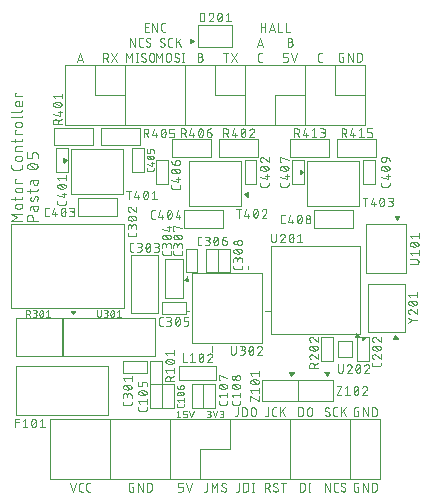
<source format=gbr>
G04 EAGLE Gerber RS-274X export*
G75*
%MOMM*%
%FSLAX34Y34*%
%LPD*%
%INSilkscreen Top*%
%IPPOS*%
%AMOC8*
5,1,8,0,0,1.08239X$1,22.5*%
G01*
%ADD10C,0.100000*%
%ADD11C,0.076200*%
%ADD12C,0.050800*%
%ADD13C,0.101600*%

G36*
X155054Y93012D02*
X155054Y93012D01*
X155109Y93013D01*
X155150Y93031D01*
X155195Y93040D01*
X155240Y93072D01*
X155291Y93094D01*
X155321Y93127D01*
X155359Y93153D01*
X155388Y93199D01*
X155426Y93240D01*
X155441Y93282D01*
X155466Y93320D01*
X155475Y93375D01*
X155494Y93427D01*
X155491Y93472D01*
X155499Y93517D01*
X155486Y93570D01*
X155483Y93625D01*
X155462Y93674D01*
X155453Y93710D01*
X155434Y93736D01*
X155415Y93777D01*
X153415Y96777D01*
X153411Y96782D01*
X153408Y96788D01*
X153367Y96827D01*
X153338Y96866D01*
X153309Y96883D01*
X153274Y96917D01*
X153268Y96920D01*
X153263Y96924D01*
X153199Y96948D01*
X153167Y96967D01*
X153137Y96972D01*
X153090Y96991D01*
X153083Y96991D01*
X153077Y96993D01*
X153025Y96991D01*
X153003Y96995D01*
X152997Y96995D01*
X152967Y96989D01*
X152891Y96987D01*
X152885Y96984D01*
X152878Y96984D01*
X152829Y96961D01*
X152802Y96955D01*
X152770Y96933D01*
X152709Y96906D01*
X152705Y96901D01*
X152699Y96898D01*
X152662Y96859D01*
X152638Y96843D01*
X152621Y96815D01*
X152585Y96777D01*
X150585Y93777D01*
X150564Y93726D01*
X150534Y93680D01*
X150527Y93635D01*
X150509Y93593D01*
X150510Y93538D01*
X150501Y93483D01*
X150512Y93439D01*
X150512Y93394D01*
X150534Y93344D01*
X150547Y93290D01*
X150574Y93254D01*
X150592Y93212D01*
X150632Y93174D01*
X150665Y93130D01*
X150704Y93107D01*
X150737Y93076D01*
X150789Y93057D01*
X150836Y93028D01*
X150888Y93020D01*
X150923Y93007D01*
X150956Y93008D01*
X151000Y93001D01*
X155000Y93001D01*
X155054Y93012D01*
G37*
G36*
X-20430Y343014D02*
X-20430Y343014D01*
X-20375Y343017D01*
X-20326Y343038D01*
X-20290Y343047D01*
X-20264Y343066D01*
X-20223Y343085D01*
X-17223Y345085D01*
X-17218Y345089D01*
X-17212Y345092D01*
X-17180Y345127D01*
X-17146Y345150D01*
X-17123Y345185D01*
X-17083Y345226D01*
X-17080Y345232D01*
X-17076Y345237D01*
X-17056Y345291D01*
X-17039Y345317D01*
X-17033Y345350D01*
X-17009Y345410D01*
X-17009Y345417D01*
X-17007Y345423D01*
X-17010Y345489D01*
X-17006Y345514D01*
X-17011Y345538D01*
X-17013Y345609D01*
X-17016Y345615D01*
X-17016Y345622D01*
X-17047Y345686D01*
X-17052Y345707D01*
X-17064Y345724D01*
X-17094Y345791D01*
X-17099Y345795D01*
X-17102Y345801D01*
X-17164Y345860D01*
X-17169Y345867D01*
X-17176Y345871D01*
X-17223Y345915D01*
X-20223Y347915D01*
X-20274Y347936D01*
X-20320Y347966D01*
X-20365Y347973D01*
X-20407Y347991D01*
X-20462Y347990D01*
X-20517Y347999D01*
X-20561Y347988D01*
X-20606Y347988D01*
X-20657Y347966D01*
X-20710Y347953D01*
X-20746Y347926D01*
X-20788Y347908D01*
X-20826Y347868D01*
X-20870Y347835D01*
X-20893Y347796D01*
X-20924Y347763D01*
X-20943Y347711D01*
X-20972Y347664D01*
X-20980Y347612D01*
X-20993Y347577D01*
X-20992Y347544D01*
X-20999Y347500D01*
X-20999Y343500D01*
X-20988Y343446D01*
X-20987Y343391D01*
X-20969Y343350D01*
X-20960Y343305D01*
X-20928Y343260D01*
X-20906Y343209D01*
X-20873Y343179D01*
X-20847Y343141D01*
X-20801Y343112D01*
X-20760Y343074D01*
X-20718Y343059D01*
X-20680Y343034D01*
X-20625Y343025D01*
X-20574Y343006D01*
X-20528Y343009D01*
X-20483Y343001D01*
X-20430Y343014D01*
G37*
G36*
X-127930Y242014D02*
X-127930Y242014D01*
X-127875Y242017D01*
X-127826Y242038D01*
X-127790Y242047D01*
X-127764Y242066D01*
X-127723Y242085D01*
X-124723Y244085D01*
X-124718Y244089D01*
X-124712Y244092D01*
X-124680Y244127D01*
X-124646Y244150D01*
X-124623Y244185D01*
X-124583Y244226D01*
X-124580Y244232D01*
X-124576Y244237D01*
X-124556Y244291D01*
X-124539Y244317D01*
X-124533Y244350D01*
X-124509Y244410D01*
X-124509Y244417D01*
X-124507Y244423D01*
X-124510Y244489D01*
X-124506Y244514D01*
X-124511Y244538D01*
X-124513Y244609D01*
X-124516Y244615D01*
X-124516Y244622D01*
X-124547Y244686D01*
X-124552Y244707D01*
X-124564Y244724D01*
X-124594Y244791D01*
X-124599Y244795D01*
X-124602Y244801D01*
X-124664Y244860D01*
X-124669Y244867D01*
X-124676Y244871D01*
X-124723Y244915D01*
X-127723Y246915D01*
X-127774Y246936D01*
X-127820Y246966D01*
X-127865Y246973D01*
X-127907Y246991D01*
X-127962Y246990D01*
X-128017Y246999D01*
X-128061Y246988D01*
X-128106Y246988D01*
X-128157Y246966D01*
X-128210Y246953D01*
X-128246Y246926D01*
X-128288Y246908D01*
X-128326Y246868D01*
X-128370Y246835D01*
X-128393Y246796D01*
X-128424Y246763D01*
X-128443Y246711D01*
X-128472Y246664D01*
X-128480Y246612D01*
X-128493Y246577D01*
X-128492Y246544D01*
X-128499Y246500D01*
X-128499Y242500D01*
X-128488Y242446D01*
X-128487Y242391D01*
X-128469Y242350D01*
X-128460Y242305D01*
X-128428Y242260D01*
X-128406Y242209D01*
X-128373Y242179D01*
X-128347Y242141D01*
X-128301Y242112D01*
X-128260Y242074D01*
X-128218Y242059D01*
X-128180Y242034D01*
X-128125Y242025D01*
X-128074Y242006D01*
X-128028Y242009D01*
X-127983Y242001D01*
X-127930Y242014D01*
G37*
G36*
X72070Y232014D02*
X72070Y232014D01*
X72125Y232017D01*
X72174Y232038D01*
X72210Y232047D01*
X72236Y232066D01*
X72277Y232085D01*
X75277Y234085D01*
X75282Y234089D01*
X75288Y234092D01*
X75320Y234127D01*
X75354Y234150D01*
X75377Y234185D01*
X75417Y234226D01*
X75420Y234232D01*
X75424Y234237D01*
X75444Y234291D01*
X75461Y234317D01*
X75467Y234350D01*
X75491Y234410D01*
X75491Y234417D01*
X75493Y234423D01*
X75490Y234489D01*
X75494Y234514D01*
X75489Y234538D01*
X75487Y234609D01*
X75484Y234615D01*
X75484Y234622D01*
X75453Y234686D01*
X75448Y234707D01*
X75436Y234724D01*
X75406Y234791D01*
X75401Y234795D01*
X75398Y234801D01*
X75336Y234860D01*
X75331Y234867D01*
X75324Y234871D01*
X75277Y234915D01*
X72277Y236915D01*
X72226Y236936D01*
X72180Y236966D01*
X72135Y236973D01*
X72093Y236991D01*
X72038Y236990D01*
X71983Y236999D01*
X71939Y236988D01*
X71894Y236988D01*
X71844Y236966D01*
X71790Y236953D01*
X71754Y236926D01*
X71712Y236908D01*
X71674Y236868D01*
X71630Y236835D01*
X71607Y236796D01*
X71576Y236763D01*
X71557Y236711D01*
X71528Y236664D01*
X71520Y236612D01*
X71507Y236577D01*
X71508Y236544D01*
X71501Y236500D01*
X71501Y232500D01*
X71512Y232446D01*
X71513Y232391D01*
X71531Y232350D01*
X71540Y232305D01*
X71572Y232260D01*
X71594Y232209D01*
X71627Y232179D01*
X71653Y232141D01*
X71699Y232112D01*
X71740Y232074D01*
X71782Y232059D01*
X71820Y232034D01*
X71875Y232025D01*
X71927Y232006D01*
X71972Y232009D01*
X72017Y232001D01*
X72070Y232014D01*
G37*
G36*
X28061Y213012D02*
X28061Y213012D01*
X28106Y213012D01*
X28157Y213034D01*
X28210Y213047D01*
X28246Y213074D01*
X28288Y213092D01*
X28326Y213132D01*
X28370Y213165D01*
X28393Y213204D01*
X28424Y213237D01*
X28443Y213289D01*
X28472Y213336D01*
X28480Y213388D01*
X28493Y213423D01*
X28492Y213456D01*
X28499Y213500D01*
X28499Y217500D01*
X28498Y217506D01*
X28499Y217511D01*
X28488Y217556D01*
X28487Y217609D01*
X28469Y217650D01*
X28460Y217695D01*
X28428Y217740D01*
X28406Y217791D01*
X28373Y217821D01*
X28347Y217859D01*
X28301Y217888D01*
X28260Y217926D01*
X28218Y217941D01*
X28180Y217966D01*
X28125Y217975D01*
X28074Y217994D01*
X28028Y217991D01*
X27983Y217999D01*
X27930Y217986D01*
X27875Y217983D01*
X27826Y217962D01*
X27790Y217953D01*
X27764Y217934D01*
X27723Y217915D01*
X24723Y215915D01*
X24718Y215911D01*
X24712Y215908D01*
X24664Y215856D01*
X24646Y215844D01*
X24634Y215826D01*
X24583Y215774D01*
X24580Y215768D01*
X24576Y215763D01*
X24551Y215695D01*
X24539Y215677D01*
X24535Y215655D01*
X24509Y215590D01*
X24509Y215583D01*
X24507Y215577D01*
X24510Y215506D01*
X24506Y215480D01*
X24512Y215455D01*
X24513Y215391D01*
X24516Y215385D01*
X24516Y215378D01*
X24544Y215320D01*
X24552Y215287D01*
X24571Y215260D01*
X24594Y215209D01*
X24599Y215205D01*
X24602Y215199D01*
X24650Y215154D01*
X24669Y215127D01*
X24693Y215113D01*
X24723Y215085D01*
X27723Y213085D01*
X27774Y213064D01*
X27820Y213034D01*
X27865Y213027D01*
X27907Y213009D01*
X27962Y213010D01*
X28017Y213001D01*
X28061Y213012D01*
G37*
G36*
X-22492Y142011D02*
X-22492Y142011D01*
X-22399Y142011D01*
X-22393Y142014D01*
X-22386Y142014D01*
X-22301Y142053D01*
X-22216Y142089D01*
X-22211Y142094D01*
X-22205Y142097D01*
X-22143Y142166D01*
X-22078Y142233D01*
X-22076Y142239D01*
X-22071Y142244D01*
X-22041Y142331D01*
X-22007Y142418D01*
X-22008Y142425D01*
X-22005Y142432D01*
X-22010Y142598D01*
X-22718Y146133D01*
X-22739Y146184D01*
X-22751Y146238D01*
X-22777Y146275D01*
X-22795Y146317D01*
X-22834Y146355D01*
X-22866Y146400D01*
X-22905Y146424D01*
X-22937Y146455D01*
X-22988Y146475D01*
X-23035Y146504D01*
X-23080Y146511D01*
X-23122Y146528D01*
X-23177Y146526D01*
X-23232Y146534D01*
X-23276Y146523D01*
X-23321Y146522D01*
X-23371Y146499D01*
X-23425Y146485D01*
X-23468Y146454D01*
X-23502Y146439D01*
X-23524Y146414D01*
X-23560Y146389D01*
X-26389Y143560D01*
X-26419Y143514D01*
X-26457Y143475D01*
X-26473Y143432D01*
X-26498Y143394D01*
X-26508Y143340D01*
X-26528Y143289D01*
X-26526Y143243D01*
X-26535Y143199D01*
X-26523Y143145D01*
X-26521Y143090D01*
X-26502Y143049D01*
X-26492Y143005D01*
X-26460Y142960D01*
X-26437Y142910D01*
X-26403Y142880D01*
X-26377Y142843D01*
X-26330Y142814D01*
X-26289Y142777D01*
X-26239Y142758D01*
X-26207Y142738D01*
X-26175Y142733D01*
X-26133Y142718D01*
X-22598Y142010D01*
X-22591Y142010D01*
X-22585Y142008D01*
X-22492Y142011D01*
G37*
G36*
X119098Y94010D02*
X119098Y94010D01*
X122633Y94718D01*
X122684Y94739D01*
X122738Y94751D01*
X122775Y94777D01*
X122817Y94795D01*
X122855Y94834D01*
X122900Y94866D01*
X122924Y94905D01*
X122955Y94937D01*
X122975Y94988D01*
X123004Y95035D01*
X123011Y95080D01*
X123028Y95122D01*
X123026Y95177D01*
X123034Y95232D01*
X123023Y95276D01*
X123022Y95321D01*
X122999Y95371D01*
X122985Y95425D01*
X122954Y95468D01*
X122939Y95502D01*
X122914Y95524D01*
X122889Y95560D01*
X120060Y98389D01*
X120014Y98419D01*
X119975Y98457D01*
X119932Y98473D01*
X119894Y98498D01*
X119840Y98508D01*
X119789Y98528D01*
X119743Y98526D01*
X119699Y98535D01*
X119645Y98523D01*
X119590Y98521D01*
X119549Y98502D01*
X119505Y98492D01*
X119460Y98460D01*
X119410Y98437D01*
X119380Y98403D01*
X119343Y98377D01*
X119314Y98330D01*
X119277Y98289D01*
X119258Y98239D01*
X119238Y98207D01*
X119233Y98175D01*
X119233Y98174D01*
X119218Y98133D01*
X118510Y94598D01*
X118510Y94591D01*
X118508Y94585D01*
X118511Y94492D01*
X118511Y94399D01*
X118514Y94393D01*
X118514Y94386D01*
X118553Y94301D01*
X118589Y94216D01*
X118594Y94211D01*
X118597Y94205D01*
X118666Y94143D01*
X118733Y94078D01*
X118739Y94076D01*
X118744Y94071D01*
X118831Y94041D01*
X118918Y94007D01*
X118925Y94008D01*
X118932Y94005D01*
X119098Y94010D01*
G37*
G36*
X154516Y193511D02*
X154516Y193511D01*
X154609Y193513D01*
X154615Y193516D01*
X154622Y193516D01*
X154706Y193556D01*
X154791Y193594D01*
X154795Y193599D01*
X154801Y193602D01*
X154915Y193723D01*
X156915Y196723D01*
X156936Y196774D01*
X156966Y196820D01*
X156973Y196865D01*
X156991Y196907D01*
X156990Y196962D01*
X156999Y197017D01*
X156988Y197061D01*
X156988Y197106D01*
X156966Y197157D01*
X156953Y197210D01*
X156926Y197246D01*
X156908Y197288D01*
X156868Y197326D01*
X156835Y197370D01*
X156796Y197393D01*
X156763Y197424D01*
X156711Y197443D01*
X156664Y197472D01*
X156612Y197480D01*
X156577Y197493D01*
X156544Y197492D01*
X156500Y197499D01*
X152500Y197499D01*
X152446Y197488D01*
X152391Y197487D01*
X152350Y197469D01*
X152305Y197460D01*
X152260Y197428D01*
X152209Y197406D01*
X152179Y197373D01*
X152141Y197347D01*
X152112Y197301D01*
X152074Y197260D01*
X152059Y197218D01*
X152034Y197180D01*
X152025Y197125D01*
X152006Y197074D01*
X152009Y197028D01*
X152001Y196983D01*
X152014Y196930D01*
X152017Y196875D01*
X152038Y196826D01*
X152047Y196790D01*
X152050Y196786D01*
X152067Y196763D01*
X152085Y196723D01*
X154085Y193723D01*
X154089Y193718D01*
X154092Y193712D01*
X154160Y193648D01*
X154226Y193583D01*
X154232Y193580D01*
X154237Y193576D01*
X154324Y193543D01*
X154410Y193509D01*
X154417Y193509D01*
X154423Y193507D01*
X154516Y193511D01*
G37*
G36*
X-119984Y113511D02*
X-119984Y113511D01*
X-119891Y113513D01*
X-119885Y113516D01*
X-119878Y113516D01*
X-119794Y113556D01*
X-119709Y113594D01*
X-119705Y113599D01*
X-119699Y113602D01*
X-119585Y113723D01*
X-117585Y116723D01*
X-117564Y116774D01*
X-117534Y116820D01*
X-117527Y116865D01*
X-117509Y116907D01*
X-117510Y116962D01*
X-117501Y117017D01*
X-117512Y117061D01*
X-117512Y117106D01*
X-117534Y117157D01*
X-117547Y117210D01*
X-117574Y117246D01*
X-117592Y117288D01*
X-117632Y117326D01*
X-117665Y117370D01*
X-117704Y117393D01*
X-117737Y117424D01*
X-117789Y117443D01*
X-117836Y117472D01*
X-117888Y117480D01*
X-117923Y117493D01*
X-117956Y117492D01*
X-118000Y117499D01*
X-122000Y117499D01*
X-122054Y117488D01*
X-122109Y117487D01*
X-122150Y117469D01*
X-122195Y117460D01*
X-122240Y117428D01*
X-122291Y117406D01*
X-122321Y117373D01*
X-122359Y117347D01*
X-122388Y117301D01*
X-122426Y117260D01*
X-122441Y117218D01*
X-122466Y117180D01*
X-122475Y117125D01*
X-122494Y117074D01*
X-122491Y117028D01*
X-122499Y116983D01*
X-122486Y116930D01*
X-122483Y116875D01*
X-122462Y116826D01*
X-122453Y116790D01*
X-122450Y116786D01*
X-122433Y116763D01*
X-122415Y116723D01*
X-120415Y113723D01*
X-120411Y113718D01*
X-120408Y113712D01*
X-120340Y113648D01*
X-120274Y113583D01*
X-120268Y113580D01*
X-120263Y113576D01*
X-120176Y113543D01*
X-120090Y113509D01*
X-120083Y113509D01*
X-120077Y113507D01*
X-119984Y113511D01*
G37*
G36*
X65016Y61511D02*
X65016Y61511D01*
X65109Y61513D01*
X65115Y61516D01*
X65122Y61516D01*
X65206Y61556D01*
X65291Y61594D01*
X65295Y61599D01*
X65301Y61602D01*
X65415Y61723D01*
X67415Y64723D01*
X67436Y64774D01*
X67466Y64820D01*
X67473Y64865D01*
X67491Y64907D01*
X67490Y64962D01*
X67499Y65017D01*
X67488Y65061D01*
X67488Y65106D01*
X67466Y65157D01*
X67453Y65210D01*
X67426Y65246D01*
X67408Y65288D01*
X67368Y65326D01*
X67335Y65370D01*
X67296Y65393D01*
X67263Y65424D01*
X67211Y65443D01*
X67164Y65472D01*
X67112Y65480D01*
X67077Y65493D01*
X67044Y65492D01*
X67000Y65499D01*
X63000Y65499D01*
X62946Y65488D01*
X62891Y65487D01*
X62850Y65469D01*
X62805Y65460D01*
X62760Y65428D01*
X62709Y65406D01*
X62679Y65373D01*
X62641Y65347D01*
X62612Y65301D01*
X62574Y65260D01*
X62559Y65218D01*
X62534Y65180D01*
X62525Y65125D01*
X62506Y65074D01*
X62509Y65028D01*
X62501Y64983D01*
X62514Y64930D01*
X62517Y64875D01*
X62538Y64826D01*
X62547Y64790D01*
X62550Y64786D01*
X62567Y64763D01*
X62585Y64723D01*
X64585Y61723D01*
X64589Y61718D01*
X64592Y61712D01*
X64660Y61648D01*
X64726Y61583D01*
X64732Y61580D01*
X64737Y61576D01*
X64824Y61543D01*
X64910Y61509D01*
X64917Y61509D01*
X64923Y61507D01*
X65016Y61511D01*
G37*
G36*
X95016Y61511D02*
X95016Y61511D01*
X95109Y61513D01*
X95115Y61516D01*
X95122Y61516D01*
X95206Y61556D01*
X95291Y61594D01*
X95295Y61599D01*
X95301Y61602D01*
X95415Y61723D01*
X97415Y64723D01*
X97436Y64774D01*
X97466Y64820D01*
X97473Y64865D01*
X97491Y64907D01*
X97490Y64962D01*
X97499Y65017D01*
X97488Y65061D01*
X97488Y65106D01*
X97466Y65157D01*
X97453Y65210D01*
X97426Y65246D01*
X97408Y65288D01*
X97368Y65326D01*
X97335Y65370D01*
X97296Y65393D01*
X97263Y65424D01*
X97211Y65443D01*
X97164Y65472D01*
X97112Y65480D01*
X97077Y65493D01*
X97044Y65492D01*
X97000Y65499D01*
X93000Y65499D01*
X92946Y65488D01*
X92891Y65487D01*
X92850Y65469D01*
X92805Y65460D01*
X92760Y65428D01*
X92709Y65406D01*
X92679Y65373D01*
X92641Y65347D01*
X92612Y65301D01*
X92574Y65260D01*
X92559Y65218D01*
X92534Y65180D01*
X92525Y65125D01*
X92506Y65074D01*
X92509Y65028D01*
X92501Y64983D01*
X92514Y64930D01*
X92517Y64875D01*
X92538Y64826D01*
X92547Y64790D01*
X92550Y64786D01*
X92567Y64763D01*
X92585Y64723D01*
X94585Y61723D01*
X94589Y61718D01*
X94592Y61712D01*
X94660Y61648D01*
X94726Y61583D01*
X94732Y61580D01*
X94737Y61576D01*
X94824Y61543D01*
X94910Y61509D01*
X94917Y61509D01*
X94923Y61507D01*
X95016Y61511D01*
G37*
G36*
X125021Y91502D02*
X125021Y91502D01*
X125025Y91501D01*
X125117Y91525D01*
X125210Y91547D01*
X125213Y91550D01*
X125217Y91551D01*
X125353Y91647D01*
X128353Y94647D01*
X128354Y94648D01*
X128356Y94651D01*
X128359Y94653D01*
X128410Y94733D01*
X128463Y94813D01*
X128464Y94817D01*
X128466Y94820D01*
X128482Y94914D01*
X128499Y95008D01*
X128498Y95012D01*
X128499Y95017D01*
X128477Y95108D01*
X128456Y95202D01*
X128454Y95206D01*
X128453Y95210D01*
X128397Y95286D01*
X128341Y95365D01*
X128338Y95367D01*
X128335Y95370D01*
X128253Y95419D01*
X128172Y95469D01*
X128168Y95469D01*
X128164Y95472D01*
X128000Y95499D01*
X125000Y95499D01*
X124992Y95498D01*
X124983Y95499D01*
X124895Y95478D01*
X124805Y95460D01*
X124798Y95455D01*
X124790Y95453D01*
X124717Y95399D01*
X124641Y95347D01*
X124637Y95340D01*
X124630Y95335D01*
X124583Y95257D01*
X124534Y95180D01*
X124533Y95171D01*
X124528Y95164D01*
X124501Y95000D01*
X124501Y92000D01*
X124502Y91996D01*
X124501Y91992D01*
X124521Y91898D01*
X124540Y91805D01*
X124543Y91802D01*
X124544Y91798D01*
X124599Y91720D01*
X124653Y91641D01*
X124656Y91639D01*
X124659Y91636D01*
X124740Y91586D01*
X124820Y91534D01*
X124825Y91533D01*
X124828Y91531D01*
X124922Y91517D01*
X125017Y91501D01*
X125021Y91502D01*
G37*
D10*
X-88900Y25400D02*
X-88900Y-25400D01*
X-38100Y-25400D02*
X-38100Y25400D01*
X63500Y25400D02*
X63500Y-25400D01*
X114300Y-25400D02*
X114300Y25400D01*
X12700Y0D02*
X-12700Y0D01*
D11*
X-120380Y-35647D02*
X-122836Y-28281D01*
X-117925Y-28281D02*
X-120380Y-35647D01*
X-113497Y-35647D02*
X-111860Y-35647D01*
X-113497Y-35647D02*
X-113575Y-35645D01*
X-113653Y-35640D01*
X-113730Y-35630D01*
X-113807Y-35617D01*
X-113883Y-35601D01*
X-113958Y-35581D01*
X-114032Y-35557D01*
X-114105Y-35530D01*
X-114177Y-35499D01*
X-114247Y-35465D01*
X-114316Y-35428D01*
X-114382Y-35387D01*
X-114447Y-35343D01*
X-114509Y-35297D01*
X-114569Y-35247D01*
X-114627Y-35195D01*
X-114682Y-35140D01*
X-114734Y-35082D01*
X-114784Y-35022D01*
X-114830Y-34960D01*
X-114874Y-34895D01*
X-114915Y-34829D01*
X-114952Y-34760D01*
X-114986Y-34690D01*
X-115017Y-34618D01*
X-115044Y-34545D01*
X-115068Y-34471D01*
X-115088Y-34396D01*
X-115104Y-34320D01*
X-115117Y-34243D01*
X-115127Y-34166D01*
X-115132Y-34088D01*
X-115134Y-34010D01*
X-115134Y-29918D01*
X-115132Y-29838D01*
X-115126Y-29758D01*
X-115116Y-29678D01*
X-115103Y-29599D01*
X-115085Y-29520D01*
X-115064Y-29443D01*
X-115038Y-29367D01*
X-115009Y-29292D01*
X-114977Y-29218D01*
X-114941Y-29146D01*
X-114901Y-29076D01*
X-114858Y-29009D01*
X-114812Y-28943D01*
X-114762Y-28880D01*
X-114710Y-28819D01*
X-114655Y-28760D01*
X-114596Y-28705D01*
X-114536Y-28653D01*
X-114472Y-28603D01*
X-114407Y-28557D01*
X-114339Y-28514D01*
X-114269Y-28474D01*
X-114197Y-28438D01*
X-114123Y-28406D01*
X-114049Y-28377D01*
X-113972Y-28352D01*
X-113895Y-28330D01*
X-113816Y-28312D01*
X-113737Y-28299D01*
X-113658Y-28289D01*
X-113577Y-28283D01*
X-113497Y-28281D01*
X-111860Y-28281D01*
X-107401Y-35647D02*
X-105764Y-35647D01*
X-107401Y-35647D02*
X-107479Y-35645D01*
X-107557Y-35640D01*
X-107634Y-35630D01*
X-107711Y-35617D01*
X-107787Y-35601D01*
X-107862Y-35581D01*
X-107936Y-35557D01*
X-108009Y-35530D01*
X-108081Y-35499D01*
X-108151Y-35465D01*
X-108220Y-35428D01*
X-108286Y-35387D01*
X-108351Y-35343D01*
X-108413Y-35297D01*
X-108473Y-35247D01*
X-108531Y-35195D01*
X-108586Y-35140D01*
X-108638Y-35082D01*
X-108688Y-35022D01*
X-108734Y-34960D01*
X-108778Y-34895D01*
X-108819Y-34829D01*
X-108856Y-34760D01*
X-108890Y-34690D01*
X-108921Y-34618D01*
X-108948Y-34545D01*
X-108972Y-34471D01*
X-108992Y-34396D01*
X-109008Y-34320D01*
X-109021Y-34243D01*
X-109031Y-34166D01*
X-109036Y-34088D01*
X-109038Y-34010D01*
X-109038Y-29918D01*
X-109036Y-29838D01*
X-109030Y-29758D01*
X-109020Y-29678D01*
X-109007Y-29599D01*
X-108989Y-29520D01*
X-108968Y-29443D01*
X-108942Y-29367D01*
X-108913Y-29292D01*
X-108881Y-29218D01*
X-108845Y-29146D01*
X-108805Y-29076D01*
X-108762Y-29009D01*
X-108716Y-28943D01*
X-108666Y-28880D01*
X-108614Y-28819D01*
X-108559Y-28760D01*
X-108500Y-28705D01*
X-108440Y-28653D01*
X-108376Y-28603D01*
X-108311Y-28557D01*
X-108243Y-28514D01*
X-108173Y-28474D01*
X-108101Y-28438D01*
X-108027Y-28406D01*
X-107953Y-28377D01*
X-107876Y-28352D01*
X-107799Y-28330D01*
X-107720Y-28312D01*
X-107641Y-28299D01*
X-107562Y-28289D01*
X-107481Y-28283D01*
X-107401Y-28281D01*
X-105764Y-28281D01*
X-70484Y-31555D02*
X-69257Y-31555D01*
X-69257Y-35647D01*
X-71712Y-35647D01*
X-71790Y-35645D01*
X-71868Y-35640D01*
X-71945Y-35630D01*
X-72022Y-35617D01*
X-72098Y-35601D01*
X-72173Y-35581D01*
X-72247Y-35557D01*
X-72320Y-35530D01*
X-72392Y-35499D01*
X-72462Y-35465D01*
X-72531Y-35428D01*
X-72597Y-35387D01*
X-72662Y-35343D01*
X-72724Y-35297D01*
X-72784Y-35247D01*
X-72842Y-35195D01*
X-72897Y-35140D01*
X-72949Y-35082D01*
X-72999Y-35022D01*
X-73045Y-34960D01*
X-73089Y-34895D01*
X-73130Y-34829D01*
X-73167Y-34760D01*
X-73201Y-34690D01*
X-73232Y-34618D01*
X-73259Y-34545D01*
X-73283Y-34471D01*
X-73303Y-34396D01*
X-73319Y-34320D01*
X-73332Y-34243D01*
X-73342Y-34166D01*
X-73347Y-34088D01*
X-73349Y-34010D01*
X-73349Y-29918D01*
X-73347Y-29838D01*
X-73341Y-29758D01*
X-73331Y-29678D01*
X-73318Y-29599D01*
X-73300Y-29520D01*
X-73279Y-29443D01*
X-73253Y-29367D01*
X-73224Y-29292D01*
X-73192Y-29218D01*
X-73156Y-29146D01*
X-73116Y-29076D01*
X-73073Y-29009D01*
X-73027Y-28943D01*
X-72977Y-28880D01*
X-72925Y-28819D01*
X-72870Y-28760D01*
X-72811Y-28705D01*
X-72751Y-28653D01*
X-72687Y-28603D01*
X-72622Y-28557D01*
X-72554Y-28514D01*
X-72484Y-28474D01*
X-72412Y-28438D01*
X-72338Y-28406D01*
X-72264Y-28377D01*
X-72187Y-28352D01*
X-72110Y-28330D01*
X-72031Y-28312D01*
X-71952Y-28299D01*
X-71873Y-28289D01*
X-71792Y-28283D01*
X-71712Y-28281D01*
X-69257Y-28281D01*
X-65546Y-28281D02*
X-65546Y-35647D01*
X-61454Y-35647D02*
X-65546Y-28281D01*
X-61454Y-28281D02*
X-61454Y-35647D01*
X-57743Y-35647D02*
X-57743Y-28281D01*
X-55697Y-28281D01*
X-55608Y-28283D01*
X-55519Y-28289D01*
X-55430Y-28299D01*
X-55342Y-28312D01*
X-55254Y-28329D01*
X-55167Y-28351D01*
X-55082Y-28376D01*
X-54997Y-28404D01*
X-54914Y-28437D01*
X-54832Y-28473D01*
X-54752Y-28512D01*
X-54674Y-28555D01*
X-54598Y-28601D01*
X-54523Y-28651D01*
X-54451Y-28704D01*
X-54382Y-28760D01*
X-54315Y-28819D01*
X-54250Y-28880D01*
X-54189Y-28945D01*
X-54130Y-29012D01*
X-54074Y-29081D01*
X-54021Y-29153D01*
X-53971Y-29228D01*
X-53925Y-29304D01*
X-53882Y-29382D01*
X-53843Y-29462D01*
X-53807Y-29544D01*
X-53774Y-29627D01*
X-53746Y-29712D01*
X-53721Y-29797D01*
X-53699Y-29884D01*
X-53682Y-29972D01*
X-53669Y-30060D01*
X-53659Y-30149D01*
X-53653Y-30238D01*
X-53651Y-30327D01*
X-53651Y-33601D01*
X-53653Y-33690D01*
X-53659Y-33779D01*
X-53669Y-33868D01*
X-53682Y-33956D01*
X-53699Y-34044D01*
X-53721Y-34131D01*
X-53746Y-34216D01*
X-53774Y-34301D01*
X-53807Y-34384D01*
X-53843Y-34466D01*
X-53882Y-34546D01*
X-53925Y-34624D01*
X-53971Y-34700D01*
X-54021Y-34775D01*
X-54074Y-34847D01*
X-54130Y-34916D01*
X-54189Y-34983D01*
X-54250Y-35048D01*
X-54315Y-35109D01*
X-54382Y-35168D01*
X-54451Y-35224D01*
X-54523Y-35277D01*
X-54598Y-35327D01*
X-54674Y-35373D01*
X-54752Y-35416D01*
X-54832Y-35455D01*
X-54914Y-35491D01*
X-54997Y-35524D01*
X-55082Y-35552D01*
X-55167Y-35577D01*
X-55254Y-35599D01*
X-55342Y-35616D01*
X-55430Y-35629D01*
X-55519Y-35639D01*
X-55608Y-35645D01*
X-55697Y-35647D01*
X-57743Y-35647D01*
D12*
X-7039Y27154D02*
X-5486Y27154D01*
X-5409Y27156D01*
X-5331Y27162D01*
X-5255Y27171D01*
X-5178Y27185D01*
X-5103Y27202D01*
X-5029Y27223D01*
X-4955Y27248D01*
X-4883Y27276D01*
X-4813Y27308D01*
X-4744Y27343D01*
X-4677Y27382D01*
X-4612Y27424D01*
X-4549Y27469D01*
X-4488Y27517D01*
X-4430Y27568D01*
X-4375Y27622D01*
X-4322Y27679D01*
X-4273Y27738D01*
X-4226Y27800D01*
X-4182Y27864D01*
X-4142Y27930D01*
X-4105Y27998D01*
X-4071Y28068D01*
X-4041Y28139D01*
X-4015Y28212D01*
X-3992Y28286D01*
X-3973Y28361D01*
X-3958Y28436D01*
X-3946Y28513D01*
X-3938Y28590D01*
X-3934Y28667D01*
X-3934Y28745D01*
X-3938Y28822D01*
X-3946Y28899D01*
X-3958Y28976D01*
X-3973Y29051D01*
X-3992Y29126D01*
X-4015Y29200D01*
X-4041Y29273D01*
X-4071Y29344D01*
X-4105Y29414D01*
X-4142Y29482D01*
X-4182Y29548D01*
X-4226Y29612D01*
X-4273Y29674D01*
X-4322Y29733D01*
X-4375Y29790D01*
X-4430Y29844D01*
X-4488Y29895D01*
X-4549Y29943D01*
X-4612Y29988D01*
X-4677Y30030D01*
X-4744Y30069D01*
X-4813Y30104D01*
X-4883Y30136D01*
X-4955Y30164D01*
X-5029Y30189D01*
X-5103Y30210D01*
X-5178Y30227D01*
X-5255Y30241D01*
X-5331Y30250D01*
X-5409Y30256D01*
X-5486Y30258D01*
X-5176Y32742D02*
X-7039Y32742D01*
X-5176Y32742D02*
X-5106Y32740D01*
X-5037Y32734D01*
X-4968Y32724D01*
X-4900Y32711D01*
X-4832Y32693D01*
X-4766Y32672D01*
X-4701Y32647D01*
X-4637Y32619D01*
X-4575Y32587D01*
X-4515Y32552D01*
X-4457Y32513D01*
X-4402Y32471D01*
X-4348Y32426D01*
X-4298Y32378D01*
X-4250Y32328D01*
X-4205Y32274D01*
X-4163Y32219D01*
X-4124Y32161D01*
X-4089Y32101D01*
X-4057Y32039D01*
X-4029Y31975D01*
X-4004Y31910D01*
X-3983Y31844D01*
X-3965Y31776D01*
X-3952Y31708D01*
X-3942Y31639D01*
X-3936Y31570D01*
X-3934Y31500D01*
X-3936Y31430D01*
X-3942Y31361D01*
X-3952Y31292D01*
X-3965Y31224D01*
X-3983Y31156D01*
X-4004Y31090D01*
X-4029Y31025D01*
X-4057Y30961D01*
X-4089Y30899D01*
X-4124Y30839D01*
X-4163Y30781D01*
X-4205Y30726D01*
X-4250Y30672D01*
X-4298Y30622D01*
X-4348Y30574D01*
X-4402Y30529D01*
X-4457Y30487D01*
X-4515Y30448D01*
X-4575Y30413D01*
X-4637Y30381D01*
X-4701Y30353D01*
X-4766Y30328D01*
X-4832Y30307D01*
X-4900Y30289D01*
X-4968Y30276D01*
X-5037Y30266D01*
X-5106Y30260D01*
X-5176Y30258D01*
X-6418Y30258D01*
X-1863Y32742D02*
X0Y27154D01*
X1863Y32742D01*
X3934Y27154D02*
X5486Y27154D01*
X5563Y27156D01*
X5641Y27162D01*
X5717Y27171D01*
X5794Y27185D01*
X5869Y27202D01*
X5943Y27223D01*
X6017Y27248D01*
X6089Y27276D01*
X6159Y27308D01*
X6228Y27343D01*
X6295Y27382D01*
X6360Y27424D01*
X6423Y27469D01*
X6484Y27517D01*
X6542Y27568D01*
X6597Y27622D01*
X6650Y27679D01*
X6699Y27738D01*
X6746Y27800D01*
X6790Y27864D01*
X6830Y27930D01*
X6867Y27998D01*
X6901Y28068D01*
X6931Y28139D01*
X6957Y28212D01*
X6980Y28286D01*
X6999Y28361D01*
X7014Y28436D01*
X7026Y28513D01*
X7034Y28590D01*
X7038Y28667D01*
X7038Y28745D01*
X7034Y28822D01*
X7026Y28899D01*
X7014Y28976D01*
X6999Y29051D01*
X6980Y29126D01*
X6957Y29200D01*
X6931Y29273D01*
X6901Y29344D01*
X6867Y29414D01*
X6830Y29482D01*
X6790Y29548D01*
X6746Y29612D01*
X6699Y29674D01*
X6650Y29733D01*
X6597Y29790D01*
X6542Y29844D01*
X6484Y29895D01*
X6423Y29943D01*
X6360Y29988D01*
X6295Y30030D01*
X6228Y30069D01*
X6159Y30104D01*
X6089Y30136D01*
X6017Y30164D01*
X5943Y30189D01*
X5869Y30210D01*
X5794Y30227D01*
X5717Y30241D01*
X5641Y30250D01*
X5563Y30256D01*
X5486Y30258D01*
X5797Y32742D02*
X3934Y32742D01*
X5797Y32742D02*
X5867Y32740D01*
X5936Y32734D01*
X6005Y32724D01*
X6073Y32711D01*
X6141Y32693D01*
X6207Y32672D01*
X6272Y32647D01*
X6336Y32619D01*
X6398Y32587D01*
X6458Y32552D01*
X6516Y32513D01*
X6571Y32471D01*
X6625Y32426D01*
X6675Y32378D01*
X6723Y32328D01*
X6768Y32274D01*
X6810Y32219D01*
X6849Y32161D01*
X6884Y32101D01*
X6916Y32039D01*
X6944Y31975D01*
X6969Y31910D01*
X6990Y31844D01*
X7008Y31776D01*
X7021Y31708D01*
X7031Y31639D01*
X7037Y31570D01*
X7039Y31500D01*
X7037Y31430D01*
X7031Y31361D01*
X7021Y31292D01*
X7008Y31224D01*
X6990Y31156D01*
X6969Y31090D01*
X6944Y31025D01*
X6916Y30961D01*
X6884Y30899D01*
X6849Y30839D01*
X6810Y30781D01*
X6768Y30726D01*
X6723Y30672D01*
X6675Y30622D01*
X6625Y30574D01*
X6571Y30529D01*
X6516Y30487D01*
X6458Y30448D01*
X6398Y30413D01*
X6336Y30381D01*
X6272Y30353D01*
X6207Y30328D01*
X6141Y30307D01*
X6073Y30289D01*
X6005Y30276D01*
X5936Y30266D01*
X5867Y30260D01*
X5797Y30258D01*
X4555Y30258D01*
D11*
X-28853Y-35647D02*
X-31308Y-35647D01*
X-28853Y-35647D02*
X-28773Y-35645D01*
X-28693Y-35639D01*
X-28613Y-35629D01*
X-28534Y-35616D01*
X-28455Y-35598D01*
X-28378Y-35577D01*
X-28302Y-35551D01*
X-28227Y-35522D01*
X-28153Y-35490D01*
X-28081Y-35454D01*
X-28011Y-35414D01*
X-27944Y-35371D01*
X-27878Y-35325D01*
X-27815Y-35275D01*
X-27754Y-35223D01*
X-27695Y-35168D01*
X-27640Y-35109D01*
X-27588Y-35049D01*
X-27538Y-34985D01*
X-27492Y-34920D01*
X-27449Y-34852D01*
X-27409Y-34782D01*
X-27373Y-34710D01*
X-27341Y-34636D01*
X-27312Y-34562D01*
X-27287Y-34485D01*
X-27265Y-34408D01*
X-27247Y-34329D01*
X-27234Y-34250D01*
X-27224Y-34171D01*
X-27218Y-34090D01*
X-27216Y-34010D01*
X-27216Y-33192D01*
X-27218Y-33114D01*
X-27223Y-33036D01*
X-27233Y-32959D01*
X-27246Y-32882D01*
X-27262Y-32806D01*
X-27282Y-32731D01*
X-27306Y-32657D01*
X-27333Y-32584D01*
X-27364Y-32512D01*
X-27398Y-32442D01*
X-27435Y-32374D01*
X-27476Y-32307D01*
X-27520Y-32242D01*
X-27566Y-32180D01*
X-27616Y-32120D01*
X-27668Y-32062D01*
X-27723Y-32007D01*
X-27781Y-31955D01*
X-27841Y-31905D01*
X-27903Y-31859D01*
X-27968Y-31815D01*
X-28035Y-31774D01*
X-28103Y-31737D01*
X-28173Y-31703D01*
X-28245Y-31672D01*
X-28318Y-31645D01*
X-28392Y-31621D01*
X-28467Y-31601D01*
X-28543Y-31585D01*
X-28620Y-31572D01*
X-28697Y-31562D01*
X-28775Y-31557D01*
X-28853Y-31555D01*
X-31308Y-31555D01*
X-31308Y-28281D01*
X-27216Y-28281D01*
X-24402Y-28281D02*
X-21947Y-35647D01*
X-19492Y-28281D01*
X-6803Y-28281D02*
X-6803Y-34010D01*
X-6805Y-34088D01*
X-6810Y-34166D01*
X-6820Y-34243D01*
X-6833Y-34320D01*
X-6849Y-34396D01*
X-6869Y-34471D01*
X-6893Y-34545D01*
X-6920Y-34618D01*
X-6951Y-34690D01*
X-6985Y-34760D01*
X-7022Y-34828D01*
X-7063Y-34895D01*
X-7107Y-34960D01*
X-7153Y-35022D01*
X-7203Y-35082D01*
X-7255Y-35140D01*
X-7310Y-35195D01*
X-7368Y-35247D01*
X-7428Y-35297D01*
X-7490Y-35343D01*
X-7555Y-35387D01*
X-7621Y-35428D01*
X-7690Y-35465D01*
X-7760Y-35499D01*
X-7832Y-35530D01*
X-7905Y-35557D01*
X-7979Y-35581D01*
X-8054Y-35601D01*
X-8130Y-35617D01*
X-8207Y-35630D01*
X-8284Y-35640D01*
X-8362Y-35645D01*
X-8440Y-35647D01*
X-9258Y-35647D01*
X-3046Y-35647D02*
X-3046Y-28281D01*
X-591Y-32373D01*
X1865Y-28281D01*
X1865Y-35647D01*
X7621Y-35647D02*
X7699Y-35645D01*
X7777Y-35640D01*
X7854Y-35630D01*
X7931Y-35617D01*
X8007Y-35601D01*
X8082Y-35581D01*
X8156Y-35557D01*
X8229Y-35530D01*
X8301Y-35499D01*
X8371Y-35465D01*
X8440Y-35428D01*
X8506Y-35387D01*
X8571Y-35343D01*
X8633Y-35297D01*
X8693Y-35247D01*
X8751Y-35195D01*
X8806Y-35140D01*
X8858Y-35082D01*
X8908Y-35022D01*
X8954Y-34960D01*
X8998Y-34895D01*
X9039Y-34828D01*
X9076Y-34760D01*
X9110Y-34690D01*
X9141Y-34618D01*
X9168Y-34545D01*
X9192Y-34471D01*
X9212Y-34396D01*
X9228Y-34320D01*
X9241Y-34243D01*
X9251Y-34166D01*
X9256Y-34088D01*
X9258Y-34010D01*
X7621Y-35647D02*
X7507Y-35645D01*
X7394Y-35640D01*
X7280Y-35630D01*
X7167Y-35617D01*
X7055Y-35600D01*
X6943Y-35580D01*
X6832Y-35556D01*
X6721Y-35528D01*
X6612Y-35497D01*
X6504Y-35462D01*
X6397Y-35423D01*
X6291Y-35381D01*
X6187Y-35336D01*
X6084Y-35287D01*
X5983Y-35234D01*
X5884Y-35179D01*
X5786Y-35120D01*
X5691Y-35058D01*
X5598Y-34993D01*
X5506Y-34925D01*
X5418Y-34854D01*
X5331Y-34780D01*
X5247Y-34703D01*
X5166Y-34624D01*
X5371Y-29918D02*
X5373Y-29840D01*
X5378Y-29762D01*
X5388Y-29685D01*
X5401Y-29608D01*
X5417Y-29532D01*
X5437Y-29457D01*
X5461Y-29383D01*
X5488Y-29310D01*
X5519Y-29238D01*
X5553Y-29168D01*
X5590Y-29099D01*
X5631Y-29033D01*
X5675Y-28968D01*
X5721Y-28906D01*
X5771Y-28846D01*
X5823Y-28788D01*
X5878Y-28733D01*
X5936Y-28681D01*
X5996Y-28631D01*
X6058Y-28585D01*
X6123Y-28541D01*
X6190Y-28500D01*
X6258Y-28463D01*
X6328Y-28429D01*
X6400Y-28398D01*
X6473Y-28371D01*
X6547Y-28347D01*
X6622Y-28327D01*
X6698Y-28311D01*
X6775Y-28298D01*
X6852Y-28288D01*
X6930Y-28283D01*
X7008Y-28281D01*
X7118Y-28283D01*
X7227Y-28289D01*
X7337Y-28299D01*
X7445Y-28312D01*
X7554Y-28330D01*
X7661Y-28351D01*
X7768Y-28377D01*
X7874Y-28406D01*
X7979Y-28438D01*
X8082Y-28475D01*
X8184Y-28515D01*
X8285Y-28559D01*
X8384Y-28607D01*
X8481Y-28657D01*
X8576Y-28712D01*
X8669Y-28770D01*
X8760Y-28831D01*
X8849Y-28895D01*
X6189Y-31350D02*
X6123Y-31308D01*
X6058Y-31264D01*
X5996Y-31216D01*
X5936Y-31166D01*
X5878Y-31113D01*
X5823Y-31057D01*
X5770Y-30999D01*
X5721Y-30938D01*
X5674Y-30875D01*
X5630Y-30810D01*
X5590Y-30743D01*
X5553Y-30674D01*
X5519Y-30603D01*
X5488Y-30531D01*
X5461Y-30457D01*
X5437Y-30382D01*
X5417Y-30307D01*
X5401Y-30230D01*
X5388Y-30153D01*
X5378Y-30075D01*
X5373Y-29996D01*
X5371Y-29918D01*
X8440Y-32577D02*
X8507Y-32619D01*
X8572Y-32663D01*
X8634Y-32711D01*
X8694Y-32761D01*
X8752Y-32814D01*
X8807Y-32870D01*
X8859Y-32929D01*
X8909Y-32989D01*
X8956Y-33053D01*
X8999Y-33118D01*
X9040Y-33185D01*
X9077Y-33254D01*
X9111Y-33325D01*
X9142Y-33397D01*
X9169Y-33471D01*
X9193Y-33545D01*
X9213Y-33621D01*
X9229Y-33698D01*
X9242Y-33775D01*
X9252Y-33853D01*
X9257Y-33932D01*
X9259Y-34010D01*
X8440Y-32578D02*
X6189Y-31350D01*
X20308Y-34010D02*
X20308Y-28281D01*
X20308Y-34010D02*
X20306Y-34088D01*
X20301Y-34166D01*
X20291Y-34243D01*
X20278Y-34320D01*
X20262Y-34396D01*
X20242Y-34471D01*
X20218Y-34545D01*
X20191Y-34618D01*
X20160Y-34690D01*
X20126Y-34760D01*
X20089Y-34828D01*
X20048Y-34895D01*
X20004Y-34960D01*
X19958Y-35022D01*
X19908Y-35082D01*
X19856Y-35140D01*
X19801Y-35195D01*
X19743Y-35247D01*
X19683Y-35297D01*
X19621Y-35343D01*
X19556Y-35387D01*
X19490Y-35428D01*
X19421Y-35465D01*
X19351Y-35499D01*
X19279Y-35530D01*
X19206Y-35557D01*
X19132Y-35581D01*
X19057Y-35601D01*
X18981Y-35617D01*
X18904Y-35630D01*
X18827Y-35640D01*
X18749Y-35645D01*
X18671Y-35647D01*
X17853Y-35647D01*
X23987Y-35647D02*
X23987Y-28281D01*
X26033Y-28281D01*
X26122Y-28283D01*
X26211Y-28289D01*
X26300Y-28299D01*
X26388Y-28312D01*
X26476Y-28329D01*
X26563Y-28351D01*
X26648Y-28376D01*
X26733Y-28404D01*
X26816Y-28437D01*
X26898Y-28473D01*
X26978Y-28512D01*
X27056Y-28555D01*
X27132Y-28601D01*
X27207Y-28651D01*
X27279Y-28704D01*
X27348Y-28760D01*
X27415Y-28819D01*
X27480Y-28880D01*
X27541Y-28945D01*
X27600Y-29012D01*
X27656Y-29081D01*
X27709Y-29153D01*
X27759Y-29228D01*
X27805Y-29304D01*
X27848Y-29382D01*
X27887Y-29462D01*
X27923Y-29544D01*
X27956Y-29627D01*
X27984Y-29712D01*
X28009Y-29797D01*
X28031Y-29884D01*
X28048Y-29972D01*
X28061Y-30060D01*
X28071Y-30149D01*
X28077Y-30238D01*
X28079Y-30327D01*
X28079Y-33601D01*
X28077Y-33690D01*
X28071Y-33779D01*
X28061Y-33868D01*
X28048Y-33956D01*
X28031Y-34044D01*
X28009Y-34131D01*
X27984Y-34216D01*
X27956Y-34301D01*
X27923Y-34384D01*
X27887Y-34466D01*
X27848Y-34546D01*
X27805Y-34624D01*
X27759Y-34700D01*
X27709Y-34775D01*
X27656Y-34847D01*
X27600Y-34916D01*
X27541Y-34983D01*
X27480Y-35048D01*
X27415Y-35109D01*
X27348Y-35168D01*
X27279Y-35224D01*
X27207Y-35277D01*
X27132Y-35327D01*
X27056Y-35373D01*
X26978Y-35416D01*
X26898Y-35455D01*
X26816Y-35491D01*
X26733Y-35524D01*
X26648Y-35552D01*
X26563Y-35577D01*
X26476Y-35599D01*
X26388Y-35616D01*
X26300Y-35629D01*
X26211Y-35639D01*
X26122Y-35645D01*
X26033Y-35647D01*
X23987Y-35647D01*
X32129Y-35647D02*
X32129Y-28281D01*
X31310Y-35647D02*
X32947Y-35647D01*
X32947Y-28281D02*
X31310Y-28281D01*
X18963Y29918D02*
X18963Y35647D01*
X18963Y29918D02*
X18961Y29840D01*
X18956Y29762D01*
X18946Y29685D01*
X18933Y29608D01*
X18917Y29532D01*
X18897Y29457D01*
X18873Y29383D01*
X18846Y29310D01*
X18815Y29238D01*
X18781Y29168D01*
X18744Y29100D01*
X18703Y29033D01*
X18659Y28968D01*
X18613Y28906D01*
X18563Y28846D01*
X18511Y28788D01*
X18456Y28733D01*
X18398Y28681D01*
X18338Y28631D01*
X18276Y28585D01*
X18211Y28541D01*
X18145Y28500D01*
X18076Y28463D01*
X18006Y28429D01*
X17934Y28398D01*
X17861Y28371D01*
X17787Y28347D01*
X17712Y28327D01*
X17636Y28311D01*
X17559Y28298D01*
X17482Y28288D01*
X17404Y28283D01*
X17326Y28281D01*
X16508Y28281D01*
X22641Y28281D02*
X22641Y35647D01*
X24687Y35647D01*
X24776Y35645D01*
X24865Y35639D01*
X24954Y35629D01*
X25042Y35616D01*
X25130Y35599D01*
X25217Y35577D01*
X25302Y35552D01*
X25387Y35524D01*
X25470Y35491D01*
X25552Y35455D01*
X25632Y35416D01*
X25710Y35373D01*
X25786Y35327D01*
X25861Y35277D01*
X25933Y35224D01*
X26002Y35168D01*
X26069Y35109D01*
X26134Y35048D01*
X26195Y34983D01*
X26254Y34916D01*
X26310Y34847D01*
X26363Y34775D01*
X26413Y34700D01*
X26459Y34624D01*
X26502Y34546D01*
X26541Y34466D01*
X26577Y34384D01*
X26610Y34301D01*
X26638Y34216D01*
X26663Y34131D01*
X26685Y34044D01*
X26702Y33956D01*
X26715Y33868D01*
X26725Y33779D01*
X26731Y33690D01*
X26733Y33601D01*
X26733Y30327D01*
X26731Y30238D01*
X26725Y30149D01*
X26715Y30060D01*
X26702Y29972D01*
X26685Y29884D01*
X26663Y29797D01*
X26638Y29712D01*
X26610Y29627D01*
X26577Y29544D01*
X26541Y29462D01*
X26502Y29382D01*
X26459Y29304D01*
X26413Y29228D01*
X26363Y29153D01*
X26310Y29081D01*
X26254Y29012D01*
X26195Y28945D01*
X26134Y28880D01*
X26069Y28819D01*
X26002Y28760D01*
X25933Y28704D01*
X25861Y28651D01*
X25786Y28601D01*
X25710Y28555D01*
X25632Y28512D01*
X25552Y28473D01*
X25470Y28437D01*
X25387Y28404D01*
X25302Y28376D01*
X25217Y28351D01*
X25130Y28329D01*
X25042Y28312D01*
X24954Y28299D01*
X24865Y28289D01*
X24776Y28283D01*
X24687Y28281D01*
X22641Y28281D01*
X30200Y30327D02*
X30200Y33601D01*
X30202Y33690D01*
X30208Y33779D01*
X30218Y33868D01*
X30231Y33956D01*
X30248Y34044D01*
X30270Y34131D01*
X30295Y34216D01*
X30323Y34301D01*
X30356Y34384D01*
X30392Y34466D01*
X30431Y34546D01*
X30474Y34624D01*
X30520Y34700D01*
X30570Y34775D01*
X30623Y34847D01*
X30679Y34916D01*
X30738Y34983D01*
X30799Y35048D01*
X30864Y35109D01*
X30931Y35168D01*
X31000Y35224D01*
X31072Y35277D01*
X31147Y35327D01*
X31223Y35373D01*
X31301Y35416D01*
X31381Y35455D01*
X31463Y35491D01*
X31546Y35524D01*
X31631Y35552D01*
X31716Y35577D01*
X31803Y35599D01*
X31891Y35616D01*
X31979Y35629D01*
X32068Y35639D01*
X32157Y35645D01*
X32246Y35647D01*
X32335Y35645D01*
X32424Y35639D01*
X32513Y35629D01*
X32601Y35616D01*
X32689Y35599D01*
X32776Y35577D01*
X32861Y35552D01*
X32946Y35524D01*
X33029Y35491D01*
X33111Y35455D01*
X33191Y35416D01*
X33269Y35373D01*
X33345Y35327D01*
X33420Y35277D01*
X33492Y35224D01*
X33561Y35168D01*
X33628Y35109D01*
X33693Y35048D01*
X33754Y34983D01*
X33813Y34916D01*
X33869Y34847D01*
X33922Y34775D01*
X33972Y34700D01*
X34018Y34624D01*
X34061Y34546D01*
X34100Y34466D01*
X34136Y34384D01*
X34169Y34301D01*
X34197Y34216D01*
X34222Y34131D01*
X34244Y34044D01*
X34261Y33956D01*
X34274Y33868D01*
X34284Y33779D01*
X34290Y33690D01*
X34292Y33601D01*
X34292Y30327D01*
X34290Y30238D01*
X34284Y30149D01*
X34274Y30060D01*
X34261Y29972D01*
X34244Y29884D01*
X34222Y29797D01*
X34197Y29712D01*
X34169Y29627D01*
X34136Y29544D01*
X34100Y29462D01*
X34061Y29382D01*
X34018Y29304D01*
X33972Y29228D01*
X33922Y29153D01*
X33869Y29081D01*
X33813Y29012D01*
X33754Y28945D01*
X33693Y28880D01*
X33628Y28819D01*
X33561Y28760D01*
X33492Y28704D01*
X33420Y28651D01*
X33345Y28601D01*
X33269Y28555D01*
X33191Y28512D01*
X33111Y28473D01*
X33029Y28437D01*
X32946Y28404D01*
X32861Y28376D01*
X32776Y28351D01*
X32689Y28329D01*
X32601Y28312D01*
X32513Y28299D01*
X32424Y28289D01*
X32335Y28283D01*
X32246Y28281D01*
X32157Y28283D01*
X32068Y28289D01*
X31979Y28299D01*
X31891Y28312D01*
X31803Y28329D01*
X31716Y28351D01*
X31631Y28376D01*
X31546Y28404D01*
X31463Y28437D01*
X31381Y28473D01*
X31301Y28512D01*
X31223Y28555D01*
X31147Y28601D01*
X31072Y28651D01*
X31000Y28704D01*
X30931Y28760D01*
X30864Y28819D01*
X30799Y28880D01*
X30738Y28945D01*
X30679Y29012D01*
X30623Y29081D01*
X30570Y29153D01*
X30520Y29228D01*
X30474Y29304D01*
X30431Y29382D01*
X30392Y29462D01*
X30356Y29544D01*
X30323Y29627D01*
X30295Y29712D01*
X30270Y29797D01*
X30248Y29884D01*
X30231Y29972D01*
X30218Y30060D01*
X30208Y30149D01*
X30202Y30238D01*
X30200Y30327D01*
X45036Y29918D02*
X45036Y35647D01*
X45036Y29918D02*
X45034Y29840D01*
X45029Y29762D01*
X45019Y29685D01*
X45006Y29608D01*
X44990Y29532D01*
X44970Y29457D01*
X44946Y29383D01*
X44919Y29310D01*
X44888Y29238D01*
X44854Y29168D01*
X44817Y29100D01*
X44776Y29033D01*
X44732Y28968D01*
X44686Y28906D01*
X44636Y28846D01*
X44584Y28788D01*
X44529Y28733D01*
X44471Y28681D01*
X44411Y28631D01*
X44349Y28585D01*
X44284Y28541D01*
X44218Y28500D01*
X44149Y28463D01*
X44079Y28429D01*
X44007Y28398D01*
X43934Y28371D01*
X43860Y28347D01*
X43785Y28327D01*
X43709Y28311D01*
X43632Y28298D01*
X43555Y28288D01*
X43477Y28283D01*
X43399Y28281D01*
X42580Y28281D01*
X50084Y28281D02*
X51721Y28281D01*
X50084Y28281D02*
X50006Y28283D01*
X49928Y28288D01*
X49851Y28298D01*
X49774Y28311D01*
X49698Y28327D01*
X49623Y28347D01*
X49549Y28371D01*
X49476Y28398D01*
X49404Y28429D01*
X49334Y28463D01*
X49266Y28500D01*
X49199Y28541D01*
X49134Y28585D01*
X49072Y28631D01*
X49012Y28681D01*
X48954Y28733D01*
X48899Y28788D01*
X48847Y28846D01*
X48797Y28906D01*
X48751Y28968D01*
X48707Y29033D01*
X48666Y29100D01*
X48629Y29168D01*
X48595Y29238D01*
X48564Y29310D01*
X48537Y29383D01*
X48513Y29457D01*
X48493Y29532D01*
X48477Y29608D01*
X48464Y29685D01*
X48454Y29762D01*
X48449Y29840D01*
X48447Y29918D01*
X48447Y34010D01*
X48449Y34090D01*
X48455Y34170D01*
X48465Y34250D01*
X48478Y34329D01*
X48496Y34408D01*
X48517Y34485D01*
X48543Y34561D01*
X48572Y34636D01*
X48604Y34710D01*
X48640Y34782D01*
X48680Y34852D01*
X48723Y34919D01*
X48769Y34985D01*
X48819Y35048D01*
X48871Y35109D01*
X48926Y35168D01*
X48985Y35223D01*
X49045Y35275D01*
X49109Y35325D01*
X49175Y35371D01*
X49242Y35414D01*
X49312Y35454D01*
X49384Y35490D01*
X49458Y35522D01*
X49532Y35551D01*
X49609Y35577D01*
X49686Y35598D01*
X49765Y35616D01*
X49844Y35629D01*
X49924Y35639D01*
X50004Y35645D01*
X50084Y35647D01*
X51721Y35647D01*
X54928Y35647D02*
X54928Y28281D01*
X54928Y31146D02*
X59020Y35647D01*
X56564Y32782D02*
X59020Y28281D01*
X41952Y-28281D02*
X41952Y-35647D01*
X41952Y-28281D02*
X43998Y-28281D01*
X44087Y-28283D01*
X44176Y-28289D01*
X44265Y-28299D01*
X44353Y-28312D01*
X44441Y-28329D01*
X44528Y-28351D01*
X44613Y-28376D01*
X44698Y-28404D01*
X44781Y-28437D01*
X44863Y-28473D01*
X44943Y-28512D01*
X45021Y-28555D01*
X45097Y-28601D01*
X45172Y-28651D01*
X45244Y-28704D01*
X45313Y-28760D01*
X45380Y-28819D01*
X45445Y-28880D01*
X45506Y-28945D01*
X45565Y-29012D01*
X45621Y-29081D01*
X45674Y-29153D01*
X45724Y-29228D01*
X45770Y-29304D01*
X45813Y-29382D01*
X45852Y-29462D01*
X45888Y-29544D01*
X45921Y-29627D01*
X45949Y-29712D01*
X45974Y-29797D01*
X45996Y-29884D01*
X46013Y-29972D01*
X46026Y-30060D01*
X46036Y-30149D01*
X46042Y-30238D01*
X46044Y-30327D01*
X46042Y-30416D01*
X46036Y-30505D01*
X46026Y-30594D01*
X46013Y-30682D01*
X45996Y-30770D01*
X45974Y-30857D01*
X45949Y-30942D01*
X45921Y-31027D01*
X45888Y-31110D01*
X45852Y-31192D01*
X45813Y-31272D01*
X45770Y-31350D01*
X45724Y-31426D01*
X45674Y-31501D01*
X45621Y-31573D01*
X45565Y-31642D01*
X45506Y-31709D01*
X45445Y-31774D01*
X45380Y-31835D01*
X45313Y-31894D01*
X45244Y-31950D01*
X45172Y-32003D01*
X45097Y-32053D01*
X45021Y-32099D01*
X44943Y-32142D01*
X44863Y-32181D01*
X44781Y-32217D01*
X44698Y-32250D01*
X44613Y-32278D01*
X44528Y-32303D01*
X44441Y-32325D01*
X44353Y-32342D01*
X44265Y-32355D01*
X44176Y-32365D01*
X44087Y-32371D01*
X43998Y-32373D01*
X41952Y-32373D01*
X44407Y-32373D02*
X46044Y-35647D01*
X51427Y-35647D02*
X51505Y-35645D01*
X51583Y-35640D01*
X51660Y-35630D01*
X51737Y-35617D01*
X51813Y-35601D01*
X51888Y-35581D01*
X51962Y-35557D01*
X52035Y-35530D01*
X52107Y-35499D01*
X52177Y-35465D01*
X52246Y-35428D01*
X52312Y-35387D01*
X52377Y-35343D01*
X52439Y-35297D01*
X52499Y-35247D01*
X52557Y-35195D01*
X52612Y-35140D01*
X52664Y-35082D01*
X52714Y-35022D01*
X52760Y-34960D01*
X52804Y-34895D01*
X52845Y-34828D01*
X52882Y-34760D01*
X52916Y-34690D01*
X52947Y-34618D01*
X52974Y-34545D01*
X52998Y-34471D01*
X53018Y-34396D01*
X53034Y-34320D01*
X53047Y-34243D01*
X53057Y-34166D01*
X53062Y-34088D01*
X53064Y-34010D01*
X51427Y-35647D02*
X51313Y-35645D01*
X51200Y-35640D01*
X51086Y-35630D01*
X50973Y-35617D01*
X50861Y-35600D01*
X50749Y-35580D01*
X50638Y-35556D01*
X50527Y-35528D01*
X50418Y-35497D01*
X50310Y-35462D01*
X50203Y-35423D01*
X50097Y-35381D01*
X49993Y-35336D01*
X49890Y-35287D01*
X49789Y-35234D01*
X49690Y-35179D01*
X49592Y-35120D01*
X49497Y-35058D01*
X49404Y-34993D01*
X49312Y-34925D01*
X49224Y-34854D01*
X49137Y-34780D01*
X49053Y-34703D01*
X48972Y-34624D01*
X49177Y-29918D02*
X49179Y-29840D01*
X49184Y-29762D01*
X49194Y-29685D01*
X49207Y-29608D01*
X49223Y-29532D01*
X49243Y-29457D01*
X49267Y-29383D01*
X49294Y-29310D01*
X49325Y-29238D01*
X49359Y-29168D01*
X49396Y-29099D01*
X49437Y-29033D01*
X49481Y-28968D01*
X49527Y-28906D01*
X49577Y-28846D01*
X49629Y-28788D01*
X49684Y-28733D01*
X49742Y-28681D01*
X49802Y-28631D01*
X49864Y-28585D01*
X49929Y-28541D01*
X49996Y-28500D01*
X50064Y-28463D01*
X50134Y-28429D01*
X50206Y-28398D01*
X50279Y-28371D01*
X50353Y-28347D01*
X50428Y-28327D01*
X50504Y-28311D01*
X50581Y-28298D01*
X50658Y-28288D01*
X50736Y-28283D01*
X50814Y-28281D01*
X50924Y-28283D01*
X51033Y-28289D01*
X51143Y-28299D01*
X51251Y-28312D01*
X51360Y-28330D01*
X51467Y-28351D01*
X51574Y-28377D01*
X51680Y-28406D01*
X51785Y-28438D01*
X51888Y-28475D01*
X51990Y-28515D01*
X52091Y-28559D01*
X52190Y-28607D01*
X52287Y-28657D01*
X52382Y-28712D01*
X52475Y-28770D01*
X52566Y-28831D01*
X52655Y-28895D01*
X49995Y-31350D02*
X49929Y-31308D01*
X49864Y-31264D01*
X49802Y-31216D01*
X49742Y-31166D01*
X49684Y-31113D01*
X49629Y-31057D01*
X49576Y-30999D01*
X49527Y-30938D01*
X49480Y-30875D01*
X49436Y-30810D01*
X49396Y-30743D01*
X49359Y-30674D01*
X49325Y-30603D01*
X49294Y-30531D01*
X49267Y-30457D01*
X49243Y-30382D01*
X49223Y-30307D01*
X49207Y-30230D01*
X49194Y-30153D01*
X49184Y-30075D01*
X49179Y-29996D01*
X49177Y-29918D01*
X52246Y-32577D02*
X52313Y-32619D01*
X52378Y-32663D01*
X52440Y-32711D01*
X52500Y-32761D01*
X52558Y-32814D01*
X52613Y-32870D01*
X52665Y-32929D01*
X52715Y-32989D01*
X52762Y-33053D01*
X52805Y-33118D01*
X52846Y-33185D01*
X52883Y-33254D01*
X52917Y-33325D01*
X52948Y-33397D01*
X52975Y-33471D01*
X52999Y-33545D01*
X53019Y-33621D01*
X53035Y-33698D01*
X53048Y-33775D01*
X53058Y-33853D01*
X53063Y-33932D01*
X53065Y-34010D01*
X52246Y-32578D02*
X49995Y-31350D01*
X57602Y-28281D02*
X57602Y-35647D01*
X55556Y-28281D02*
X59648Y-28281D01*
X95245Y28281D02*
X95323Y28283D01*
X95401Y28288D01*
X95478Y28298D01*
X95555Y28311D01*
X95631Y28327D01*
X95706Y28347D01*
X95780Y28371D01*
X95853Y28398D01*
X95925Y28429D01*
X95995Y28463D01*
X96064Y28500D01*
X96130Y28541D01*
X96195Y28585D01*
X96257Y28631D01*
X96317Y28681D01*
X96375Y28733D01*
X96430Y28788D01*
X96482Y28846D01*
X96532Y28906D01*
X96578Y28968D01*
X96622Y29033D01*
X96663Y29100D01*
X96700Y29168D01*
X96734Y29238D01*
X96765Y29310D01*
X96792Y29383D01*
X96816Y29457D01*
X96836Y29532D01*
X96852Y29608D01*
X96865Y29685D01*
X96875Y29762D01*
X96880Y29840D01*
X96882Y29918D01*
X95245Y28281D02*
X95131Y28283D01*
X95018Y28288D01*
X94904Y28298D01*
X94791Y28311D01*
X94679Y28328D01*
X94567Y28348D01*
X94456Y28372D01*
X94345Y28400D01*
X94236Y28431D01*
X94128Y28466D01*
X94021Y28505D01*
X93915Y28547D01*
X93811Y28592D01*
X93708Y28641D01*
X93607Y28694D01*
X93508Y28749D01*
X93410Y28808D01*
X93315Y28870D01*
X93222Y28935D01*
X93130Y29003D01*
X93042Y29074D01*
X92955Y29148D01*
X92871Y29225D01*
X92790Y29304D01*
X92994Y34010D02*
X92996Y34088D01*
X93001Y34166D01*
X93011Y34243D01*
X93024Y34320D01*
X93040Y34396D01*
X93060Y34471D01*
X93084Y34545D01*
X93111Y34618D01*
X93142Y34690D01*
X93176Y34760D01*
X93213Y34829D01*
X93254Y34895D01*
X93298Y34960D01*
X93344Y35022D01*
X93394Y35082D01*
X93446Y35140D01*
X93501Y35195D01*
X93559Y35247D01*
X93619Y35297D01*
X93681Y35343D01*
X93746Y35387D01*
X93813Y35428D01*
X93881Y35465D01*
X93951Y35499D01*
X94023Y35530D01*
X94096Y35557D01*
X94170Y35581D01*
X94245Y35601D01*
X94321Y35617D01*
X94398Y35630D01*
X94475Y35640D01*
X94553Y35645D01*
X94631Y35647D01*
X94741Y35645D01*
X94850Y35639D01*
X94960Y35629D01*
X95068Y35616D01*
X95177Y35598D01*
X95284Y35577D01*
X95391Y35551D01*
X95497Y35522D01*
X95602Y35490D01*
X95705Y35453D01*
X95807Y35413D01*
X95908Y35369D01*
X96007Y35321D01*
X96104Y35271D01*
X96199Y35216D01*
X96292Y35158D01*
X96383Y35097D01*
X96472Y35033D01*
X93813Y32577D02*
X93746Y32619D01*
X93681Y32663D01*
X93619Y32711D01*
X93559Y32761D01*
X93501Y32814D01*
X93446Y32870D01*
X93394Y32929D01*
X93344Y32989D01*
X93297Y33053D01*
X93254Y33118D01*
X93213Y33185D01*
X93176Y33254D01*
X93142Y33325D01*
X93111Y33397D01*
X93084Y33471D01*
X93060Y33545D01*
X93040Y33621D01*
X93024Y33698D01*
X93011Y33775D01*
X93001Y33853D01*
X92996Y33932D01*
X92994Y34010D01*
X96063Y31350D02*
X96129Y31308D01*
X96194Y31264D01*
X96256Y31217D01*
X96316Y31166D01*
X96374Y31113D01*
X96429Y31057D01*
X96482Y30999D01*
X96531Y30938D01*
X96578Y30875D01*
X96621Y30810D01*
X96662Y30743D01*
X96699Y30674D01*
X96733Y30603D01*
X96764Y30531D01*
X96791Y30457D01*
X96815Y30382D01*
X96835Y30307D01*
X96851Y30230D01*
X96864Y30153D01*
X96874Y30075D01*
X96879Y29996D01*
X96881Y29918D01*
X96063Y31350D02*
X93813Y32578D01*
X101475Y28281D02*
X103112Y28281D01*
X101475Y28281D02*
X101397Y28283D01*
X101319Y28288D01*
X101242Y28298D01*
X101165Y28311D01*
X101089Y28327D01*
X101014Y28347D01*
X100940Y28371D01*
X100867Y28398D01*
X100795Y28429D01*
X100725Y28463D01*
X100657Y28500D01*
X100590Y28541D01*
X100525Y28585D01*
X100463Y28631D01*
X100403Y28681D01*
X100345Y28733D01*
X100290Y28788D01*
X100238Y28846D01*
X100188Y28906D01*
X100142Y28968D01*
X100098Y29033D01*
X100057Y29100D01*
X100020Y29168D01*
X99986Y29238D01*
X99955Y29310D01*
X99928Y29383D01*
X99904Y29457D01*
X99884Y29532D01*
X99868Y29608D01*
X99855Y29685D01*
X99845Y29762D01*
X99840Y29840D01*
X99838Y29918D01*
X99838Y34010D01*
X99840Y34090D01*
X99846Y34170D01*
X99856Y34250D01*
X99869Y34329D01*
X99887Y34408D01*
X99908Y34485D01*
X99934Y34561D01*
X99963Y34636D01*
X99995Y34710D01*
X100031Y34782D01*
X100071Y34852D01*
X100114Y34919D01*
X100160Y34985D01*
X100210Y35048D01*
X100262Y35109D01*
X100317Y35168D01*
X100376Y35223D01*
X100436Y35275D01*
X100500Y35325D01*
X100566Y35371D01*
X100633Y35414D01*
X100703Y35454D01*
X100775Y35490D01*
X100849Y35522D01*
X100923Y35551D01*
X101000Y35577D01*
X101077Y35598D01*
X101156Y35616D01*
X101235Y35629D01*
X101315Y35639D01*
X101395Y35645D01*
X101475Y35647D01*
X103112Y35647D01*
X106318Y35647D02*
X106318Y28281D01*
X106318Y31146D02*
X110411Y35647D01*
X107955Y32782D02*
X110411Y28281D01*
X92848Y-28281D02*
X92848Y-35647D01*
X96941Y-35647D02*
X92848Y-28281D01*
X96941Y-28281D02*
X96941Y-35647D01*
X102021Y-35647D02*
X103658Y-35647D01*
X102021Y-35647D02*
X101943Y-35645D01*
X101865Y-35640D01*
X101788Y-35630D01*
X101711Y-35617D01*
X101635Y-35601D01*
X101560Y-35581D01*
X101486Y-35557D01*
X101413Y-35530D01*
X101341Y-35499D01*
X101271Y-35465D01*
X101203Y-35428D01*
X101136Y-35387D01*
X101071Y-35343D01*
X101009Y-35297D01*
X100949Y-35247D01*
X100891Y-35195D01*
X100836Y-35140D01*
X100784Y-35082D01*
X100734Y-35022D01*
X100688Y-34960D01*
X100644Y-34895D01*
X100603Y-34829D01*
X100566Y-34760D01*
X100532Y-34690D01*
X100501Y-34618D01*
X100474Y-34545D01*
X100450Y-34471D01*
X100430Y-34396D01*
X100414Y-34320D01*
X100401Y-34243D01*
X100391Y-34166D01*
X100386Y-34088D01*
X100384Y-34010D01*
X100384Y-29918D01*
X100386Y-29838D01*
X100392Y-29758D01*
X100402Y-29678D01*
X100415Y-29599D01*
X100433Y-29520D01*
X100454Y-29443D01*
X100480Y-29367D01*
X100509Y-29292D01*
X100541Y-29218D01*
X100577Y-29146D01*
X100617Y-29076D01*
X100660Y-29009D01*
X100706Y-28943D01*
X100756Y-28880D01*
X100808Y-28819D01*
X100863Y-28760D01*
X100922Y-28705D01*
X100982Y-28653D01*
X101046Y-28603D01*
X101111Y-28557D01*
X101179Y-28514D01*
X101249Y-28474D01*
X101321Y-28438D01*
X101395Y-28406D01*
X101469Y-28377D01*
X101546Y-28352D01*
X101623Y-28330D01*
X101702Y-28312D01*
X101781Y-28299D01*
X101860Y-28289D01*
X101941Y-28283D01*
X102021Y-28281D01*
X103658Y-28281D01*
X110352Y-34010D02*
X110350Y-34088D01*
X110345Y-34166D01*
X110335Y-34243D01*
X110322Y-34320D01*
X110306Y-34396D01*
X110286Y-34471D01*
X110262Y-34545D01*
X110235Y-34618D01*
X110204Y-34690D01*
X110170Y-34760D01*
X110133Y-34828D01*
X110092Y-34895D01*
X110048Y-34960D01*
X110002Y-35022D01*
X109952Y-35082D01*
X109900Y-35140D01*
X109845Y-35195D01*
X109787Y-35247D01*
X109727Y-35297D01*
X109665Y-35343D01*
X109600Y-35387D01*
X109534Y-35428D01*
X109465Y-35465D01*
X109395Y-35499D01*
X109323Y-35530D01*
X109250Y-35557D01*
X109176Y-35581D01*
X109101Y-35601D01*
X109025Y-35617D01*
X108948Y-35630D01*
X108871Y-35640D01*
X108793Y-35645D01*
X108715Y-35647D01*
X108601Y-35645D01*
X108488Y-35640D01*
X108374Y-35630D01*
X108261Y-35617D01*
X108149Y-35600D01*
X108037Y-35580D01*
X107926Y-35556D01*
X107815Y-35528D01*
X107706Y-35497D01*
X107598Y-35462D01*
X107491Y-35423D01*
X107385Y-35381D01*
X107281Y-35336D01*
X107178Y-35287D01*
X107077Y-35234D01*
X106978Y-35179D01*
X106880Y-35120D01*
X106785Y-35058D01*
X106692Y-34993D01*
X106600Y-34925D01*
X106512Y-34854D01*
X106425Y-34780D01*
X106341Y-34703D01*
X106260Y-34624D01*
X106464Y-29918D02*
X106466Y-29840D01*
X106471Y-29762D01*
X106481Y-29685D01*
X106494Y-29608D01*
X106510Y-29532D01*
X106530Y-29457D01*
X106554Y-29383D01*
X106581Y-29310D01*
X106612Y-29238D01*
X106646Y-29168D01*
X106683Y-29099D01*
X106724Y-29033D01*
X106768Y-28968D01*
X106814Y-28906D01*
X106864Y-28846D01*
X106916Y-28788D01*
X106971Y-28733D01*
X107029Y-28681D01*
X107089Y-28631D01*
X107151Y-28585D01*
X107216Y-28541D01*
X107283Y-28500D01*
X107351Y-28463D01*
X107421Y-28429D01*
X107493Y-28398D01*
X107566Y-28371D01*
X107640Y-28347D01*
X107715Y-28327D01*
X107791Y-28311D01*
X107868Y-28298D01*
X107945Y-28288D01*
X108023Y-28283D01*
X108101Y-28281D01*
X108211Y-28283D01*
X108320Y-28289D01*
X108430Y-28299D01*
X108538Y-28312D01*
X108647Y-28330D01*
X108754Y-28351D01*
X108861Y-28377D01*
X108967Y-28406D01*
X109072Y-28438D01*
X109175Y-28475D01*
X109277Y-28515D01*
X109378Y-28559D01*
X109477Y-28607D01*
X109574Y-28657D01*
X109669Y-28712D01*
X109762Y-28770D01*
X109853Y-28831D01*
X109942Y-28895D01*
X107283Y-31350D02*
X107217Y-31308D01*
X107152Y-31264D01*
X107090Y-31216D01*
X107030Y-31166D01*
X106972Y-31113D01*
X106917Y-31057D01*
X106864Y-30999D01*
X106815Y-30938D01*
X106768Y-30875D01*
X106724Y-30810D01*
X106684Y-30743D01*
X106647Y-30674D01*
X106613Y-30603D01*
X106582Y-30531D01*
X106555Y-30457D01*
X106531Y-30382D01*
X106511Y-30307D01*
X106495Y-30230D01*
X106482Y-30153D01*
X106472Y-30075D01*
X106467Y-29996D01*
X106465Y-29918D01*
X109533Y-32577D02*
X109600Y-32619D01*
X109665Y-32663D01*
X109727Y-32711D01*
X109787Y-32761D01*
X109845Y-32814D01*
X109900Y-32870D01*
X109952Y-32929D01*
X110002Y-32989D01*
X110049Y-33053D01*
X110092Y-33118D01*
X110133Y-33185D01*
X110170Y-33254D01*
X110204Y-33325D01*
X110235Y-33397D01*
X110262Y-33471D01*
X110286Y-33545D01*
X110306Y-33621D01*
X110322Y-33698D01*
X110335Y-33775D01*
X110345Y-33853D01*
X110350Y-33932D01*
X110352Y-34010D01*
X109533Y-32578D02*
X107283Y-31350D01*
X71720Y-28281D02*
X71720Y-35647D01*
X71720Y-28281D02*
X73766Y-28281D01*
X73855Y-28283D01*
X73944Y-28289D01*
X74033Y-28299D01*
X74121Y-28312D01*
X74209Y-28329D01*
X74296Y-28351D01*
X74381Y-28376D01*
X74466Y-28404D01*
X74549Y-28437D01*
X74631Y-28473D01*
X74711Y-28512D01*
X74789Y-28555D01*
X74865Y-28601D01*
X74940Y-28651D01*
X75012Y-28704D01*
X75081Y-28760D01*
X75148Y-28819D01*
X75213Y-28880D01*
X75274Y-28945D01*
X75333Y-29012D01*
X75389Y-29081D01*
X75442Y-29153D01*
X75492Y-29228D01*
X75538Y-29304D01*
X75581Y-29382D01*
X75620Y-29462D01*
X75656Y-29544D01*
X75689Y-29627D01*
X75717Y-29712D01*
X75742Y-29797D01*
X75764Y-29884D01*
X75781Y-29972D01*
X75794Y-30060D01*
X75804Y-30149D01*
X75810Y-30238D01*
X75812Y-30327D01*
X75812Y-33601D01*
X75810Y-33690D01*
X75804Y-33779D01*
X75794Y-33868D01*
X75781Y-33956D01*
X75764Y-34044D01*
X75742Y-34131D01*
X75717Y-34216D01*
X75689Y-34301D01*
X75656Y-34384D01*
X75620Y-34466D01*
X75581Y-34546D01*
X75538Y-34624D01*
X75492Y-34700D01*
X75442Y-34775D01*
X75389Y-34847D01*
X75333Y-34916D01*
X75274Y-34983D01*
X75213Y-35048D01*
X75148Y-35109D01*
X75081Y-35168D01*
X75012Y-35224D01*
X74940Y-35277D01*
X74865Y-35327D01*
X74789Y-35373D01*
X74711Y-35416D01*
X74631Y-35455D01*
X74549Y-35491D01*
X74466Y-35524D01*
X74381Y-35552D01*
X74296Y-35577D01*
X74209Y-35599D01*
X74121Y-35616D01*
X74033Y-35629D01*
X73944Y-35639D01*
X73855Y-35645D01*
X73766Y-35647D01*
X71720Y-35647D01*
X79862Y-35647D02*
X79862Y-28281D01*
X79043Y-35647D02*
X80680Y-35647D01*
X80680Y-28281D02*
X79043Y-28281D01*
X70374Y28281D02*
X70374Y35647D01*
X72420Y35647D01*
X72509Y35645D01*
X72598Y35639D01*
X72687Y35629D01*
X72775Y35616D01*
X72863Y35599D01*
X72950Y35577D01*
X73035Y35552D01*
X73120Y35524D01*
X73203Y35491D01*
X73285Y35455D01*
X73365Y35416D01*
X73443Y35373D01*
X73519Y35327D01*
X73594Y35277D01*
X73666Y35224D01*
X73735Y35168D01*
X73802Y35109D01*
X73867Y35048D01*
X73928Y34983D01*
X73987Y34916D01*
X74043Y34847D01*
X74096Y34775D01*
X74146Y34700D01*
X74192Y34624D01*
X74235Y34546D01*
X74274Y34466D01*
X74310Y34384D01*
X74343Y34301D01*
X74371Y34216D01*
X74396Y34131D01*
X74418Y34044D01*
X74435Y33956D01*
X74448Y33868D01*
X74458Y33779D01*
X74464Y33690D01*
X74466Y33601D01*
X74467Y33601D02*
X74467Y30327D01*
X74465Y30238D01*
X74459Y30149D01*
X74449Y30060D01*
X74436Y29972D01*
X74419Y29884D01*
X74397Y29797D01*
X74372Y29712D01*
X74344Y29627D01*
X74311Y29544D01*
X74275Y29462D01*
X74236Y29382D01*
X74193Y29304D01*
X74147Y29228D01*
X74097Y29153D01*
X74044Y29081D01*
X73988Y29012D01*
X73929Y28945D01*
X73868Y28880D01*
X73803Y28819D01*
X73736Y28760D01*
X73667Y28704D01*
X73595Y28651D01*
X73520Y28601D01*
X73444Y28555D01*
X73366Y28512D01*
X73286Y28473D01*
X73204Y28437D01*
X73121Y28404D01*
X73036Y28376D01*
X72951Y28351D01*
X72864Y28329D01*
X72776Y28312D01*
X72688Y28299D01*
X72599Y28289D01*
X72510Y28283D01*
X72421Y28281D01*
X72420Y28281D02*
X70374Y28281D01*
X77933Y30327D02*
X77933Y33601D01*
X77934Y33601D02*
X77936Y33690D01*
X77942Y33779D01*
X77952Y33868D01*
X77965Y33956D01*
X77982Y34044D01*
X78004Y34131D01*
X78029Y34216D01*
X78057Y34301D01*
X78090Y34384D01*
X78126Y34466D01*
X78165Y34546D01*
X78208Y34624D01*
X78254Y34700D01*
X78304Y34775D01*
X78357Y34847D01*
X78413Y34916D01*
X78472Y34983D01*
X78533Y35048D01*
X78598Y35109D01*
X78665Y35168D01*
X78734Y35224D01*
X78806Y35277D01*
X78881Y35327D01*
X78957Y35373D01*
X79035Y35416D01*
X79115Y35455D01*
X79197Y35491D01*
X79280Y35524D01*
X79365Y35552D01*
X79450Y35577D01*
X79537Y35599D01*
X79625Y35616D01*
X79713Y35629D01*
X79802Y35639D01*
X79891Y35645D01*
X79980Y35647D01*
X80069Y35645D01*
X80158Y35639D01*
X80247Y35629D01*
X80335Y35616D01*
X80423Y35599D01*
X80510Y35577D01*
X80595Y35552D01*
X80680Y35524D01*
X80763Y35491D01*
X80845Y35455D01*
X80925Y35416D01*
X81003Y35373D01*
X81079Y35327D01*
X81154Y35277D01*
X81226Y35224D01*
X81295Y35168D01*
X81362Y35109D01*
X81427Y35048D01*
X81488Y34983D01*
X81547Y34916D01*
X81603Y34847D01*
X81656Y34775D01*
X81706Y34700D01*
X81752Y34624D01*
X81795Y34546D01*
X81834Y34466D01*
X81870Y34384D01*
X81903Y34301D01*
X81931Y34216D01*
X81956Y34131D01*
X81978Y34044D01*
X81995Y33956D01*
X82008Y33868D01*
X82018Y33779D01*
X82024Y33690D01*
X82026Y33601D01*
X82026Y30327D01*
X82024Y30238D01*
X82018Y30149D01*
X82008Y30060D01*
X81995Y29972D01*
X81978Y29884D01*
X81956Y29797D01*
X81931Y29712D01*
X81903Y29627D01*
X81870Y29544D01*
X81834Y29462D01*
X81795Y29382D01*
X81752Y29304D01*
X81706Y29228D01*
X81656Y29153D01*
X81603Y29081D01*
X81547Y29012D01*
X81488Y28945D01*
X81427Y28880D01*
X81362Y28819D01*
X81295Y28760D01*
X81226Y28704D01*
X81154Y28651D01*
X81079Y28601D01*
X81003Y28555D01*
X80925Y28512D01*
X80845Y28473D01*
X80763Y28437D01*
X80680Y28404D01*
X80595Y28376D01*
X80510Y28351D01*
X80423Y28329D01*
X80335Y28312D01*
X80247Y28299D01*
X80158Y28289D01*
X80069Y28283D01*
X79980Y28281D01*
X79891Y28283D01*
X79802Y28289D01*
X79713Y28299D01*
X79625Y28312D01*
X79537Y28329D01*
X79450Y28351D01*
X79365Y28376D01*
X79280Y28404D01*
X79197Y28437D01*
X79115Y28473D01*
X79035Y28512D01*
X78957Y28555D01*
X78881Y28601D01*
X78806Y28651D01*
X78734Y28704D01*
X78665Y28760D01*
X78598Y28819D01*
X78533Y28880D01*
X78472Y28945D01*
X78413Y29012D01*
X78357Y29081D01*
X78304Y29153D01*
X78254Y29228D01*
X78208Y29304D01*
X78165Y29382D01*
X78126Y29462D01*
X78090Y29544D01*
X78057Y29627D01*
X78029Y29712D01*
X78004Y29797D01*
X77982Y29884D01*
X77965Y29972D01*
X77952Y30060D01*
X77942Y30149D01*
X77936Y30238D01*
X77934Y30327D01*
D10*
X12700Y25400D02*
X-139700Y25400D01*
X12700Y25400D02*
X139700Y25400D01*
X139700Y-25400D01*
X-12700Y-25400D01*
X-139700Y-25400D01*
X-139700Y25400D01*
X12700Y25400D02*
X12700Y0D01*
X-12700Y0D02*
X-12700Y-25400D01*
D11*
X120016Y-31555D02*
X121243Y-31555D01*
X121243Y-35647D01*
X118788Y-35647D01*
X118710Y-35645D01*
X118632Y-35640D01*
X118555Y-35630D01*
X118478Y-35617D01*
X118402Y-35601D01*
X118327Y-35581D01*
X118253Y-35557D01*
X118180Y-35530D01*
X118108Y-35499D01*
X118038Y-35465D01*
X117970Y-35428D01*
X117903Y-35387D01*
X117838Y-35343D01*
X117776Y-35297D01*
X117716Y-35247D01*
X117658Y-35195D01*
X117603Y-35140D01*
X117551Y-35082D01*
X117501Y-35022D01*
X117455Y-34960D01*
X117411Y-34895D01*
X117370Y-34829D01*
X117333Y-34760D01*
X117299Y-34690D01*
X117268Y-34618D01*
X117241Y-34545D01*
X117217Y-34471D01*
X117197Y-34396D01*
X117181Y-34320D01*
X117168Y-34243D01*
X117158Y-34166D01*
X117153Y-34088D01*
X117151Y-34010D01*
X117151Y-29918D01*
X117153Y-29838D01*
X117159Y-29758D01*
X117169Y-29678D01*
X117182Y-29599D01*
X117200Y-29520D01*
X117221Y-29443D01*
X117247Y-29367D01*
X117276Y-29292D01*
X117308Y-29218D01*
X117344Y-29146D01*
X117384Y-29076D01*
X117427Y-29009D01*
X117473Y-28943D01*
X117523Y-28880D01*
X117575Y-28819D01*
X117630Y-28760D01*
X117689Y-28705D01*
X117749Y-28653D01*
X117813Y-28603D01*
X117878Y-28557D01*
X117946Y-28514D01*
X118016Y-28474D01*
X118088Y-28438D01*
X118162Y-28406D01*
X118236Y-28377D01*
X118313Y-28352D01*
X118390Y-28330D01*
X118469Y-28312D01*
X118548Y-28299D01*
X118627Y-28289D01*
X118708Y-28283D01*
X118788Y-28281D01*
X121243Y-28281D01*
X124954Y-28281D02*
X124954Y-35647D01*
X129046Y-35647D02*
X124954Y-28281D01*
X129046Y-28281D02*
X129046Y-35647D01*
X132757Y-35647D02*
X132757Y-28281D01*
X134803Y-28281D01*
X134892Y-28283D01*
X134981Y-28289D01*
X135070Y-28299D01*
X135158Y-28312D01*
X135246Y-28329D01*
X135333Y-28351D01*
X135418Y-28376D01*
X135503Y-28404D01*
X135586Y-28437D01*
X135668Y-28473D01*
X135748Y-28512D01*
X135826Y-28555D01*
X135902Y-28601D01*
X135977Y-28651D01*
X136049Y-28704D01*
X136118Y-28760D01*
X136185Y-28819D01*
X136250Y-28880D01*
X136311Y-28945D01*
X136370Y-29012D01*
X136426Y-29081D01*
X136479Y-29153D01*
X136529Y-29228D01*
X136575Y-29304D01*
X136618Y-29382D01*
X136657Y-29462D01*
X136693Y-29544D01*
X136726Y-29627D01*
X136754Y-29712D01*
X136779Y-29797D01*
X136801Y-29884D01*
X136818Y-29972D01*
X136831Y-30060D01*
X136841Y-30149D01*
X136847Y-30238D01*
X136849Y-30327D01*
X136849Y-33601D01*
X136847Y-33690D01*
X136841Y-33779D01*
X136831Y-33868D01*
X136818Y-33956D01*
X136801Y-34044D01*
X136779Y-34131D01*
X136754Y-34216D01*
X136726Y-34301D01*
X136693Y-34384D01*
X136657Y-34466D01*
X136618Y-34546D01*
X136575Y-34624D01*
X136529Y-34700D01*
X136479Y-34775D01*
X136426Y-34847D01*
X136370Y-34916D01*
X136311Y-34983D01*
X136250Y-35048D01*
X136185Y-35109D01*
X136118Y-35168D01*
X136049Y-35224D01*
X135977Y-35277D01*
X135902Y-35327D01*
X135826Y-35373D01*
X135748Y-35416D01*
X135668Y-35455D01*
X135586Y-35491D01*
X135503Y-35524D01*
X135418Y-35552D01*
X135333Y-35577D01*
X135246Y-35599D01*
X135158Y-35616D01*
X135070Y-35629D01*
X134981Y-35639D01*
X134892Y-35645D01*
X134803Y-35647D01*
X132757Y-35647D01*
D13*
X-163348Y193508D02*
X-172492Y193508D01*
X-167412Y196556D01*
X-172492Y199604D01*
X-163348Y199604D01*
X-165380Y203973D02*
X-167412Y203973D01*
X-167501Y203975D01*
X-167589Y203981D01*
X-167677Y203990D01*
X-167765Y204004D01*
X-167852Y204021D01*
X-167938Y204042D01*
X-168023Y204067D01*
X-168107Y204096D01*
X-168190Y204128D01*
X-168271Y204163D01*
X-168350Y204203D01*
X-168428Y204245D01*
X-168504Y204291D01*
X-168578Y204340D01*
X-168649Y204393D01*
X-168718Y204448D01*
X-168785Y204507D01*
X-168849Y204568D01*
X-168910Y204632D01*
X-168969Y204699D01*
X-169024Y204768D01*
X-169077Y204839D01*
X-169126Y204913D01*
X-169172Y204989D01*
X-169214Y205067D01*
X-169254Y205146D01*
X-169289Y205227D01*
X-169321Y205310D01*
X-169350Y205394D01*
X-169375Y205479D01*
X-169396Y205565D01*
X-169413Y205652D01*
X-169427Y205740D01*
X-169436Y205828D01*
X-169442Y205916D01*
X-169444Y206005D01*
X-169442Y206094D01*
X-169436Y206182D01*
X-169427Y206270D01*
X-169413Y206358D01*
X-169396Y206445D01*
X-169375Y206531D01*
X-169350Y206616D01*
X-169321Y206700D01*
X-169289Y206783D01*
X-169254Y206864D01*
X-169214Y206943D01*
X-169172Y207021D01*
X-169126Y207097D01*
X-169077Y207171D01*
X-169024Y207242D01*
X-168969Y207311D01*
X-168910Y207378D01*
X-168849Y207442D01*
X-168785Y207503D01*
X-168718Y207562D01*
X-168649Y207617D01*
X-168578Y207670D01*
X-168504Y207719D01*
X-168428Y207765D01*
X-168350Y207807D01*
X-168271Y207847D01*
X-168190Y207882D01*
X-168107Y207914D01*
X-168023Y207943D01*
X-167938Y207968D01*
X-167852Y207989D01*
X-167765Y208006D01*
X-167677Y208020D01*
X-167589Y208029D01*
X-167501Y208035D01*
X-167412Y208037D01*
X-165380Y208037D01*
X-165291Y208035D01*
X-165203Y208029D01*
X-165115Y208020D01*
X-165027Y208006D01*
X-164940Y207989D01*
X-164854Y207968D01*
X-164769Y207943D01*
X-164685Y207914D01*
X-164602Y207882D01*
X-164521Y207847D01*
X-164442Y207807D01*
X-164364Y207765D01*
X-164288Y207719D01*
X-164214Y207670D01*
X-164143Y207617D01*
X-164074Y207562D01*
X-164007Y207503D01*
X-163943Y207442D01*
X-163882Y207378D01*
X-163823Y207311D01*
X-163768Y207242D01*
X-163715Y207171D01*
X-163666Y207097D01*
X-163620Y207021D01*
X-163578Y206943D01*
X-163538Y206864D01*
X-163503Y206783D01*
X-163471Y206700D01*
X-163442Y206616D01*
X-163417Y206531D01*
X-163396Y206445D01*
X-163379Y206358D01*
X-163365Y206270D01*
X-163356Y206182D01*
X-163350Y206094D01*
X-163348Y206005D01*
X-163350Y205916D01*
X-163356Y205828D01*
X-163365Y205740D01*
X-163379Y205652D01*
X-163396Y205565D01*
X-163417Y205479D01*
X-163442Y205394D01*
X-163471Y205310D01*
X-163503Y205227D01*
X-163538Y205146D01*
X-163578Y205067D01*
X-163620Y204989D01*
X-163666Y204913D01*
X-163715Y204839D01*
X-163768Y204768D01*
X-163823Y204699D01*
X-163882Y204632D01*
X-163943Y204568D01*
X-164007Y204507D01*
X-164074Y204448D01*
X-164143Y204393D01*
X-164214Y204340D01*
X-164288Y204291D01*
X-164364Y204245D01*
X-164442Y204203D01*
X-164521Y204163D01*
X-164602Y204128D01*
X-164685Y204096D01*
X-164769Y204067D01*
X-164854Y204042D01*
X-164940Y204021D01*
X-165027Y204004D01*
X-165115Y203990D01*
X-165203Y203981D01*
X-165291Y203975D01*
X-165380Y203973D01*
X-169444Y211103D02*
X-169444Y214151D01*
X-172492Y212119D02*
X-164872Y212119D01*
X-164795Y212121D01*
X-164718Y212127D01*
X-164641Y212137D01*
X-164565Y212150D01*
X-164490Y212168D01*
X-164416Y212189D01*
X-164343Y212214D01*
X-164271Y212243D01*
X-164201Y212275D01*
X-164132Y212310D01*
X-164066Y212350D01*
X-164001Y212392D01*
X-163939Y212438D01*
X-163879Y212487D01*
X-163822Y212538D01*
X-163767Y212593D01*
X-163716Y212650D01*
X-163667Y212710D01*
X-163621Y212772D01*
X-163579Y212837D01*
X-163539Y212903D01*
X-163504Y212972D01*
X-163472Y213042D01*
X-163443Y213114D01*
X-163418Y213187D01*
X-163397Y213261D01*
X-163379Y213336D01*
X-163366Y213412D01*
X-163356Y213489D01*
X-163350Y213566D01*
X-163348Y213643D01*
X-163348Y214151D01*
X-165380Y217689D02*
X-167412Y217689D01*
X-167501Y217691D01*
X-167589Y217697D01*
X-167677Y217706D01*
X-167765Y217720D01*
X-167852Y217737D01*
X-167938Y217758D01*
X-168023Y217783D01*
X-168107Y217812D01*
X-168190Y217844D01*
X-168271Y217879D01*
X-168350Y217919D01*
X-168428Y217961D01*
X-168504Y218007D01*
X-168578Y218056D01*
X-168649Y218109D01*
X-168718Y218164D01*
X-168785Y218223D01*
X-168849Y218284D01*
X-168910Y218348D01*
X-168969Y218415D01*
X-169024Y218484D01*
X-169077Y218555D01*
X-169126Y218629D01*
X-169172Y218705D01*
X-169214Y218783D01*
X-169254Y218862D01*
X-169289Y218943D01*
X-169321Y219026D01*
X-169350Y219110D01*
X-169375Y219195D01*
X-169396Y219281D01*
X-169413Y219368D01*
X-169427Y219456D01*
X-169436Y219544D01*
X-169442Y219632D01*
X-169444Y219721D01*
X-169442Y219810D01*
X-169436Y219898D01*
X-169427Y219986D01*
X-169413Y220074D01*
X-169396Y220161D01*
X-169375Y220247D01*
X-169350Y220332D01*
X-169321Y220416D01*
X-169289Y220499D01*
X-169254Y220580D01*
X-169214Y220659D01*
X-169172Y220737D01*
X-169126Y220813D01*
X-169077Y220887D01*
X-169024Y220958D01*
X-168969Y221027D01*
X-168910Y221094D01*
X-168849Y221158D01*
X-168785Y221219D01*
X-168718Y221278D01*
X-168649Y221333D01*
X-168578Y221386D01*
X-168504Y221435D01*
X-168428Y221481D01*
X-168350Y221523D01*
X-168271Y221563D01*
X-168190Y221598D01*
X-168107Y221630D01*
X-168023Y221659D01*
X-167938Y221684D01*
X-167852Y221705D01*
X-167765Y221722D01*
X-167677Y221736D01*
X-167589Y221745D01*
X-167501Y221751D01*
X-167412Y221753D01*
X-165380Y221753D01*
X-165291Y221751D01*
X-165203Y221745D01*
X-165115Y221736D01*
X-165027Y221722D01*
X-164940Y221705D01*
X-164854Y221684D01*
X-164769Y221659D01*
X-164685Y221630D01*
X-164602Y221598D01*
X-164521Y221563D01*
X-164442Y221523D01*
X-164364Y221481D01*
X-164288Y221435D01*
X-164214Y221386D01*
X-164143Y221333D01*
X-164074Y221278D01*
X-164007Y221219D01*
X-163943Y221158D01*
X-163882Y221094D01*
X-163823Y221027D01*
X-163768Y220958D01*
X-163715Y220887D01*
X-163666Y220813D01*
X-163620Y220737D01*
X-163578Y220659D01*
X-163538Y220580D01*
X-163503Y220499D01*
X-163471Y220416D01*
X-163442Y220332D01*
X-163417Y220247D01*
X-163396Y220161D01*
X-163379Y220074D01*
X-163365Y219986D01*
X-163356Y219898D01*
X-163350Y219810D01*
X-163348Y219721D01*
X-163350Y219632D01*
X-163356Y219544D01*
X-163365Y219456D01*
X-163379Y219368D01*
X-163396Y219281D01*
X-163417Y219195D01*
X-163442Y219110D01*
X-163471Y219026D01*
X-163503Y218943D01*
X-163538Y218862D01*
X-163578Y218783D01*
X-163620Y218705D01*
X-163666Y218629D01*
X-163715Y218555D01*
X-163768Y218484D01*
X-163823Y218415D01*
X-163882Y218348D01*
X-163943Y218284D01*
X-164007Y218223D01*
X-164074Y218164D01*
X-164143Y218109D01*
X-164214Y218056D01*
X-164288Y218007D01*
X-164364Y217961D01*
X-164442Y217919D01*
X-164521Y217879D01*
X-164602Y217844D01*
X-164685Y217812D01*
X-164769Y217783D01*
X-164854Y217758D01*
X-164940Y217737D01*
X-165027Y217720D01*
X-165115Y217706D01*
X-165203Y217697D01*
X-165291Y217691D01*
X-165380Y217689D01*
X-163348Y225978D02*
X-169444Y225978D01*
X-169444Y229026D01*
X-168428Y229026D01*
X-163348Y238995D02*
X-163348Y241027D01*
X-163348Y238995D02*
X-163350Y238906D01*
X-163356Y238818D01*
X-163365Y238730D01*
X-163379Y238642D01*
X-163396Y238555D01*
X-163417Y238469D01*
X-163442Y238384D01*
X-163471Y238300D01*
X-163503Y238217D01*
X-163538Y238136D01*
X-163578Y238057D01*
X-163620Y237979D01*
X-163666Y237903D01*
X-163715Y237829D01*
X-163768Y237758D01*
X-163823Y237689D01*
X-163882Y237622D01*
X-163943Y237558D01*
X-164007Y237497D01*
X-164074Y237438D01*
X-164143Y237383D01*
X-164214Y237330D01*
X-164288Y237281D01*
X-164364Y237235D01*
X-164442Y237193D01*
X-164521Y237153D01*
X-164602Y237118D01*
X-164685Y237086D01*
X-164769Y237057D01*
X-164854Y237032D01*
X-164940Y237011D01*
X-165027Y236994D01*
X-165115Y236980D01*
X-165203Y236971D01*
X-165291Y236965D01*
X-165380Y236963D01*
X-170460Y236963D01*
X-170549Y236965D01*
X-170637Y236971D01*
X-170725Y236980D01*
X-170813Y236994D01*
X-170900Y237011D01*
X-170986Y237032D01*
X-171071Y237057D01*
X-171155Y237086D01*
X-171238Y237118D01*
X-171319Y237153D01*
X-171398Y237193D01*
X-171476Y237235D01*
X-171552Y237281D01*
X-171626Y237330D01*
X-171697Y237383D01*
X-171766Y237438D01*
X-171833Y237497D01*
X-171897Y237558D01*
X-171958Y237622D01*
X-172017Y237689D01*
X-172072Y237758D01*
X-172125Y237829D01*
X-172174Y237903D01*
X-172220Y237979D01*
X-172262Y238057D01*
X-172302Y238136D01*
X-172337Y238217D01*
X-172369Y238300D01*
X-172398Y238384D01*
X-172423Y238469D01*
X-172444Y238555D01*
X-172461Y238642D01*
X-172475Y238730D01*
X-172484Y238818D01*
X-172490Y238906D01*
X-172492Y238995D01*
X-172492Y241027D01*
X-167412Y244511D02*
X-165380Y244511D01*
X-167412Y244511D02*
X-167501Y244513D01*
X-167589Y244519D01*
X-167677Y244528D01*
X-167765Y244542D01*
X-167852Y244559D01*
X-167938Y244580D01*
X-168023Y244605D01*
X-168107Y244634D01*
X-168190Y244666D01*
X-168271Y244701D01*
X-168350Y244741D01*
X-168428Y244783D01*
X-168504Y244829D01*
X-168578Y244878D01*
X-168649Y244931D01*
X-168718Y244986D01*
X-168785Y245045D01*
X-168849Y245106D01*
X-168910Y245170D01*
X-168969Y245237D01*
X-169024Y245306D01*
X-169077Y245377D01*
X-169126Y245451D01*
X-169172Y245527D01*
X-169214Y245605D01*
X-169254Y245684D01*
X-169289Y245765D01*
X-169321Y245848D01*
X-169350Y245932D01*
X-169375Y246017D01*
X-169396Y246103D01*
X-169413Y246190D01*
X-169427Y246278D01*
X-169436Y246366D01*
X-169442Y246454D01*
X-169444Y246543D01*
X-169442Y246632D01*
X-169436Y246720D01*
X-169427Y246808D01*
X-169413Y246896D01*
X-169396Y246983D01*
X-169375Y247069D01*
X-169350Y247154D01*
X-169321Y247238D01*
X-169289Y247321D01*
X-169254Y247402D01*
X-169214Y247481D01*
X-169172Y247559D01*
X-169126Y247635D01*
X-169077Y247709D01*
X-169024Y247780D01*
X-168969Y247849D01*
X-168910Y247916D01*
X-168849Y247980D01*
X-168785Y248041D01*
X-168718Y248100D01*
X-168649Y248155D01*
X-168578Y248208D01*
X-168504Y248257D01*
X-168428Y248303D01*
X-168350Y248345D01*
X-168271Y248385D01*
X-168190Y248420D01*
X-168107Y248452D01*
X-168023Y248481D01*
X-167938Y248506D01*
X-167852Y248527D01*
X-167765Y248544D01*
X-167677Y248558D01*
X-167589Y248567D01*
X-167501Y248573D01*
X-167412Y248575D01*
X-165380Y248575D01*
X-165291Y248573D01*
X-165203Y248567D01*
X-165115Y248558D01*
X-165027Y248544D01*
X-164940Y248527D01*
X-164854Y248506D01*
X-164769Y248481D01*
X-164685Y248452D01*
X-164602Y248420D01*
X-164521Y248385D01*
X-164442Y248345D01*
X-164364Y248303D01*
X-164288Y248257D01*
X-164214Y248208D01*
X-164143Y248155D01*
X-164074Y248100D01*
X-164007Y248041D01*
X-163943Y247980D01*
X-163882Y247916D01*
X-163823Y247849D01*
X-163768Y247780D01*
X-163715Y247709D01*
X-163666Y247635D01*
X-163620Y247559D01*
X-163578Y247481D01*
X-163538Y247402D01*
X-163503Y247321D01*
X-163471Y247238D01*
X-163442Y247154D01*
X-163417Y247069D01*
X-163396Y246983D01*
X-163379Y246896D01*
X-163365Y246808D01*
X-163356Y246720D01*
X-163350Y246632D01*
X-163348Y246543D01*
X-163350Y246454D01*
X-163356Y246366D01*
X-163365Y246278D01*
X-163379Y246190D01*
X-163396Y246103D01*
X-163417Y246017D01*
X-163442Y245932D01*
X-163471Y245848D01*
X-163503Y245765D01*
X-163538Y245684D01*
X-163578Y245605D01*
X-163620Y245527D01*
X-163666Y245451D01*
X-163715Y245377D01*
X-163768Y245306D01*
X-163823Y245237D01*
X-163882Y245170D01*
X-163943Y245106D01*
X-164007Y245045D01*
X-164074Y244986D01*
X-164143Y244931D01*
X-164214Y244878D01*
X-164288Y244829D01*
X-164364Y244783D01*
X-164442Y244741D01*
X-164521Y244701D01*
X-164602Y244666D01*
X-164685Y244634D01*
X-164769Y244605D01*
X-164854Y244580D01*
X-164940Y244559D01*
X-165027Y244542D01*
X-165115Y244528D01*
X-165203Y244519D01*
X-165291Y244513D01*
X-165380Y244511D01*
X-163348Y252740D02*
X-169444Y252740D01*
X-169444Y255280D01*
X-169442Y255357D01*
X-169436Y255434D01*
X-169426Y255511D01*
X-169413Y255587D01*
X-169395Y255662D01*
X-169374Y255736D01*
X-169349Y255809D01*
X-169320Y255881D01*
X-169288Y255951D01*
X-169253Y256020D01*
X-169213Y256086D01*
X-169171Y256151D01*
X-169125Y256213D01*
X-169076Y256273D01*
X-169025Y256330D01*
X-168970Y256385D01*
X-168913Y256436D01*
X-168853Y256485D01*
X-168791Y256531D01*
X-168726Y256573D01*
X-168660Y256613D01*
X-168591Y256648D01*
X-168521Y256680D01*
X-168449Y256709D01*
X-168376Y256734D01*
X-168302Y256755D01*
X-168227Y256773D01*
X-168151Y256786D01*
X-168074Y256796D01*
X-167997Y256802D01*
X-167920Y256804D01*
X-163348Y256804D01*
X-169444Y260176D02*
X-169444Y263224D01*
X-172492Y261192D02*
X-164872Y261192D01*
X-164795Y261194D01*
X-164718Y261200D01*
X-164641Y261210D01*
X-164565Y261223D01*
X-164490Y261241D01*
X-164416Y261262D01*
X-164343Y261287D01*
X-164271Y261316D01*
X-164201Y261348D01*
X-164132Y261383D01*
X-164066Y261423D01*
X-164001Y261465D01*
X-163939Y261511D01*
X-163879Y261560D01*
X-163822Y261611D01*
X-163767Y261666D01*
X-163716Y261723D01*
X-163667Y261783D01*
X-163621Y261845D01*
X-163579Y261910D01*
X-163539Y261976D01*
X-163504Y262045D01*
X-163472Y262115D01*
X-163443Y262187D01*
X-163418Y262260D01*
X-163397Y262334D01*
X-163379Y262409D01*
X-163366Y262485D01*
X-163356Y262562D01*
X-163350Y262639D01*
X-163348Y262716D01*
X-163348Y263224D01*
X-163348Y267126D02*
X-169444Y267126D01*
X-169444Y270174D01*
X-168428Y270174D01*
X-167412Y273162D02*
X-165380Y273162D01*
X-167412Y273162D02*
X-167501Y273164D01*
X-167589Y273170D01*
X-167677Y273179D01*
X-167765Y273193D01*
X-167852Y273210D01*
X-167938Y273231D01*
X-168023Y273256D01*
X-168107Y273285D01*
X-168190Y273317D01*
X-168271Y273352D01*
X-168350Y273392D01*
X-168428Y273434D01*
X-168504Y273480D01*
X-168578Y273529D01*
X-168649Y273582D01*
X-168718Y273637D01*
X-168785Y273696D01*
X-168849Y273757D01*
X-168910Y273821D01*
X-168969Y273888D01*
X-169024Y273957D01*
X-169077Y274028D01*
X-169126Y274102D01*
X-169172Y274178D01*
X-169214Y274256D01*
X-169254Y274335D01*
X-169289Y274416D01*
X-169321Y274499D01*
X-169350Y274583D01*
X-169375Y274668D01*
X-169396Y274754D01*
X-169413Y274841D01*
X-169427Y274929D01*
X-169436Y275017D01*
X-169442Y275105D01*
X-169444Y275194D01*
X-169442Y275283D01*
X-169436Y275371D01*
X-169427Y275459D01*
X-169413Y275547D01*
X-169396Y275634D01*
X-169375Y275720D01*
X-169350Y275805D01*
X-169321Y275889D01*
X-169289Y275972D01*
X-169254Y276053D01*
X-169214Y276132D01*
X-169172Y276210D01*
X-169126Y276286D01*
X-169077Y276360D01*
X-169024Y276431D01*
X-168969Y276500D01*
X-168910Y276567D01*
X-168849Y276631D01*
X-168785Y276692D01*
X-168718Y276751D01*
X-168649Y276806D01*
X-168578Y276859D01*
X-168504Y276908D01*
X-168428Y276954D01*
X-168350Y276996D01*
X-168271Y277036D01*
X-168190Y277071D01*
X-168107Y277103D01*
X-168023Y277132D01*
X-167938Y277157D01*
X-167852Y277178D01*
X-167765Y277195D01*
X-167677Y277209D01*
X-167589Y277218D01*
X-167501Y277224D01*
X-167412Y277226D01*
X-165380Y277226D01*
X-165291Y277224D01*
X-165203Y277218D01*
X-165115Y277209D01*
X-165027Y277195D01*
X-164940Y277178D01*
X-164854Y277157D01*
X-164769Y277132D01*
X-164685Y277103D01*
X-164602Y277071D01*
X-164521Y277036D01*
X-164442Y276996D01*
X-164364Y276954D01*
X-164288Y276908D01*
X-164214Y276859D01*
X-164143Y276806D01*
X-164074Y276751D01*
X-164007Y276692D01*
X-163943Y276631D01*
X-163882Y276567D01*
X-163823Y276500D01*
X-163768Y276431D01*
X-163715Y276360D01*
X-163666Y276286D01*
X-163620Y276210D01*
X-163578Y276132D01*
X-163538Y276053D01*
X-163503Y275972D01*
X-163471Y275889D01*
X-163442Y275805D01*
X-163417Y275720D01*
X-163396Y275634D01*
X-163379Y275547D01*
X-163365Y275459D01*
X-163356Y275371D01*
X-163350Y275283D01*
X-163348Y275194D01*
X-163350Y275105D01*
X-163356Y275017D01*
X-163365Y274929D01*
X-163379Y274841D01*
X-163396Y274754D01*
X-163417Y274668D01*
X-163442Y274583D01*
X-163471Y274499D01*
X-163503Y274416D01*
X-163538Y274335D01*
X-163578Y274256D01*
X-163620Y274178D01*
X-163666Y274102D01*
X-163715Y274028D01*
X-163768Y273957D01*
X-163823Y273888D01*
X-163882Y273821D01*
X-163943Y273757D01*
X-164007Y273696D01*
X-164074Y273637D01*
X-164143Y273582D01*
X-164214Y273529D01*
X-164288Y273480D01*
X-164364Y273434D01*
X-164442Y273392D01*
X-164521Y273352D01*
X-164602Y273317D01*
X-164685Y273285D01*
X-164769Y273256D01*
X-164854Y273231D01*
X-164940Y273210D01*
X-165027Y273193D01*
X-165115Y273179D01*
X-165203Y273170D01*
X-165291Y273164D01*
X-165380Y273162D01*
X-164872Y281183D02*
X-172492Y281183D01*
X-164872Y281183D02*
X-164795Y281185D01*
X-164718Y281191D01*
X-164641Y281201D01*
X-164565Y281214D01*
X-164490Y281232D01*
X-164416Y281253D01*
X-164343Y281278D01*
X-164271Y281307D01*
X-164201Y281339D01*
X-164132Y281374D01*
X-164066Y281414D01*
X-164001Y281456D01*
X-163939Y281502D01*
X-163879Y281551D01*
X-163822Y281602D01*
X-163767Y281657D01*
X-163716Y281714D01*
X-163667Y281774D01*
X-163621Y281836D01*
X-163579Y281901D01*
X-163539Y281967D01*
X-163504Y282036D01*
X-163472Y282106D01*
X-163443Y282178D01*
X-163418Y282251D01*
X-163397Y282325D01*
X-163379Y282400D01*
X-163366Y282476D01*
X-163356Y282553D01*
X-163350Y282630D01*
X-163348Y282707D01*
X-164872Y286060D02*
X-172492Y286060D01*
X-164872Y286060D02*
X-164795Y286062D01*
X-164718Y286068D01*
X-164641Y286078D01*
X-164565Y286091D01*
X-164490Y286109D01*
X-164416Y286130D01*
X-164343Y286155D01*
X-164271Y286184D01*
X-164201Y286216D01*
X-164132Y286251D01*
X-164066Y286291D01*
X-164001Y286333D01*
X-163939Y286379D01*
X-163879Y286428D01*
X-163822Y286479D01*
X-163767Y286534D01*
X-163716Y286591D01*
X-163667Y286651D01*
X-163621Y286713D01*
X-163579Y286778D01*
X-163539Y286844D01*
X-163504Y286913D01*
X-163472Y286983D01*
X-163443Y287055D01*
X-163418Y287128D01*
X-163397Y287202D01*
X-163379Y287277D01*
X-163366Y287353D01*
X-163356Y287430D01*
X-163350Y287507D01*
X-163348Y287584D01*
X-163348Y292364D02*
X-163348Y294904D01*
X-163348Y292364D02*
X-163350Y292287D01*
X-163356Y292210D01*
X-163366Y292133D01*
X-163379Y292057D01*
X-163397Y291982D01*
X-163418Y291908D01*
X-163443Y291835D01*
X-163472Y291763D01*
X-163504Y291693D01*
X-163539Y291624D01*
X-163579Y291558D01*
X-163621Y291493D01*
X-163667Y291431D01*
X-163716Y291371D01*
X-163767Y291314D01*
X-163822Y291259D01*
X-163879Y291208D01*
X-163939Y291159D01*
X-164001Y291113D01*
X-164066Y291071D01*
X-164132Y291031D01*
X-164201Y290996D01*
X-164271Y290964D01*
X-164343Y290935D01*
X-164416Y290910D01*
X-164490Y290889D01*
X-164565Y290871D01*
X-164641Y290858D01*
X-164718Y290848D01*
X-164795Y290842D01*
X-164872Y290840D01*
X-167412Y290840D01*
X-167501Y290842D01*
X-167589Y290848D01*
X-167677Y290857D01*
X-167765Y290871D01*
X-167852Y290888D01*
X-167938Y290909D01*
X-168023Y290934D01*
X-168107Y290963D01*
X-168190Y290995D01*
X-168271Y291030D01*
X-168350Y291070D01*
X-168428Y291112D01*
X-168504Y291158D01*
X-168578Y291207D01*
X-168649Y291260D01*
X-168718Y291315D01*
X-168785Y291374D01*
X-168849Y291435D01*
X-168910Y291499D01*
X-168969Y291566D01*
X-169024Y291635D01*
X-169077Y291706D01*
X-169126Y291780D01*
X-169172Y291856D01*
X-169214Y291934D01*
X-169254Y292013D01*
X-169289Y292094D01*
X-169321Y292177D01*
X-169350Y292261D01*
X-169375Y292346D01*
X-169396Y292432D01*
X-169413Y292519D01*
X-169427Y292607D01*
X-169436Y292695D01*
X-169442Y292783D01*
X-169444Y292872D01*
X-169442Y292961D01*
X-169436Y293049D01*
X-169427Y293137D01*
X-169413Y293225D01*
X-169396Y293312D01*
X-169375Y293398D01*
X-169350Y293483D01*
X-169321Y293567D01*
X-169289Y293650D01*
X-169254Y293731D01*
X-169214Y293810D01*
X-169172Y293888D01*
X-169126Y293964D01*
X-169077Y294038D01*
X-169024Y294109D01*
X-168969Y294178D01*
X-168910Y294245D01*
X-168849Y294309D01*
X-168785Y294370D01*
X-168718Y294429D01*
X-168649Y294484D01*
X-168578Y294537D01*
X-168504Y294586D01*
X-168428Y294632D01*
X-168350Y294674D01*
X-168271Y294714D01*
X-168190Y294749D01*
X-168107Y294781D01*
X-168023Y294810D01*
X-167938Y294835D01*
X-167852Y294856D01*
X-167765Y294873D01*
X-167677Y294887D01*
X-167589Y294896D01*
X-167501Y294902D01*
X-167412Y294904D01*
X-166396Y294904D01*
X-166396Y290840D01*
X-163348Y299130D02*
X-169444Y299130D01*
X-169444Y302178D01*
X-168428Y302178D01*
X-159492Y193508D02*
X-150348Y193508D01*
X-159492Y193508D02*
X-159492Y196048D01*
X-159490Y196148D01*
X-159484Y196247D01*
X-159474Y196347D01*
X-159461Y196445D01*
X-159443Y196544D01*
X-159422Y196641D01*
X-159397Y196737D01*
X-159368Y196833D01*
X-159335Y196927D01*
X-159299Y197020D01*
X-159259Y197111D01*
X-159215Y197201D01*
X-159168Y197289D01*
X-159118Y197375D01*
X-159064Y197459D01*
X-159007Y197541D01*
X-158947Y197620D01*
X-158883Y197698D01*
X-158817Y197772D01*
X-158748Y197844D01*
X-158676Y197913D01*
X-158602Y197979D01*
X-158524Y198043D01*
X-158445Y198103D01*
X-158363Y198160D01*
X-158279Y198214D01*
X-158193Y198264D01*
X-158105Y198311D01*
X-158015Y198355D01*
X-157924Y198395D01*
X-157831Y198431D01*
X-157737Y198464D01*
X-157641Y198493D01*
X-157545Y198518D01*
X-157448Y198539D01*
X-157349Y198557D01*
X-157251Y198570D01*
X-157151Y198580D01*
X-157052Y198586D01*
X-156952Y198588D01*
X-156852Y198586D01*
X-156753Y198580D01*
X-156653Y198570D01*
X-156555Y198557D01*
X-156456Y198539D01*
X-156359Y198518D01*
X-156263Y198493D01*
X-156167Y198464D01*
X-156073Y198431D01*
X-155980Y198395D01*
X-155889Y198355D01*
X-155799Y198311D01*
X-155711Y198264D01*
X-155625Y198214D01*
X-155541Y198160D01*
X-155459Y198103D01*
X-155380Y198043D01*
X-155302Y197979D01*
X-155228Y197913D01*
X-155156Y197844D01*
X-155087Y197772D01*
X-155021Y197698D01*
X-154957Y197620D01*
X-154897Y197541D01*
X-154840Y197459D01*
X-154786Y197375D01*
X-154736Y197289D01*
X-154689Y197201D01*
X-154645Y197111D01*
X-154605Y197020D01*
X-154569Y196927D01*
X-154536Y196833D01*
X-154507Y196737D01*
X-154482Y196641D01*
X-154461Y196544D01*
X-154443Y196445D01*
X-154430Y196347D01*
X-154420Y196247D01*
X-154414Y196148D01*
X-154412Y196048D01*
X-154412Y193508D01*
X-153904Y203818D02*
X-153904Y206104D01*
X-153904Y203818D02*
X-153902Y203735D01*
X-153896Y203652D01*
X-153886Y203569D01*
X-153873Y203486D01*
X-153855Y203405D01*
X-153834Y203324D01*
X-153809Y203245D01*
X-153780Y203167D01*
X-153748Y203090D01*
X-153712Y203015D01*
X-153673Y202941D01*
X-153630Y202870D01*
X-153584Y202800D01*
X-153534Y202733D01*
X-153482Y202668D01*
X-153427Y202606D01*
X-153368Y202546D01*
X-153307Y202489D01*
X-153244Y202435D01*
X-153178Y202384D01*
X-153109Y202337D01*
X-153039Y202292D01*
X-152966Y202251D01*
X-152892Y202214D01*
X-152816Y202179D01*
X-152738Y202149D01*
X-152660Y202122D01*
X-152579Y202099D01*
X-152498Y202079D01*
X-152416Y202064D01*
X-152334Y202052D01*
X-152251Y202044D01*
X-152168Y202040D01*
X-152084Y202040D01*
X-152001Y202044D01*
X-151918Y202052D01*
X-151836Y202064D01*
X-151754Y202079D01*
X-151673Y202099D01*
X-151592Y202122D01*
X-151514Y202149D01*
X-151436Y202179D01*
X-151360Y202214D01*
X-151286Y202251D01*
X-151213Y202292D01*
X-151143Y202337D01*
X-151074Y202384D01*
X-151008Y202435D01*
X-150945Y202489D01*
X-150884Y202546D01*
X-150825Y202606D01*
X-150770Y202668D01*
X-150718Y202733D01*
X-150668Y202800D01*
X-150622Y202870D01*
X-150579Y202941D01*
X-150540Y203015D01*
X-150504Y203090D01*
X-150472Y203167D01*
X-150443Y203245D01*
X-150418Y203324D01*
X-150397Y203405D01*
X-150379Y203486D01*
X-150366Y203569D01*
X-150356Y203652D01*
X-150350Y203735D01*
X-150348Y203818D01*
X-150348Y206104D01*
X-154920Y206104D01*
X-154997Y206102D01*
X-155074Y206096D01*
X-155151Y206086D01*
X-155227Y206073D01*
X-155302Y206055D01*
X-155376Y206034D01*
X-155449Y206009D01*
X-155521Y205980D01*
X-155591Y205948D01*
X-155660Y205913D01*
X-155726Y205873D01*
X-155791Y205831D01*
X-155853Y205785D01*
X-155913Y205736D01*
X-155970Y205685D01*
X-156025Y205630D01*
X-156076Y205573D01*
X-156125Y205513D01*
X-156171Y205451D01*
X-156213Y205386D01*
X-156253Y205320D01*
X-156288Y205251D01*
X-156320Y205181D01*
X-156349Y205109D01*
X-156374Y205036D01*
X-156395Y204962D01*
X-156413Y204887D01*
X-156426Y204811D01*
X-156436Y204734D01*
X-156442Y204657D01*
X-156444Y204580D01*
X-156444Y202548D01*
X-153904Y211085D02*
X-152888Y213625D01*
X-153904Y211085D02*
X-153933Y211019D01*
X-153965Y210955D01*
X-154000Y210893D01*
X-154039Y210832D01*
X-154081Y210774D01*
X-154126Y210719D01*
X-154174Y210665D01*
X-154225Y210615D01*
X-154278Y210567D01*
X-154334Y210522D01*
X-154392Y210481D01*
X-154453Y210443D01*
X-154516Y210408D01*
X-154580Y210376D01*
X-154646Y210348D01*
X-154713Y210324D01*
X-154782Y210303D01*
X-154851Y210286D01*
X-154922Y210273D01*
X-154993Y210264D01*
X-155064Y210258D01*
X-155136Y210257D01*
X-155208Y210259D01*
X-155279Y210266D01*
X-155350Y210276D01*
X-155420Y210290D01*
X-155490Y210308D01*
X-155558Y210330D01*
X-155625Y210355D01*
X-155691Y210384D01*
X-155755Y210416D01*
X-155817Y210452D01*
X-155877Y210491D01*
X-155934Y210534D01*
X-155990Y210579D01*
X-156043Y210627D01*
X-156093Y210679D01*
X-156140Y210732D01*
X-156184Y210789D01*
X-156225Y210847D01*
X-156263Y210908D01*
X-156298Y210971D01*
X-156329Y211036D01*
X-156356Y211102D01*
X-156380Y211169D01*
X-156400Y211238D01*
X-156417Y211308D01*
X-156429Y211379D01*
X-156438Y211450D01*
X-156443Y211521D01*
X-156444Y211593D01*
X-156444Y211592D02*
X-156440Y211740D01*
X-156433Y211887D01*
X-156421Y212034D01*
X-156406Y212180D01*
X-156387Y212327D01*
X-156364Y212472D01*
X-156338Y212617D01*
X-156308Y212761D01*
X-156274Y212905D01*
X-156236Y213047D01*
X-156195Y213189D01*
X-156151Y213329D01*
X-156102Y213469D01*
X-156050Y213607D01*
X-155995Y213743D01*
X-155936Y213878D01*
X-152888Y213625D02*
X-152859Y213691D01*
X-152827Y213755D01*
X-152792Y213817D01*
X-152753Y213878D01*
X-152711Y213936D01*
X-152666Y213991D01*
X-152618Y214045D01*
X-152567Y214095D01*
X-152514Y214143D01*
X-152458Y214188D01*
X-152400Y214229D01*
X-152339Y214267D01*
X-152276Y214302D01*
X-152212Y214334D01*
X-152146Y214362D01*
X-152079Y214386D01*
X-152010Y214407D01*
X-151941Y214424D01*
X-151870Y214437D01*
X-151799Y214446D01*
X-151728Y214452D01*
X-151656Y214453D01*
X-151584Y214451D01*
X-151513Y214444D01*
X-151442Y214434D01*
X-151372Y214420D01*
X-151302Y214402D01*
X-151234Y214380D01*
X-151167Y214355D01*
X-151101Y214326D01*
X-151037Y214294D01*
X-150975Y214258D01*
X-150915Y214219D01*
X-150858Y214176D01*
X-150802Y214131D01*
X-150749Y214083D01*
X-150699Y214031D01*
X-150652Y213978D01*
X-150608Y213921D01*
X-150567Y213863D01*
X-150529Y213802D01*
X-150494Y213739D01*
X-150463Y213674D01*
X-150436Y213608D01*
X-150412Y213541D01*
X-150392Y213472D01*
X-150375Y213402D01*
X-150363Y213331D01*
X-150354Y213260D01*
X-150349Y213189D01*
X-150348Y213117D01*
X-150353Y212913D01*
X-150363Y212710D01*
X-150378Y212507D01*
X-150398Y212304D01*
X-150423Y212101D01*
X-150452Y211900D01*
X-150486Y211699D01*
X-150525Y211499D01*
X-150568Y211300D01*
X-150617Y211102D01*
X-150669Y210905D01*
X-150727Y210710D01*
X-150789Y210516D01*
X-150856Y210323D01*
X-156444Y217453D02*
X-156444Y220501D01*
X-159492Y218469D02*
X-151872Y218469D01*
X-151795Y218471D01*
X-151718Y218477D01*
X-151641Y218487D01*
X-151565Y218500D01*
X-151490Y218518D01*
X-151416Y218539D01*
X-151343Y218564D01*
X-151271Y218593D01*
X-151201Y218625D01*
X-151132Y218660D01*
X-151066Y218700D01*
X-151001Y218742D01*
X-150939Y218788D01*
X-150879Y218837D01*
X-150822Y218888D01*
X-150767Y218943D01*
X-150716Y219000D01*
X-150667Y219060D01*
X-150621Y219122D01*
X-150579Y219187D01*
X-150539Y219253D01*
X-150504Y219322D01*
X-150472Y219392D01*
X-150443Y219464D01*
X-150418Y219537D01*
X-150397Y219611D01*
X-150379Y219686D01*
X-150366Y219762D01*
X-150356Y219839D01*
X-150350Y219916D01*
X-150348Y219993D01*
X-150348Y220501D01*
X-153904Y225764D02*
X-153904Y228050D01*
X-153904Y225764D02*
X-153902Y225681D01*
X-153896Y225598D01*
X-153886Y225515D01*
X-153873Y225432D01*
X-153855Y225351D01*
X-153834Y225270D01*
X-153809Y225191D01*
X-153780Y225113D01*
X-153748Y225036D01*
X-153712Y224961D01*
X-153673Y224887D01*
X-153630Y224816D01*
X-153584Y224746D01*
X-153534Y224679D01*
X-153482Y224614D01*
X-153427Y224552D01*
X-153368Y224492D01*
X-153307Y224435D01*
X-153244Y224381D01*
X-153178Y224330D01*
X-153109Y224283D01*
X-153039Y224238D01*
X-152966Y224197D01*
X-152892Y224160D01*
X-152816Y224125D01*
X-152738Y224095D01*
X-152660Y224068D01*
X-152579Y224045D01*
X-152498Y224025D01*
X-152416Y224010D01*
X-152334Y223998D01*
X-152251Y223990D01*
X-152168Y223986D01*
X-152084Y223986D01*
X-152001Y223990D01*
X-151918Y223998D01*
X-151836Y224010D01*
X-151754Y224025D01*
X-151673Y224045D01*
X-151592Y224068D01*
X-151514Y224095D01*
X-151436Y224125D01*
X-151360Y224160D01*
X-151286Y224197D01*
X-151213Y224238D01*
X-151143Y224283D01*
X-151074Y224330D01*
X-151008Y224381D01*
X-150945Y224435D01*
X-150884Y224492D01*
X-150825Y224552D01*
X-150770Y224614D01*
X-150718Y224679D01*
X-150668Y224746D01*
X-150622Y224816D01*
X-150579Y224887D01*
X-150540Y224961D01*
X-150504Y225036D01*
X-150472Y225113D01*
X-150443Y225191D01*
X-150418Y225270D01*
X-150397Y225351D01*
X-150379Y225432D01*
X-150366Y225515D01*
X-150356Y225598D01*
X-150350Y225681D01*
X-150348Y225764D01*
X-150348Y228050D01*
X-154920Y228050D01*
X-154997Y228048D01*
X-155074Y228042D01*
X-155151Y228032D01*
X-155227Y228019D01*
X-155302Y228001D01*
X-155376Y227980D01*
X-155449Y227955D01*
X-155521Y227926D01*
X-155591Y227894D01*
X-155660Y227859D01*
X-155726Y227819D01*
X-155791Y227777D01*
X-155853Y227731D01*
X-155913Y227682D01*
X-155970Y227631D01*
X-156025Y227576D01*
X-156076Y227519D01*
X-156125Y227459D01*
X-156171Y227397D01*
X-156213Y227332D01*
X-156253Y227266D01*
X-156288Y227197D01*
X-156320Y227127D01*
X-156349Y227055D01*
X-156374Y226982D01*
X-156395Y226908D01*
X-156413Y226833D01*
X-156426Y226757D01*
X-156436Y226680D01*
X-156442Y226603D01*
X-156444Y226526D01*
X-156444Y224494D01*
X-154920Y237247D02*
X-155100Y237249D01*
X-155280Y237256D01*
X-155459Y237266D01*
X-155638Y237281D01*
X-155817Y237301D01*
X-155996Y237324D01*
X-156173Y237352D01*
X-156350Y237384D01*
X-156527Y237420D01*
X-156702Y237461D01*
X-156876Y237505D01*
X-157049Y237554D01*
X-157221Y237607D01*
X-157392Y237664D01*
X-157561Y237725D01*
X-157729Y237790D01*
X-157895Y237859D01*
X-158059Y237932D01*
X-158222Y238009D01*
X-158300Y238037D01*
X-158377Y238070D01*
X-158452Y238105D01*
X-158526Y238144D01*
X-158598Y238186D01*
X-158667Y238231D01*
X-158735Y238280D01*
X-158801Y238331D01*
X-158864Y238385D01*
X-158925Y238442D01*
X-158984Y238501D01*
X-159039Y238563D01*
X-159092Y238628D01*
X-159142Y238694D01*
X-159189Y238763D01*
X-159233Y238834D01*
X-159273Y238907D01*
X-159310Y238981D01*
X-159345Y239057D01*
X-159375Y239135D01*
X-159402Y239213D01*
X-159426Y239293D01*
X-159446Y239374D01*
X-159463Y239456D01*
X-159475Y239538D01*
X-159485Y239621D01*
X-159490Y239704D01*
X-159492Y239787D01*
X-159490Y239870D01*
X-159485Y239953D01*
X-159475Y240036D01*
X-159463Y240118D01*
X-159446Y240200D01*
X-159426Y240281D01*
X-159402Y240361D01*
X-159375Y240439D01*
X-159345Y240517D01*
X-159310Y240593D01*
X-159273Y240667D01*
X-159233Y240740D01*
X-159189Y240811D01*
X-159142Y240880D01*
X-159092Y240946D01*
X-159039Y241011D01*
X-158984Y241073D01*
X-158925Y241132D01*
X-158864Y241189D01*
X-158801Y241243D01*
X-158735Y241294D01*
X-158667Y241343D01*
X-158598Y241388D01*
X-158526Y241430D01*
X-158452Y241469D01*
X-158377Y241504D01*
X-158300Y241537D01*
X-158222Y241565D01*
X-158222Y241564D02*
X-158059Y241641D01*
X-157895Y241714D01*
X-157729Y241783D01*
X-157561Y241848D01*
X-157392Y241909D01*
X-157221Y241966D01*
X-157049Y242019D01*
X-156876Y242068D01*
X-156702Y242112D01*
X-156527Y242153D01*
X-156350Y242189D01*
X-156173Y242221D01*
X-155996Y242249D01*
X-155817Y242272D01*
X-155638Y242292D01*
X-155459Y242307D01*
X-155280Y242317D01*
X-155100Y242324D01*
X-154920Y242326D01*
X-154920Y237247D02*
X-154740Y237249D01*
X-154560Y237256D01*
X-154381Y237266D01*
X-154202Y237281D01*
X-154023Y237301D01*
X-153844Y237324D01*
X-153667Y237352D01*
X-153490Y237384D01*
X-153313Y237420D01*
X-153138Y237461D01*
X-152964Y237505D01*
X-152791Y237554D01*
X-152619Y237607D01*
X-152448Y237664D01*
X-152279Y237725D01*
X-152111Y237790D01*
X-151945Y237859D01*
X-151781Y237932D01*
X-151618Y238009D01*
X-151540Y238037D01*
X-151463Y238070D01*
X-151388Y238105D01*
X-151314Y238144D01*
X-151242Y238186D01*
X-151173Y238231D01*
X-151105Y238280D01*
X-151039Y238331D01*
X-150976Y238385D01*
X-150915Y238442D01*
X-150856Y238501D01*
X-150801Y238563D01*
X-150748Y238628D01*
X-150698Y238694D01*
X-150651Y238763D01*
X-150607Y238834D01*
X-150567Y238907D01*
X-150530Y238981D01*
X-150495Y239057D01*
X-150465Y239135D01*
X-150438Y239213D01*
X-150414Y239293D01*
X-150394Y239374D01*
X-150377Y239456D01*
X-150365Y239538D01*
X-150355Y239621D01*
X-150350Y239704D01*
X-150348Y239787D01*
X-151618Y241564D02*
X-151781Y241641D01*
X-151945Y241714D01*
X-152111Y241783D01*
X-152279Y241848D01*
X-152448Y241909D01*
X-152619Y241966D01*
X-152791Y242019D01*
X-152964Y242068D01*
X-153138Y242112D01*
X-153313Y242153D01*
X-153490Y242189D01*
X-153667Y242221D01*
X-153844Y242249D01*
X-154023Y242272D01*
X-154202Y242292D01*
X-154381Y242307D01*
X-154560Y242317D01*
X-154740Y242324D01*
X-154920Y242326D01*
X-151618Y241565D02*
X-151540Y241537D01*
X-151463Y241504D01*
X-151388Y241469D01*
X-151314Y241430D01*
X-151242Y241388D01*
X-151173Y241343D01*
X-151105Y241294D01*
X-151039Y241243D01*
X-150976Y241189D01*
X-150915Y241132D01*
X-150856Y241073D01*
X-150801Y241011D01*
X-150748Y240946D01*
X-150698Y240880D01*
X-150651Y240811D01*
X-150607Y240740D01*
X-150567Y240667D01*
X-150530Y240593D01*
X-150495Y240517D01*
X-150465Y240439D01*
X-150438Y240361D01*
X-150414Y240281D01*
X-150394Y240200D01*
X-150377Y240118D01*
X-150365Y240036D01*
X-150355Y239953D01*
X-150350Y239870D01*
X-150348Y239787D01*
X-152380Y237755D02*
X-157460Y241819D01*
X-150348Y246391D02*
X-150348Y249439D01*
X-150350Y249528D01*
X-150356Y249616D01*
X-150365Y249704D01*
X-150379Y249792D01*
X-150396Y249879D01*
X-150417Y249965D01*
X-150442Y250050D01*
X-150471Y250134D01*
X-150503Y250217D01*
X-150538Y250298D01*
X-150578Y250377D01*
X-150620Y250455D01*
X-150666Y250531D01*
X-150715Y250605D01*
X-150768Y250676D01*
X-150823Y250745D01*
X-150882Y250812D01*
X-150943Y250876D01*
X-151007Y250937D01*
X-151074Y250996D01*
X-151143Y251051D01*
X-151214Y251104D01*
X-151288Y251153D01*
X-151364Y251199D01*
X-151442Y251241D01*
X-151521Y251281D01*
X-151602Y251316D01*
X-151685Y251348D01*
X-151769Y251377D01*
X-151854Y251402D01*
X-151940Y251423D01*
X-152027Y251440D01*
X-152115Y251454D01*
X-152203Y251463D01*
X-152291Y251469D01*
X-152380Y251471D01*
X-153396Y251471D01*
X-153485Y251469D01*
X-153573Y251463D01*
X-153661Y251454D01*
X-153749Y251440D01*
X-153836Y251423D01*
X-153922Y251402D01*
X-154007Y251377D01*
X-154091Y251348D01*
X-154174Y251316D01*
X-154255Y251281D01*
X-154334Y251241D01*
X-154412Y251199D01*
X-154488Y251153D01*
X-154562Y251104D01*
X-154633Y251051D01*
X-154702Y250996D01*
X-154769Y250937D01*
X-154833Y250876D01*
X-154894Y250812D01*
X-154953Y250745D01*
X-155008Y250676D01*
X-155061Y250605D01*
X-155110Y250531D01*
X-155156Y250455D01*
X-155198Y250377D01*
X-155238Y250298D01*
X-155273Y250217D01*
X-155305Y250134D01*
X-155334Y250050D01*
X-155359Y249965D01*
X-155380Y249879D01*
X-155397Y249792D01*
X-155411Y249704D01*
X-155420Y249616D01*
X-155426Y249528D01*
X-155428Y249439D01*
X-155428Y246391D01*
X-159492Y246391D01*
X-159492Y251471D01*
D10*
X-127000Y274600D02*
X-127000Y325400D01*
X-101600Y325400D01*
X-127000Y274600D02*
X-76200Y274600D01*
X-76200Y300000D01*
X-101600Y300000D01*
X-101600Y325400D01*
X-76200Y325400D01*
X-76200Y300000D01*
X-76200Y274600D02*
X-25400Y274600D01*
X-25400Y325400D01*
X-76200Y325400D01*
X-25400Y325400D02*
X0Y325400D01*
X0Y300000D01*
X25400Y300000D01*
X25400Y274600D01*
X-25400Y274600D01*
X0Y325400D02*
X25400Y325400D01*
X25400Y300000D01*
X25400Y325400D02*
X76200Y325400D01*
X76200Y300000D01*
X76200Y274600D01*
X50800Y274600D01*
X25400Y274600D01*
X50800Y274600D02*
X50800Y300000D01*
X76200Y300000D01*
X76200Y274600D02*
X127000Y274600D01*
X127000Y300000D01*
X101600Y300000D01*
X101600Y325400D01*
X76200Y325400D01*
X101600Y325400D02*
X127000Y325400D01*
X127000Y300000D01*
D11*
X-114300Y335647D02*
X-116755Y328281D01*
X-111845Y328281D02*
X-114300Y335647D01*
X-112459Y330123D02*
X-116142Y330123D01*
X-94783Y328281D02*
X-94783Y335647D01*
X-92737Y335647D01*
X-92648Y335645D01*
X-92559Y335639D01*
X-92470Y335629D01*
X-92382Y335616D01*
X-92294Y335599D01*
X-92207Y335577D01*
X-92122Y335552D01*
X-92037Y335524D01*
X-91954Y335491D01*
X-91872Y335455D01*
X-91792Y335416D01*
X-91714Y335373D01*
X-91638Y335327D01*
X-91563Y335277D01*
X-91491Y335224D01*
X-91422Y335168D01*
X-91355Y335109D01*
X-91290Y335048D01*
X-91229Y334983D01*
X-91170Y334916D01*
X-91114Y334847D01*
X-91061Y334775D01*
X-91011Y334700D01*
X-90965Y334624D01*
X-90922Y334546D01*
X-90883Y334466D01*
X-90847Y334384D01*
X-90814Y334301D01*
X-90786Y334216D01*
X-90761Y334131D01*
X-90739Y334044D01*
X-90722Y333956D01*
X-90709Y333868D01*
X-90699Y333779D01*
X-90693Y333690D01*
X-90691Y333601D01*
X-90693Y333512D01*
X-90699Y333423D01*
X-90709Y333334D01*
X-90722Y333246D01*
X-90739Y333158D01*
X-90761Y333071D01*
X-90786Y332986D01*
X-90814Y332901D01*
X-90847Y332818D01*
X-90883Y332736D01*
X-90922Y332656D01*
X-90965Y332578D01*
X-91011Y332502D01*
X-91061Y332427D01*
X-91114Y332355D01*
X-91170Y332286D01*
X-91229Y332219D01*
X-91290Y332154D01*
X-91355Y332093D01*
X-91422Y332034D01*
X-91491Y331978D01*
X-91563Y331925D01*
X-91638Y331875D01*
X-91714Y331829D01*
X-91792Y331786D01*
X-91872Y331747D01*
X-91954Y331711D01*
X-92037Y331678D01*
X-92122Y331650D01*
X-92207Y331625D01*
X-92294Y331603D01*
X-92382Y331586D01*
X-92470Y331573D01*
X-92559Y331563D01*
X-92648Y331557D01*
X-92737Y331555D01*
X-94783Y331555D01*
X-92327Y331555D02*
X-90691Y328281D01*
X-87928Y328281D02*
X-83017Y335647D01*
X-87928Y335647D02*
X-83017Y328281D01*
X-75382Y328281D02*
X-75382Y335647D01*
X-72927Y331555D01*
X-70472Y335647D01*
X-70472Y328281D01*
X-66343Y328281D02*
X-66343Y335647D01*
X-67162Y328281D02*
X-65525Y328281D01*
X-65525Y335647D02*
X-67162Y335647D01*
X-60326Y328281D02*
X-60248Y328283D01*
X-60170Y328288D01*
X-60093Y328298D01*
X-60016Y328311D01*
X-59940Y328327D01*
X-59865Y328347D01*
X-59791Y328371D01*
X-59718Y328398D01*
X-59646Y328429D01*
X-59576Y328463D01*
X-59508Y328500D01*
X-59441Y328541D01*
X-59376Y328585D01*
X-59314Y328631D01*
X-59254Y328681D01*
X-59196Y328733D01*
X-59141Y328788D01*
X-59089Y328846D01*
X-59039Y328906D01*
X-58993Y328968D01*
X-58949Y329033D01*
X-58908Y329099D01*
X-58871Y329168D01*
X-58837Y329238D01*
X-58806Y329310D01*
X-58779Y329383D01*
X-58755Y329457D01*
X-58735Y329532D01*
X-58719Y329608D01*
X-58706Y329685D01*
X-58696Y329762D01*
X-58691Y329840D01*
X-58689Y329918D01*
X-60326Y328281D02*
X-60440Y328283D01*
X-60553Y328288D01*
X-60667Y328298D01*
X-60780Y328311D01*
X-60892Y328328D01*
X-61004Y328348D01*
X-61115Y328372D01*
X-61226Y328400D01*
X-61335Y328431D01*
X-61443Y328466D01*
X-61550Y328505D01*
X-61656Y328547D01*
X-61760Y328592D01*
X-61863Y328641D01*
X-61964Y328694D01*
X-62063Y328749D01*
X-62161Y328808D01*
X-62256Y328870D01*
X-62349Y328935D01*
X-62441Y329003D01*
X-62529Y329074D01*
X-62616Y329148D01*
X-62700Y329225D01*
X-62781Y329304D01*
X-62577Y334010D02*
X-62575Y334088D01*
X-62570Y334166D01*
X-62560Y334243D01*
X-62547Y334320D01*
X-62531Y334396D01*
X-62511Y334471D01*
X-62487Y334545D01*
X-62460Y334618D01*
X-62429Y334690D01*
X-62395Y334760D01*
X-62358Y334829D01*
X-62317Y334895D01*
X-62273Y334960D01*
X-62227Y335022D01*
X-62177Y335082D01*
X-62125Y335140D01*
X-62070Y335195D01*
X-62012Y335247D01*
X-61952Y335297D01*
X-61890Y335343D01*
X-61825Y335387D01*
X-61759Y335428D01*
X-61690Y335465D01*
X-61620Y335499D01*
X-61548Y335530D01*
X-61475Y335557D01*
X-61401Y335581D01*
X-61326Y335601D01*
X-61250Y335617D01*
X-61173Y335630D01*
X-61096Y335640D01*
X-61018Y335645D01*
X-60940Y335647D01*
X-60830Y335645D01*
X-60721Y335639D01*
X-60611Y335629D01*
X-60503Y335616D01*
X-60394Y335598D01*
X-60287Y335577D01*
X-60180Y335551D01*
X-60074Y335522D01*
X-59969Y335490D01*
X-59866Y335453D01*
X-59764Y335413D01*
X-59663Y335369D01*
X-59564Y335321D01*
X-59467Y335271D01*
X-59372Y335216D01*
X-59279Y335158D01*
X-59188Y335097D01*
X-59099Y335033D01*
X-61758Y332577D02*
X-61825Y332619D01*
X-61890Y332663D01*
X-61952Y332711D01*
X-62012Y332761D01*
X-62070Y332814D01*
X-62125Y332870D01*
X-62177Y332929D01*
X-62227Y332989D01*
X-62274Y333053D01*
X-62317Y333118D01*
X-62358Y333185D01*
X-62395Y333254D01*
X-62429Y333325D01*
X-62460Y333397D01*
X-62487Y333471D01*
X-62511Y333545D01*
X-62531Y333621D01*
X-62547Y333698D01*
X-62560Y333775D01*
X-62570Y333853D01*
X-62575Y333932D01*
X-62577Y334010D01*
X-59507Y331350D02*
X-59441Y331309D01*
X-59376Y331264D01*
X-59314Y331217D01*
X-59254Y331166D01*
X-59196Y331113D01*
X-59141Y331057D01*
X-59088Y330999D01*
X-59039Y330938D01*
X-58992Y330875D01*
X-58949Y330810D01*
X-58908Y330743D01*
X-58871Y330674D01*
X-58837Y330603D01*
X-58806Y330531D01*
X-58779Y330457D01*
X-58755Y330382D01*
X-58735Y330307D01*
X-58719Y330230D01*
X-58706Y330153D01*
X-58696Y330075D01*
X-58691Y329996D01*
X-58689Y329918D01*
X-59507Y331350D02*
X-61758Y332578D01*
X-55710Y333601D02*
X-55710Y330327D01*
X-55710Y333601D02*
X-55708Y333690D01*
X-55702Y333779D01*
X-55692Y333868D01*
X-55679Y333956D01*
X-55662Y334044D01*
X-55640Y334131D01*
X-55615Y334216D01*
X-55587Y334301D01*
X-55554Y334384D01*
X-55518Y334466D01*
X-55479Y334546D01*
X-55436Y334624D01*
X-55390Y334700D01*
X-55340Y334775D01*
X-55287Y334847D01*
X-55231Y334916D01*
X-55172Y334983D01*
X-55111Y335048D01*
X-55046Y335109D01*
X-54979Y335168D01*
X-54910Y335224D01*
X-54838Y335277D01*
X-54763Y335327D01*
X-54687Y335373D01*
X-54609Y335416D01*
X-54529Y335455D01*
X-54447Y335491D01*
X-54364Y335524D01*
X-54279Y335552D01*
X-54194Y335577D01*
X-54107Y335599D01*
X-54019Y335616D01*
X-53931Y335629D01*
X-53842Y335639D01*
X-53753Y335645D01*
X-53664Y335647D01*
X-53575Y335645D01*
X-53486Y335639D01*
X-53397Y335629D01*
X-53309Y335616D01*
X-53221Y335599D01*
X-53134Y335577D01*
X-53049Y335552D01*
X-52964Y335524D01*
X-52881Y335491D01*
X-52799Y335455D01*
X-52719Y335416D01*
X-52641Y335373D01*
X-52565Y335327D01*
X-52490Y335277D01*
X-52418Y335224D01*
X-52349Y335168D01*
X-52282Y335109D01*
X-52217Y335048D01*
X-52156Y334983D01*
X-52097Y334916D01*
X-52041Y334847D01*
X-51988Y334775D01*
X-51938Y334700D01*
X-51892Y334624D01*
X-51849Y334546D01*
X-51810Y334466D01*
X-51774Y334384D01*
X-51741Y334301D01*
X-51713Y334216D01*
X-51688Y334131D01*
X-51666Y334044D01*
X-51649Y333956D01*
X-51636Y333868D01*
X-51626Y333779D01*
X-51620Y333690D01*
X-51618Y333601D01*
X-51618Y330327D01*
X-51620Y330238D01*
X-51626Y330149D01*
X-51636Y330060D01*
X-51649Y329972D01*
X-51666Y329884D01*
X-51688Y329797D01*
X-51713Y329712D01*
X-51741Y329627D01*
X-51774Y329544D01*
X-51810Y329462D01*
X-51849Y329382D01*
X-51892Y329304D01*
X-51938Y329228D01*
X-51988Y329153D01*
X-52041Y329081D01*
X-52097Y329012D01*
X-52156Y328945D01*
X-52217Y328880D01*
X-52282Y328819D01*
X-52349Y328760D01*
X-52418Y328704D01*
X-52490Y328651D01*
X-52565Y328601D01*
X-52641Y328555D01*
X-52719Y328512D01*
X-52799Y328473D01*
X-52881Y328437D01*
X-52964Y328404D01*
X-53049Y328376D01*
X-53134Y328351D01*
X-53221Y328329D01*
X-53309Y328312D01*
X-53397Y328299D01*
X-53486Y328289D01*
X-53575Y328283D01*
X-53664Y328281D01*
X-53753Y328283D01*
X-53842Y328289D01*
X-53931Y328299D01*
X-54019Y328312D01*
X-54107Y328329D01*
X-54194Y328351D01*
X-54279Y328376D01*
X-54364Y328404D01*
X-54447Y328437D01*
X-54529Y328473D01*
X-54609Y328512D01*
X-54687Y328555D01*
X-54763Y328601D01*
X-54838Y328651D01*
X-54910Y328704D01*
X-54979Y328760D01*
X-55046Y328819D01*
X-55111Y328880D01*
X-55172Y328945D01*
X-55231Y329012D01*
X-55287Y329081D01*
X-55340Y329153D01*
X-55390Y329228D01*
X-55436Y329304D01*
X-55479Y329382D01*
X-55518Y329462D01*
X-55554Y329544D01*
X-55587Y329627D01*
X-55615Y329712D01*
X-55640Y329797D01*
X-55662Y329884D01*
X-55679Y329972D01*
X-55692Y330060D01*
X-55702Y330149D01*
X-55708Y330238D01*
X-55710Y330327D01*
X-50100Y328281D02*
X-50100Y335647D01*
X-47645Y331555D01*
X-45189Y335647D01*
X-45189Y328281D01*
X-41644Y330327D02*
X-41644Y333601D01*
X-41642Y333690D01*
X-41636Y333779D01*
X-41626Y333868D01*
X-41613Y333956D01*
X-41596Y334044D01*
X-41574Y334131D01*
X-41549Y334216D01*
X-41521Y334301D01*
X-41488Y334384D01*
X-41452Y334466D01*
X-41413Y334546D01*
X-41370Y334624D01*
X-41324Y334700D01*
X-41274Y334775D01*
X-41221Y334847D01*
X-41165Y334916D01*
X-41106Y334983D01*
X-41045Y335048D01*
X-40980Y335109D01*
X-40913Y335168D01*
X-40844Y335224D01*
X-40772Y335277D01*
X-40697Y335327D01*
X-40621Y335373D01*
X-40543Y335416D01*
X-40463Y335455D01*
X-40381Y335491D01*
X-40298Y335524D01*
X-40213Y335552D01*
X-40128Y335577D01*
X-40041Y335599D01*
X-39953Y335616D01*
X-39865Y335629D01*
X-39776Y335639D01*
X-39687Y335645D01*
X-39598Y335647D01*
X-39509Y335645D01*
X-39420Y335639D01*
X-39331Y335629D01*
X-39243Y335616D01*
X-39155Y335599D01*
X-39068Y335577D01*
X-38983Y335552D01*
X-38898Y335524D01*
X-38815Y335491D01*
X-38733Y335455D01*
X-38653Y335416D01*
X-38575Y335373D01*
X-38499Y335327D01*
X-38424Y335277D01*
X-38352Y335224D01*
X-38283Y335168D01*
X-38216Y335109D01*
X-38151Y335048D01*
X-38090Y334983D01*
X-38031Y334916D01*
X-37975Y334847D01*
X-37922Y334775D01*
X-37872Y334700D01*
X-37826Y334624D01*
X-37783Y334546D01*
X-37744Y334466D01*
X-37708Y334384D01*
X-37675Y334301D01*
X-37647Y334216D01*
X-37622Y334131D01*
X-37600Y334044D01*
X-37583Y333956D01*
X-37570Y333868D01*
X-37560Y333779D01*
X-37554Y333690D01*
X-37552Y333601D01*
X-37552Y330327D01*
X-37554Y330238D01*
X-37560Y330149D01*
X-37570Y330060D01*
X-37583Y329972D01*
X-37600Y329884D01*
X-37622Y329797D01*
X-37647Y329712D01*
X-37675Y329627D01*
X-37708Y329544D01*
X-37744Y329462D01*
X-37783Y329382D01*
X-37826Y329304D01*
X-37872Y329228D01*
X-37922Y329153D01*
X-37975Y329081D01*
X-38031Y329012D01*
X-38090Y328945D01*
X-38151Y328880D01*
X-38216Y328819D01*
X-38283Y328760D01*
X-38352Y328704D01*
X-38424Y328651D01*
X-38499Y328601D01*
X-38575Y328555D01*
X-38653Y328512D01*
X-38733Y328473D01*
X-38815Y328437D01*
X-38898Y328404D01*
X-38983Y328376D01*
X-39068Y328351D01*
X-39155Y328329D01*
X-39243Y328312D01*
X-39331Y328299D01*
X-39420Y328289D01*
X-39509Y328283D01*
X-39598Y328281D01*
X-39687Y328283D01*
X-39776Y328289D01*
X-39865Y328299D01*
X-39953Y328312D01*
X-40041Y328329D01*
X-40128Y328351D01*
X-40213Y328376D01*
X-40298Y328404D01*
X-40381Y328437D01*
X-40463Y328473D01*
X-40543Y328512D01*
X-40621Y328555D01*
X-40697Y328601D01*
X-40772Y328651D01*
X-40844Y328704D01*
X-40913Y328760D01*
X-40980Y328819D01*
X-41045Y328880D01*
X-41106Y328945D01*
X-41165Y329012D01*
X-41221Y329081D01*
X-41274Y329153D01*
X-41324Y329228D01*
X-41370Y329304D01*
X-41413Y329382D01*
X-41452Y329462D01*
X-41488Y329544D01*
X-41521Y329627D01*
X-41549Y329712D01*
X-41574Y329797D01*
X-41596Y329884D01*
X-41613Y329972D01*
X-41626Y330060D01*
X-41636Y330149D01*
X-41642Y330238D01*
X-41644Y330327D01*
X-32117Y328281D02*
X-32039Y328283D01*
X-31961Y328288D01*
X-31884Y328298D01*
X-31807Y328311D01*
X-31731Y328327D01*
X-31656Y328347D01*
X-31582Y328371D01*
X-31509Y328398D01*
X-31437Y328429D01*
X-31367Y328463D01*
X-31299Y328500D01*
X-31232Y328541D01*
X-31167Y328585D01*
X-31105Y328631D01*
X-31045Y328681D01*
X-30987Y328733D01*
X-30932Y328788D01*
X-30880Y328846D01*
X-30830Y328906D01*
X-30784Y328968D01*
X-30740Y329033D01*
X-30699Y329099D01*
X-30662Y329168D01*
X-30628Y329238D01*
X-30597Y329310D01*
X-30570Y329383D01*
X-30546Y329457D01*
X-30526Y329532D01*
X-30510Y329608D01*
X-30497Y329685D01*
X-30487Y329762D01*
X-30482Y329840D01*
X-30480Y329918D01*
X-32117Y328281D02*
X-32231Y328283D01*
X-32344Y328288D01*
X-32458Y328298D01*
X-32571Y328311D01*
X-32683Y328328D01*
X-32795Y328348D01*
X-32906Y328372D01*
X-33017Y328400D01*
X-33126Y328431D01*
X-33234Y328466D01*
X-33341Y328505D01*
X-33447Y328547D01*
X-33551Y328592D01*
X-33654Y328641D01*
X-33755Y328694D01*
X-33854Y328749D01*
X-33952Y328808D01*
X-34047Y328870D01*
X-34140Y328935D01*
X-34232Y329003D01*
X-34320Y329074D01*
X-34407Y329148D01*
X-34491Y329225D01*
X-34572Y329304D01*
X-34368Y334010D02*
X-34366Y334088D01*
X-34361Y334166D01*
X-34351Y334243D01*
X-34338Y334320D01*
X-34322Y334396D01*
X-34302Y334471D01*
X-34278Y334545D01*
X-34251Y334618D01*
X-34220Y334690D01*
X-34186Y334760D01*
X-34149Y334829D01*
X-34108Y334895D01*
X-34064Y334960D01*
X-34018Y335022D01*
X-33968Y335082D01*
X-33916Y335140D01*
X-33861Y335195D01*
X-33803Y335247D01*
X-33743Y335297D01*
X-33681Y335343D01*
X-33616Y335387D01*
X-33550Y335428D01*
X-33481Y335465D01*
X-33411Y335499D01*
X-33339Y335530D01*
X-33266Y335557D01*
X-33192Y335581D01*
X-33117Y335601D01*
X-33041Y335617D01*
X-32964Y335630D01*
X-32887Y335640D01*
X-32809Y335645D01*
X-32731Y335647D01*
X-32621Y335645D01*
X-32512Y335639D01*
X-32402Y335629D01*
X-32294Y335616D01*
X-32185Y335598D01*
X-32078Y335577D01*
X-31971Y335551D01*
X-31865Y335522D01*
X-31760Y335490D01*
X-31657Y335453D01*
X-31555Y335413D01*
X-31454Y335369D01*
X-31355Y335321D01*
X-31258Y335271D01*
X-31163Y335216D01*
X-31070Y335158D01*
X-30979Y335097D01*
X-30890Y335033D01*
X-33550Y332577D02*
X-33617Y332619D01*
X-33682Y332663D01*
X-33744Y332711D01*
X-33804Y332761D01*
X-33862Y332814D01*
X-33917Y332870D01*
X-33969Y332929D01*
X-34019Y332989D01*
X-34066Y333053D01*
X-34109Y333118D01*
X-34150Y333185D01*
X-34187Y333254D01*
X-34221Y333325D01*
X-34252Y333397D01*
X-34279Y333471D01*
X-34303Y333545D01*
X-34323Y333621D01*
X-34339Y333698D01*
X-34352Y333775D01*
X-34362Y333853D01*
X-34367Y333932D01*
X-34369Y334010D01*
X-31299Y331350D02*
X-31233Y331309D01*
X-31168Y331264D01*
X-31106Y331217D01*
X-31046Y331166D01*
X-30988Y331113D01*
X-30933Y331057D01*
X-30880Y330999D01*
X-30831Y330938D01*
X-30784Y330875D01*
X-30741Y330810D01*
X-30700Y330743D01*
X-30663Y330674D01*
X-30629Y330603D01*
X-30598Y330531D01*
X-30571Y330457D01*
X-30547Y330382D01*
X-30527Y330307D01*
X-30511Y330230D01*
X-30498Y330153D01*
X-30488Y330075D01*
X-30483Y329996D01*
X-30481Y329918D01*
X-31299Y331350D02*
X-33550Y332578D01*
X-26918Y335647D02*
X-26918Y328281D01*
X-26100Y328281D02*
X-27737Y328281D01*
X-27737Y335647D02*
X-26100Y335647D01*
X-14746Y332373D02*
X-12700Y332373D01*
X-12611Y332371D01*
X-12522Y332365D01*
X-12433Y332355D01*
X-12345Y332342D01*
X-12257Y332325D01*
X-12170Y332303D01*
X-12085Y332278D01*
X-12000Y332250D01*
X-11917Y332217D01*
X-11835Y332181D01*
X-11755Y332142D01*
X-11677Y332099D01*
X-11601Y332053D01*
X-11526Y332003D01*
X-11454Y331950D01*
X-11385Y331894D01*
X-11318Y331835D01*
X-11253Y331774D01*
X-11192Y331709D01*
X-11133Y331642D01*
X-11077Y331573D01*
X-11024Y331501D01*
X-10974Y331426D01*
X-10928Y331350D01*
X-10885Y331272D01*
X-10846Y331192D01*
X-10810Y331110D01*
X-10777Y331027D01*
X-10749Y330942D01*
X-10724Y330857D01*
X-10702Y330770D01*
X-10685Y330682D01*
X-10672Y330594D01*
X-10662Y330505D01*
X-10656Y330416D01*
X-10654Y330327D01*
X-10656Y330238D01*
X-10662Y330149D01*
X-10672Y330060D01*
X-10685Y329972D01*
X-10702Y329884D01*
X-10724Y329797D01*
X-10749Y329712D01*
X-10777Y329627D01*
X-10810Y329544D01*
X-10846Y329462D01*
X-10885Y329382D01*
X-10928Y329304D01*
X-10974Y329228D01*
X-11024Y329153D01*
X-11077Y329081D01*
X-11133Y329012D01*
X-11192Y328945D01*
X-11253Y328880D01*
X-11318Y328819D01*
X-11385Y328760D01*
X-11454Y328704D01*
X-11526Y328651D01*
X-11601Y328601D01*
X-11677Y328555D01*
X-11755Y328512D01*
X-11835Y328473D01*
X-11917Y328437D01*
X-12000Y328404D01*
X-12085Y328376D01*
X-12170Y328351D01*
X-12257Y328329D01*
X-12345Y328312D01*
X-12433Y328299D01*
X-12522Y328289D01*
X-12611Y328283D01*
X-12700Y328281D01*
X-14746Y328281D01*
X-14746Y335647D01*
X-12700Y335647D01*
X-12621Y335645D01*
X-12542Y335639D01*
X-12463Y335630D01*
X-12385Y335617D01*
X-12308Y335599D01*
X-12232Y335579D01*
X-12157Y335554D01*
X-12083Y335526D01*
X-12010Y335495D01*
X-11939Y335459D01*
X-11870Y335421D01*
X-11803Y335379D01*
X-11738Y335334D01*
X-11675Y335286D01*
X-11614Y335235D01*
X-11557Y335181D01*
X-11501Y335125D01*
X-11449Y335066D01*
X-11399Y335004D01*
X-11353Y334940D01*
X-11309Y334874D01*
X-11269Y334806D01*
X-11233Y334736D01*
X-11199Y334664D01*
X-11169Y334590D01*
X-11143Y334516D01*
X-11120Y334440D01*
X-11102Y334363D01*
X-11086Y334286D01*
X-11075Y334207D01*
X-11067Y334129D01*
X-11063Y334050D01*
X-11063Y333970D01*
X-11067Y333891D01*
X-11075Y333813D01*
X-11086Y333734D01*
X-11102Y333657D01*
X-11120Y333580D01*
X-11143Y333504D01*
X-11169Y333430D01*
X-11199Y333356D01*
X-11233Y333284D01*
X-11269Y333214D01*
X-11309Y333146D01*
X-11353Y333080D01*
X-11399Y333016D01*
X-11449Y332954D01*
X-11501Y332895D01*
X-11557Y332839D01*
X-11614Y332785D01*
X-11675Y332734D01*
X-11738Y332686D01*
X-11803Y332641D01*
X-11870Y332599D01*
X-11939Y332561D01*
X-12010Y332525D01*
X-12083Y332494D01*
X-12157Y332466D01*
X-12232Y332441D01*
X-12308Y332421D01*
X-12385Y332403D01*
X-12463Y332390D01*
X-12542Y332381D01*
X-12621Y332375D01*
X-12700Y332373D01*
X9082Y335647D02*
X9082Y328281D01*
X7036Y335647D02*
X11128Y335647D01*
X18364Y335647D02*
X13454Y328281D01*
X18364Y328281D02*
X13454Y335647D01*
X38100Y328281D02*
X39737Y328281D01*
X38100Y328281D02*
X38022Y328283D01*
X37944Y328288D01*
X37867Y328298D01*
X37790Y328311D01*
X37714Y328327D01*
X37639Y328347D01*
X37565Y328371D01*
X37492Y328398D01*
X37420Y328429D01*
X37350Y328463D01*
X37282Y328500D01*
X37215Y328541D01*
X37150Y328585D01*
X37088Y328631D01*
X37028Y328681D01*
X36970Y328733D01*
X36915Y328788D01*
X36863Y328846D01*
X36813Y328906D01*
X36767Y328968D01*
X36723Y329033D01*
X36682Y329100D01*
X36645Y329168D01*
X36611Y329238D01*
X36580Y329310D01*
X36553Y329383D01*
X36529Y329457D01*
X36509Y329532D01*
X36493Y329608D01*
X36480Y329685D01*
X36470Y329762D01*
X36465Y329840D01*
X36463Y329918D01*
X36463Y334010D01*
X36465Y334090D01*
X36471Y334170D01*
X36481Y334250D01*
X36494Y334329D01*
X36512Y334408D01*
X36533Y334485D01*
X36559Y334561D01*
X36588Y334636D01*
X36620Y334710D01*
X36656Y334782D01*
X36696Y334852D01*
X36739Y334919D01*
X36785Y334985D01*
X36835Y335048D01*
X36887Y335109D01*
X36942Y335168D01*
X37001Y335223D01*
X37061Y335275D01*
X37125Y335325D01*
X37191Y335371D01*
X37258Y335414D01*
X37328Y335454D01*
X37400Y335490D01*
X37474Y335522D01*
X37548Y335551D01*
X37625Y335577D01*
X37702Y335598D01*
X37781Y335616D01*
X37860Y335629D01*
X37940Y335639D01*
X38020Y335645D01*
X38100Y335647D01*
X39737Y335647D01*
X57592Y328281D02*
X60047Y328281D01*
X60125Y328283D01*
X60203Y328288D01*
X60280Y328298D01*
X60357Y328311D01*
X60433Y328327D01*
X60508Y328347D01*
X60582Y328371D01*
X60655Y328398D01*
X60727Y328429D01*
X60797Y328463D01*
X60866Y328500D01*
X60932Y328541D01*
X60997Y328585D01*
X61059Y328631D01*
X61119Y328681D01*
X61177Y328733D01*
X61232Y328788D01*
X61284Y328846D01*
X61334Y328906D01*
X61380Y328968D01*
X61424Y329033D01*
X61465Y329100D01*
X61502Y329168D01*
X61536Y329238D01*
X61567Y329310D01*
X61594Y329383D01*
X61618Y329457D01*
X61638Y329532D01*
X61654Y329608D01*
X61667Y329685D01*
X61677Y329762D01*
X61682Y329840D01*
X61684Y329918D01*
X61684Y330736D01*
X61682Y330814D01*
X61677Y330892D01*
X61667Y330969D01*
X61654Y331046D01*
X61638Y331122D01*
X61618Y331197D01*
X61594Y331271D01*
X61567Y331344D01*
X61536Y331416D01*
X61502Y331486D01*
X61465Y331555D01*
X61424Y331621D01*
X61380Y331686D01*
X61334Y331748D01*
X61284Y331808D01*
X61232Y331866D01*
X61177Y331921D01*
X61119Y331973D01*
X61059Y332023D01*
X60997Y332069D01*
X60932Y332113D01*
X60866Y332154D01*
X60797Y332191D01*
X60727Y332225D01*
X60655Y332256D01*
X60582Y332283D01*
X60508Y332307D01*
X60433Y332327D01*
X60357Y332343D01*
X60280Y332356D01*
X60203Y332366D01*
X60125Y332371D01*
X60047Y332373D01*
X57592Y332373D01*
X57592Y335647D01*
X61684Y335647D01*
X64498Y335647D02*
X66953Y328281D01*
X69408Y335647D01*
X88900Y328281D02*
X90537Y328281D01*
X88900Y328281D02*
X88822Y328283D01*
X88744Y328288D01*
X88667Y328298D01*
X88590Y328311D01*
X88514Y328327D01*
X88439Y328347D01*
X88365Y328371D01*
X88292Y328398D01*
X88220Y328429D01*
X88150Y328463D01*
X88082Y328500D01*
X88015Y328541D01*
X87950Y328585D01*
X87888Y328631D01*
X87828Y328681D01*
X87770Y328733D01*
X87715Y328788D01*
X87663Y328846D01*
X87613Y328906D01*
X87567Y328968D01*
X87523Y329033D01*
X87482Y329100D01*
X87445Y329168D01*
X87411Y329238D01*
X87380Y329310D01*
X87353Y329383D01*
X87329Y329457D01*
X87309Y329532D01*
X87293Y329608D01*
X87280Y329685D01*
X87270Y329762D01*
X87265Y329840D01*
X87263Y329918D01*
X87263Y334010D01*
X87265Y334090D01*
X87271Y334170D01*
X87281Y334250D01*
X87294Y334329D01*
X87312Y334408D01*
X87333Y334485D01*
X87359Y334561D01*
X87388Y334636D01*
X87420Y334710D01*
X87456Y334782D01*
X87496Y334852D01*
X87539Y334919D01*
X87585Y334985D01*
X87635Y335048D01*
X87687Y335109D01*
X87742Y335168D01*
X87801Y335223D01*
X87861Y335275D01*
X87925Y335325D01*
X87991Y335371D01*
X88058Y335414D01*
X88128Y335454D01*
X88200Y335490D01*
X88274Y335522D01*
X88348Y335551D01*
X88425Y335577D01*
X88502Y335598D01*
X88581Y335616D01*
X88660Y335629D01*
X88740Y335639D01*
X88820Y335645D01*
X88900Y335647D01*
X90537Y335647D01*
X107316Y332373D02*
X108543Y332373D01*
X108543Y328281D01*
X106088Y328281D01*
X106010Y328283D01*
X105932Y328288D01*
X105855Y328298D01*
X105778Y328311D01*
X105702Y328327D01*
X105627Y328347D01*
X105553Y328371D01*
X105480Y328398D01*
X105408Y328429D01*
X105338Y328463D01*
X105270Y328500D01*
X105203Y328541D01*
X105138Y328585D01*
X105076Y328631D01*
X105016Y328681D01*
X104958Y328733D01*
X104903Y328788D01*
X104851Y328846D01*
X104801Y328906D01*
X104755Y328968D01*
X104711Y329033D01*
X104670Y329100D01*
X104633Y329168D01*
X104599Y329238D01*
X104568Y329310D01*
X104541Y329383D01*
X104517Y329457D01*
X104497Y329532D01*
X104481Y329608D01*
X104468Y329685D01*
X104458Y329762D01*
X104453Y329840D01*
X104451Y329918D01*
X104451Y334010D01*
X104453Y334090D01*
X104459Y334170D01*
X104469Y334250D01*
X104482Y334329D01*
X104500Y334408D01*
X104521Y334485D01*
X104547Y334561D01*
X104576Y334636D01*
X104608Y334710D01*
X104644Y334782D01*
X104684Y334852D01*
X104727Y334919D01*
X104773Y334985D01*
X104823Y335048D01*
X104875Y335109D01*
X104930Y335168D01*
X104989Y335223D01*
X105049Y335275D01*
X105113Y335325D01*
X105179Y335371D01*
X105246Y335414D01*
X105316Y335454D01*
X105388Y335490D01*
X105462Y335522D01*
X105536Y335551D01*
X105613Y335577D01*
X105690Y335598D01*
X105769Y335616D01*
X105848Y335629D01*
X105928Y335639D01*
X106008Y335645D01*
X106088Y335647D01*
X108543Y335647D01*
X112254Y335647D02*
X112254Y328281D01*
X116346Y328281D02*
X112254Y335647D01*
X116346Y335647D02*
X116346Y328281D01*
X120057Y328281D02*
X120057Y335647D01*
X122103Y335647D01*
X122192Y335645D01*
X122281Y335639D01*
X122370Y335629D01*
X122458Y335616D01*
X122546Y335599D01*
X122633Y335577D01*
X122718Y335552D01*
X122803Y335524D01*
X122886Y335491D01*
X122968Y335455D01*
X123048Y335416D01*
X123126Y335373D01*
X123202Y335327D01*
X123277Y335277D01*
X123349Y335224D01*
X123418Y335168D01*
X123485Y335109D01*
X123550Y335048D01*
X123611Y334983D01*
X123670Y334916D01*
X123726Y334847D01*
X123779Y334775D01*
X123829Y334700D01*
X123875Y334624D01*
X123918Y334546D01*
X123957Y334466D01*
X123993Y334384D01*
X124026Y334301D01*
X124054Y334216D01*
X124079Y334131D01*
X124101Y334044D01*
X124118Y333956D01*
X124131Y333868D01*
X124141Y333779D01*
X124147Y333690D01*
X124149Y333601D01*
X124149Y330327D01*
X124147Y330238D01*
X124141Y330149D01*
X124131Y330060D01*
X124118Y329972D01*
X124101Y329884D01*
X124079Y329797D01*
X124054Y329712D01*
X124026Y329627D01*
X123993Y329544D01*
X123957Y329462D01*
X123918Y329382D01*
X123875Y329304D01*
X123829Y329228D01*
X123779Y329153D01*
X123726Y329081D01*
X123670Y329012D01*
X123611Y328945D01*
X123550Y328880D01*
X123485Y328819D01*
X123418Y328760D01*
X123349Y328704D01*
X123277Y328651D01*
X123202Y328601D01*
X123126Y328555D01*
X123048Y328512D01*
X122968Y328473D01*
X122886Y328437D01*
X122803Y328404D01*
X122718Y328376D01*
X122633Y328351D01*
X122546Y328329D01*
X122458Y328312D01*
X122370Y328299D01*
X122281Y328289D01*
X122192Y328283D01*
X122103Y328281D01*
X120057Y328281D01*
X-72252Y340981D02*
X-72252Y348347D01*
X-68159Y340981D01*
X-68159Y348347D01*
X-63079Y340981D02*
X-61442Y340981D01*
X-63079Y340981D02*
X-63157Y340983D01*
X-63235Y340988D01*
X-63312Y340998D01*
X-63389Y341011D01*
X-63465Y341027D01*
X-63540Y341047D01*
X-63614Y341071D01*
X-63687Y341098D01*
X-63759Y341129D01*
X-63829Y341163D01*
X-63898Y341200D01*
X-63964Y341241D01*
X-64029Y341285D01*
X-64091Y341331D01*
X-64151Y341381D01*
X-64209Y341433D01*
X-64264Y341488D01*
X-64316Y341546D01*
X-64366Y341606D01*
X-64412Y341668D01*
X-64456Y341733D01*
X-64497Y341800D01*
X-64534Y341868D01*
X-64568Y341938D01*
X-64599Y342010D01*
X-64626Y342083D01*
X-64650Y342157D01*
X-64670Y342232D01*
X-64686Y342308D01*
X-64699Y342385D01*
X-64709Y342462D01*
X-64714Y342540D01*
X-64716Y342618D01*
X-64716Y346710D01*
X-64714Y346788D01*
X-64709Y346866D01*
X-64699Y346943D01*
X-64686Y347020D01*
X-64670Y347096D01*
X-64650Y347171D01*
X-64626Y347245D01*
X-64599Y347318D01*
X-64568Y347390D01*
X-64534Y347460D01*
X-64497Y347529D01*
X-64456Y347595D01*
X-64412Y347660D01*
X-64366Y347722D01*
X-64316Y347782D01*
X-64264Y347840D01*
X-64209Y347895D01*
X-64151Y347947D01*
X-64091Y347997D01*
X-64029Y348043D01*
X-63964Y348087D01*
X-63898Y348128D01*
X-63829Y348165D01*
X-63759Y348199D01*
X-63687Y348230D01*
X-63614Y348257D01*
X-63540Y348281D01*
X-63465Y348301D01*
X-63389Y348317D01*
X-63312Y348330D01*
X-63235Y348340D01*
X-63157Y348345D01*
X-63079Y348347D01*
X-61442Y348347D01*
X-54748Y342618D02*
X-54750Y342540D01*
X-54755Y342462D01*
X-54765Y342385D01*
X-54778Y342308D01*
X-54794Y342232D01*
X-54814Y342157D01*
X-54838Y342083D01*
X-54865Y342010D01*
X-54896Y341938D01*
X-54930Y341868D01*
X-54967Y341799D01*
X-55008Y341733D01*
X-55052Y341668D01*
X-55098Y341606D01*
X-55148Y341546D01*
X-55200Y341488D01*
X-55255Y341433D01*
X-55313Y341381D01*
X-55373Y341331D01*
X-55435Y341285D01*
X-55500Y341241D01*
X-55567Y341200D01*
X-55635Y341163D01*
X-55705Y341129D01*
X-55777Y341098D01*
X-55850Y341071D01*
X-55924Y341047D01*
X-55999Y341027D01*
X-56075Y341011D01*
X-56152Y340998D01*
X-56229Y340988D01*
X-56307Y340983D01*
X-56385Y340981D01*
X-56499Y340983D01*
X-56612Y340988D01*
X-56726Y340998D01*
X-56839Y341011D01*
X-56951Y341028D01*
X-57063Y341048D01*
X-57174Y341072D01*
X-57285Y341100D01*
X-57394Y341131D01*
X-57502Y341166D01*
X-57609Y341205D01*
X-57715Y341247D01*
X-57819Y341292D01*
X-57922Y341341D01*
X-58023Y341394D01*
X-58122Y341449D01*
X-58220Y341508D01*
X-58315Y341570D01*
X-58408Y341635D01*
X-58500Y341703D01*
X-58588Y341774D01*
X-58675Y341848D01*
X-58759Y341925D01*
X-58840Y342004D01*
X-58636Y346710D02*
X-58634Y346788D01*
X-58629Y346866D01*
X-58619Y346943D01*
X-58606Y347020D01*
X-58590Y347096D01*
X-58570Y347171D01*
X-58546Y347245D01*
X-58519Y347318D01*
X-58488Y347390D01*
X-58454Y347460D01*
X-58417Y347529D01*
X-58376Y347595D01*
X-58332Y347660D01*
X-58286Y347722D01*
X-58236Y347782D01*
X-58184Y347840D01*
X-58129Y347895D01*
X-58071Y347947D01*
X-58011Y347997D01*
X-57949Y348043D01*
X-57884Y348087D01*
X-57818Y348128D01*
X-57749Y348165D01*
X-57679Y348199D01*
X-57607Y348230D01*
X-57534Y348257D01*
X-57460Y348281D01*
X-57385Y348301D01*
X-57309Y348317D01*
X-57232Y348330D01*
X-57155Y348340D01*
X-57077Y348345D01*
X-56999Y348347D01*
X-56889Y348345D01*
X-56780Y348339D01*
X-56670Y348329D01*
X-56562Y348316D01*
X-56453Y348298D01*
X-56346Y348277D01*
X-56239Y348251D01*
X-56133Y348222D01*
X-56028Y348190D01*
X-55925Y348153D01*
X-55823Y348113D01*
X-55722Y348069D01*
X-55623Y348021D01*
X-55526Y347971D01*
X-55431Y347916D01*
X-55338Y347858D01*
X-55247Y347797D01*
X-55158Y347733D01*
X-57817Y345277D02*
X-57884Y345319D01*
X-57949Y345363D01*
X-58011Y345411D01*
X-58071Y345461D01*
X-58129Y345514D01*
X-58184Y345570D01*
X-58236Y345629D01*
X-58286Y345689D01*
X-58333Y345753D01*
X-58376Y345818D01*
X-58417Y345885D01*
X-58454Y345954D01*
X-58488Y346025D01*
X-58519Y346097D01*
X-58546Y346171D01*
X-58570Y346245D01*
X-58590Y346321D01*
X-58606Y346398D01*
X-58619Y346475D01*
X-58629Y346553D01*
X-58634Y346632D01*
X-58636Y346710D01*
X-55567Y344050D02*
X-55501Y344009D01*
X-55436Y343964D01*
X-55374Y343917D01*
X-55314Y343866D01*
X-55256Y343813D01*
X-55201Y343757D01*
X-55148Y343699D01*
X-55099Y343638D01*
X-55052Y343575D01*
X-55009Y343510D01*
X-54968Y343443D01*
X-54931Y343374D01*
X-54897Y343303D01*
X-54866Y343231D01*
X-54839Y343157D01*
X-54815Y343082D01*
X-54795Y343007D01*
X-54779Y342930D01*
X-54766Y342853D01*
X-54756Y342775D01*
X-54751Y342696D01*
X-54749Y342618D01*
X-55567Y344050D02*
X-57818Y345278D01*
X-44455Y340981D02*
X-44377Y340983D01*
X-44299Y340988D01*
X-44222Y340998D01*
X-44145Y341011D01*
X-44069Y341027D01*
X-43994Y341047D01*
X-43920Y341071D01*
X-43847Y341098D01*
X-43775Y341129D01*
X-43705Y341163D01*
X-43637Y341200D01*
X-43570Y341241D01*
X-43505Y341285D01*
X-43443Y341331D01*
X-43383Y341381D01*
X-43325Y341433D01*
X-43270Y341488D01*
X-43218Y341546D01*
X-43168Y341606D01*
X-43122Y341668D01*
X-43078Y341733D01*
X-43037Y341799D01*
X-43000Y341868D01*
X-42966Y341938D01*
X-42935Y342010D01*
X-42908Y342083D01*
X-42884Y342157D01*
X-42864Y342232D01*
X-42848Y342308D01*
X-42835Y342385D01*
X-42825Y342462D01*
X-42820Y342540D01*
X-42818Y342618D01*
X-44455Y340981D02*
X-44569Y340983D01*
X-44682Y340988D01*
X-44796Y340998D01*
X-44909Y341011D01*
X-45021Y341028D01*
X-45133Y341048D01*
X-45244Y341072D01*
X-45355Y341100D01*
X-45464Y341131D01*
X-45572Y341166D01*
X-45679Y341205D01*
X-45785Y341247D01*
X-45889Y341292D01*
X-45992Y341341D01*
X-46093Y341394D01*
X-46192Y341449D01*
X-46290Y341508D01*
X-46385Y341570D01*
X-46478Y341635D01*
X-46570Y341703D01*
X-46658Y341774D01*
X-46745Y341848D01*
X-46829Y341925D01*
X-46910Y342004D01*
X-46706Y346710D02*
X-46704Y346788D01*
X-46699Y346866D01*
X-46689Y346943D01*
X-46676Y347020D01*
X-46660Y347096D01*
X-46640Y347171D01*
X-46616Y347245D01*
X-46589Y347318D01*
X-46558Y347390D01*
X-46524Y347460D01*
X-46487Y347529D01*
X-46446Y347595D01*
X-46402Y347660D01*
X-46356Y347722D01*
X-46306Y347782D01*
X-46254Y347840D01*
X-46199Y347895D01*
X-46141Y347947D01*
X-46081Y347997D01*
X-46019Y348043D01*
X-45954Y348087D01*
X-45888Y348128D01*
X-45819Y348165D01*
X-45749Y348199D01*
X-45677Y348230D01*
X-45604Y348257D01*
X-45530Y348281D01*
X-45455Y348301D01*
X-45379Y348317D01*
X-45302Y348330D01*
X-45225Y348340D01*
X-45147Y348345D01*
X-45069Y348347D01*
X-44959Y348345D01*
X-44850Y348339D01*
X-44740Y348329D01*
X-44632Y348316D01*
X-44523Y348298D01*
X-44416Y348277D01*
X-44309Y348251D01*
X-44203Y348222D01*
X-44098Y348190D01*
X-43995Y348153D01*
X-43893Y348113D01*
X-43792Y348069D01*
X-43693Y348021D01*
X-43596Y347971D01*
X-43501Y347916D01*
X-43408Y347858D01*
X-43317Y347797D01*
X-43228Y347733D01*
X-45887Y345277D02*
X-45954Y345319D01*
X-46019Y345363D01*
X-46081Y345411D01*
X-46141Y345461D01*
X-46199Y345514D01*
X-46254Y345570D01*
X-46306Y345629D01*
X-46356Y345689D01*
X-46403Y345753D01*
X-46446Y345818D01*
X-46487Y345885D01*
X-46524Y345954D01*
X-46558Y346025D01*
X-46589Y346097D01*
X-46616Y346171D01*
X-46640Y346245D01*
X-46660Y346321D01*
X-46676Y346398D01*
X-46689Y346475D01*
X-46699Y346553D01*
X-46704Y346632D01*
X-46706Y346710D01*
X-43637Y344050D02*
X-43571Y344009D01*
X-43506Y343964D01*
X-43444Y343917D01*
X-43384Y343866D01*
X-43326Y343813D01*
X-43271Y343757D01*
X-43218Y343699D01*
X-43169Y343638D01*
X-43122Y343575D01*
X-43079Y343510D01*
X-43038Y343443D01*
X-43001Y343374D01*
X-42967Y343303D01*
X-42936Y343231D01*
X-42909Y343157D01*
X-42885Y343082D01*
X-42865Y343007D01*
X-42849Y342930D01*
X-42836Y342853D01*
X-42826Y342775D01*
X-42821Y342696D01*
X-42819Y342618D01*
X-43637Y344050D02*
X-45888Y345278D01*
X-38225Y340981D02*
X-36589Y340981D01*
X-38225Y340981D02*
X-38303Y340983D01*
X-38381Y340988D01*
X-38458Y340998D01*
X-38535Y341011D01*
X-38611Y341027D01*
X-38686Y341047D01*
X-38760Y341071D01*
X-38833Y341098D01*
X-38905Y341129D01*
X-38975Y341163D01*
X-39044Y341200D01*
X-39110Y341241D01*
X-39175Y341285D01*
X-39237Y341331D01*
X-39297Y341381D01*
X-39355Y341433D01*
X-39410Y341488D01*
X-39462Y341546D01*
X-39512Y341606D01*
X-39558Y341668D01*
X-39602Y341733D01*
X-39643Y341800D01*
X-39680Y341868D01*
X-39714Y341938D01*
X-39745Y342010D01*
X-39772Y342083D01*
X-39796Y342157D01*
X-39816Y342232D01*
X-39832Y342308D01*
X-39845Y342385D01*
X-39855Y342462D01*
X-39860Y342540D01*
X-39862Y342618D01*
X-39862Y346710D01*
X-39860Y346788D01*
X-39855Y346866D01*
X-39845Y346943D01*
X-39832Y347020D01*
X-39816Y347096D01*
X-39796Y347171D01*
X-39772Y347245D01*
X-39745Y347318D01*
X-39714Y347390D01*
X-39680Y347460D01*
X-39643Y347529D01*
X-39602Y347595D01*
X-39558Y347660D01*
X-39512Y347722D01*
X-39462Y347782D01*
X-39410Y347840D01*
X-39355Y347895D01*
X-39297Y347947D01*
X-39237Y347997D01*
X-39175Y348043D01*
X-39110Y348087D01*
X-39044Y348128D01*
X-38975Y348165D01*
X-38905Y348199D01*
X-38833Y348230D01*
X-38760Y348257D01*
X-38686Y348281D01*
X-38611Y348301D01*
X-38535Y348317D01*
X-38458Y348330D01*
X-38381Y348340D01*
X-38303Y348345D01*
X-38225Y348347D01*
X-36589Y348347D01*
X-33382Y348347D02*
X-33382Y340981D01*
X-33382Y343846D02*
X-29289Y348347D01*
X-31745Y345482D02*
X-29289Y340981D01*
X35645Y340981D02*
X38100Y348347D01*
X40555Y340981D01*
X39941Y342823D02*
X36258Y342823D01*
X61454Y345073D02*
X63500Y345073D01*
X63589Y345071D01*
X63678Y345065D01*
X63767Y345055D01*
X63855Y345042D01*
X63943Y345025D01*
X64030Y345003D01*
X64115Y344978D01*
X64200Y344950D01*
X64283Y344917D01*
X64365Y344881D01*
X64445Y344842D01*
X64523Y344799D01*
X64599Y344753D01*
X64674Y344703D01*
X64746Y344650D01*
X64815Y344594D01*
X64882Y344535D01*
X64947Y344474D01*
X65008Y344409D01*
X65067Y344342D01*
X65123Y344273D01*
X65176Y344201D01*
X65226Y344126D01*
X65272Y344050D01*
X65315Y343972D01*
X65354Y343892D01*
X65390Y343810D01*
X65423Y343727D01*
X65451Y343642D01*
X65476Y343557D01*
X65498Y343470D01*
X65515Y343382D01*
X65528Y343294D01*
X65538Y343205D01*
X65544Y343116D01*
X65546Y343027D01*
X65544Y342938D01*
X65538Y342849D01*
X65528Y342760D01*
X65515Y342672D01*
X65498Y342584D01*
X65476Y342497D01*
X65451Y342412D01*
X65423Y342327D01*
X65390Y342244D01*
X65354Y342162D01*
X65315Y342082D01*
X65272Y342004D01*
X65226Y341928D01*
X65176Y341853D01*
X65123Y341781D01*
X65067Y341712D01*
X65008Y341645D01*
X64947Y341580D01*
X64882Y341519D01*
X64815Y341460D01*
X64746Y341404D01*
X64674Y341351D01*
X64599Y341301D01*
X64523Y341255D01*
X64445Y341212D01*
X64365Y341173D01*
X64283Y341137D01*
X64200Y341104D01*
X64115Y341076D01*
X64030Y341051D01*
X63943Y341029D01*
X63855Y341012D01*
X63767Y340999D01*
X63678Y340989D01*
X63589Y340983D01*
X63500Y340981D01*
X61454Y340981D01*
X61454Y348347D01*
X63500Y348347D01*
X63579Y348345D01*
X63658Y348339D01*
X63737Y348330D01*
X63815Y348317D01*
X63892Y348299D01*
X63968Y348279D01*
X64043Y348254D01*
X64117Y348226D01*
X64190Y348195D01*
X64261Y348159D01*
X64330Y348121D01*
X64397Y348079D01*
X64462Y348034D01*
X64525Y347986D01*
X64586Y347935D01*
X64643Y347881D01*
X64699Y347825D01*
X64751Y347766D01*
X64801Y347704D01*
X64847Y347640D01*
X64891Y347574D01*
X64931Y347506D01*
X64967Y347436D01*
X65001Y347364D01*
X65031Y347290D01*
X65057Y347216D01*
X65080Y347140D01*
X65098Y347063D01*
X65114Y346986D01*
X65125Y346907D01*
X65133Y346829D01*
X65137Y346750D01*
X65137Y346670D01*
X65133Y346591D01*
X65125Y346513D01*
X65114Y346434D01*
X65098Y346357D01*
X65080Y346280D01*
X65057Y346204D01*
X65031Y346130D01*
X65001Y346056D01*
X64967Y345984D01*
X64931Y345914D01*
X64891Y345846D01*
X64847Y345780D01*
X64801Y345716D01*
X64751Y345654D01*
X64699Y345595D01*
X64643Y345539D01*
X64586Y345485D01*
X64525Y345434D01*
X64462Y345386D01*
X64397Y345341D01*
X64330Y345299D01*
X64261Y345261D01*
X64190Y345225D01*
X64117Y345194D01*
X64043Y345166D01*
X63968Y345141D01*
X63892Y345121D01*
X63815Y345103D01*
X63737Y345090D01*
X63658Y345081D01*
X63579Y345075D01*
X63500Y345073D01*
X38426Y353681D02*
X38426Y361047D01*
X38426Y357773D02*
X42519Y357773D01*
X42519Y361047D02*
X42519Y353681D01*
X45576Y353681D02*
X48031Y361047D01*
X50487Y353681D01*
X49873Y355523D02*
X46190Y355523D01*
X53560Y353681D02*
X53560Y361047D01*
X53560Y353681D02*
X56834Y353681D01*
X59900Y353681D02*
X59900Y361047D01*
X59900Y353681D02*
X63174Y353681D01*
X120016Y32373D02*
X121243Y32373D01*
X121243Y28281D01*
X118788Y28281D01*
X118710Y28283D01*
X118632Y28288D01*
X118555Y28298D01*
X118478Y28311D01*
X118402Y28327D01*
X118327Y28347D01*
X118253Y28371D01*
X118180Y28398D01*
X118108Y28429D01*
X118038Y28463D01*
X117970Y28500D01*
X117903Y28541D01*
X117838Y28585D01*
X117776Y28631D01*
X117716Y28681D01*
X117658Y28733D01*
X117603Y28788D01*
X117551Y28846D01*
X117501Y28906D01*
X117455Y28968D01*
X117411Y29033D01*
X117370Y29100D01*
X117333Y29168D01*
X117299Y29238D01*
X117268Y29310D01*
X117241Y29383D01*
X117217Y29457D01*
X117197Y29532D01*
X117181Y29608D01*
X117168Y29685D01*
X117158Y29762D01*
X117153Y29840D01*
X117151Y29918D01*
X117151Y34010D01*
X117153Y34090D01*
X117159Y34170D01*
X117169Y34250D01*
X117182Y34329D01*
X117200Y34408D01*
X117221Y34485D01*
X117247Y34561D01*
X117276Y34636D01*
X117308Y34710D01*
X117344Y34782D01*
X117384Y34852D01*
X117427Y34919D01*
X117473Y34985D01*
X117523Y35048D01*
X117575Y35109D01*
X117630Y35168D01*
X117689Y35223D01*
X117749Y35275D01*
X117813Y35325D01*
X117879Y35371D01*
X117946Y35414D01*
X118016Y35454D01*
X118088Y35490D01*
X118162Y35522D01*
X118236Y35551D01*
X118313Y35577D01*
X118390Y35598D01*
X118469Y35616D01*
X118548Y35629D01*
X118628Y35639D01*
X118708Y35645D01*
X118788Y35647D01*
X121243Y35647D01*
X124954Y35647D02*
X124954Y28281D01*
X129046Y28281D02*
X124954Y35647D01*
X129046Y35647D02*
X129046Y28281D01*
X132757Y28281D02*
X132757Y35647D01*
X134803Y35647D01*
X134892Y35645D01*
X134981Y35639D01*
X135070Y35629D01*
X135158Y35616D01*
X135246Y35599D01*
X135333Y35577D01*
X135418Y35552D01*
X135503Y35524D01*
X135586Y35491D01*
X135668Y35455D01*
X135748Y35416D01*
X135826Y35373D01*
X135902Y35327D01*
X135977Y35277D01*
X136049Y35224D01*
X136118Y35168D01*
X136185Y35109D01*
X136250Y35048D01*
X136311Y34983D01*
X136370Y34916D01*
X136426Y34847D01*
X136479Y34775D01*
X136529Y34700D01*
X136575Y34624D01*
X136618Y34546D01*
X136657Y34466D01*
X136693Y34384D01*
X136726Y34301D01*
X136754Y34216D01*
X136779Y34131D01*
X136801Y34044D01*
X136818Y33956D01*
X136831Y33868D01*
X136841Y33779D01*
X136847Y33690D01*
X136849Y33601D01*
X136849Y30327D01*
X136847Y30238D01*
X136841Y30149D01*
X136831Y30060D01*
X136818Y29972D01*
X136801Y29884D01*
X136779Y29797D01*
X136754Y29712D01*
X136726Y29627D01*
X136693Y29544D01*
X136657Y29462D01*
X136618Y29382D01*
X136575Y29304D01*
X136529Y29228D01*
X136479Y29153D01*
X136426Y29081D01*
X136370Y29012D01*
X136311Y28945D01*
X136250Y28880D01*
X136185Y28819D01*
X136118Y28760D01*
X136049Y28704D01*
X135977Y28651D01*
X135902Y28601D01*
X135826Y28555D01*
X135748Y28512D01*
X135668Y28473D01*
X135586Y28437D01*
X135503Y28404D01*
X135418Y28376D01*
X135333Y28351D01*
X135246Y28329D01*
X135158Y28312D01*
X135070Y28299D01*
X134981Y28289D01*
X134892Y28283D01*
X134803Y28281D01*
X132757Y28281D01*
X-56093Y353681D02*
X-59367Y353681D01*
X-59367Y361047D01*
X-56093Y361047D01*
X-56912Y357773D02*
X-59367Y357773D01*
X-53043Y361047D02*
X-53043Y353681D01*
X-48951Y353681D02*
X-53043Y361047D01*
X-48951Y361047D02*
X-48951Y353681D01*
X-43870Y353681D02*
X-42233Y353681D01*
X-43870Y353681D02*
X-43948Y353683D01*
X-44026Y353688D01*
X-44103Y353698D01*
X-44180Y353711D01*
X-44256Y353727D01*
X-44331Y353747D01*
X-44405Y353771D01*
X-44478Y353798D01*
X-44550Y353829D01*
X-44620Y353863D01*
X-44689Y353900D01*
X-44755Y353941D01*
X-44820Y353985D01*
X-44882Y354031D01*
X-44942Y354081D01*
X-45000Y354133D01*
X-45055Y354188D01*
X-45107Y354246D01*
X-45157Y354306D01*
X-45203Y354368D01*
X-45247Y354433D01*
X-45288Y354500D01*
X-45325Y354568D01*
X-45359Y354638D01*
X-45390Y354710D01*
X-45417Y354783D01*
X-45441Y354857D01*
X-45461Y354932D01*
X-45477Y355008D01*
X-45490Y355085D01*
X-45500Y355162D01*
X-45505Y355240D01*
X-45507Y355318D01*
X-45507Y359410D01*
X-45505Y359488D01*
X-45500Y359566D01*
X-45490Y359643D01*
X-45477Y359720D01*
X-45461Y359796D01*
X-45441Y359871D01*
X-45417Y359945D01*
X-45390Y360018D01*
X-45359Y360090D01*
X-45325Y360160D01*
X-45288Y360229D01*
X-45247Y360295D01*
X-45203Y360360D01*
X-45157Y360422D01*
X-45107Y360482D01*
X-45055Y360540D01*
X-45000Y360595D01*
X-44942Y360647D01*
X-44882Y360697D01*
X-44820Y360743D01*
X-44755Y360787D01*
X-44689Y360828D01*
X-44620Y360865D01*
X-44550Y360899D01*
X-44478Y360930D01*
X-44405Y360957D01*
X-44331Y360981D01*
X-44256Y361001D01*
X-44180Y361017D01*
X-44103Y361030D01*
X-44026Y361040D01*
X-43948Y361045D01*
X-43870Y361047D01*
X-42233Y361047D01*
D12*
X-31042Y32742D02*
X-32594Y31500D01*
X-31042Y32742D02*
X-31042Y27154D01*
X-32594Y27154D02*
X-29489Y27154D01*
X-27107Y27154D02*
X-25245Y27154D01*
X-25175Y27156D01*
X-25106Y27162D01*
X-25037Y27172D01*
X-24969Y27185D01*
X-24901Y27203D01*
X-24835Y27224D01*
X-24770Y27249D01*
X-24706Y27277D01*
X-24644Y27309D01*
X-24584Y27344D01*
X-24526Y27383D01*
X-24471Y27425D01*
X-24417Y27470D01*
X-24367Y27518D01*
X-24319Y27568D01*
X-24274Y27622D01*
X-24232Y27677D01*
X-24193Y27735D01*
X-24158Y27795D01*
X-24126Y27857D01*
X-24098Y27921D01*
X-24073Y27986D01*
X-24052Y28052D01*
X-24034Y28120D01*
X-24021Y28188D01*
X-24011Y28257D01*
X-24005Y28326D01*
X-24003Y28396D01*
X-24003Y29017D01*
X-24005Y29087D01*
X-24011Y29156D01*
X-24021Y29225D01*
X-24034Y29293D01*
X-24052Y29361D01*
X-24073Y29427D01*
X-24098Y29492D01*
X-24126Y29556D01*
X-24158Y29618D01*
X-24193Y29678D01*
X-24232Y29736D01*
X-24274Y29791D01*
X-24319Y29845D01*
X-24367Y29895D01*
X-24417Y29943D01*
X-24471Y29988D01*
X-24526Y30030D01*
X-24584Y30069D01*
X-24644Y30104D01*
X-24706Y30136D01*
X-24770Y30164D01*
X-24835Y30189D01*
X-24901Y30210D01*
X-24969Y30228D01*
X-25037Y30241D01*
X-25106Y30251D01*
X-25175Y30257D01*
X-25245Y30259D01*
X-25245Y30258D02*
X-27107Y30258D01*
X-27107Y32742D01*
X-24003Y32742D01*
X-21932Y32742D02*
X-20069Y27154D01*
X-18206Y32742D01*
D10*
X-45000Y35000D02*
X-45000Y55000D01*
X-45000Y35000D02*
X-55000Y35000D01*
X-55000Y55000D01*
X-45000Y55000D01*
D11*
X-57881Y35853D02*
X-57881Y34216D01*
X-57883Y34138D01*
X-57888Y34060D01*
X-57898Y33983D01*
X-57911Y33906D01*
X-57927Y33830D01*
X-57947Y33755D01*
X-57971Y33681D01*
X-57998Y33608D01*
X-58029Y33536D01*
X-58063Y33466D01*
X-58100Y33398D01*
X-58141Y33331D01*
X-58185Y33266D01*
X-58231Y33204D01*
X-58281Y33144D01*
X-58333Y33086D01*
X-58388Y33031D01*
X-58446Y32979D01*
X-58506Y32929D01*
X-58568Y32883D01*
X-58633Y32839D01*
X-58699Y32798D01*
X-58768Y32761D01*
X-58838Y32727D01*
X-58910Y32696D01*
X-58983Y32669D01*
X-59057Y32645D01*
X-59132Y32625D01*
X-59208Y32609D01*
X-59285Y32596D01*
X-59362Y32586D01*
X-59440Y32581D01*
X-59518Y32579D01*
X-63610Y32579D01*
X-63688Y32581D01*
X-63766Y32586D01*
X-63843Y32596D01*
X-63920Y32609D01*
X-63996Y32625D01*
X-64071Y32645D01*
X-64145Y32669D01*
X-64218Y32696D01*
X-64290Y32727D01*
X-64360Y32761D01*
X-64429Y32798D01*
X-64495Y32839D01*
X-64560Y32883D01*
X-64622Y32929D01*
X-64682Y32979D01*
X-64740Y33031D01*
X-64795Y33086D01*
X-64847Y33144D01*
X-64897Y33204D01*
X-64943Y33266D01*
X-64987Y33331D01*
X-65028Y33398D01*
X-65065Y33466D01*
X-65099Y33536D01*
X-65130Y33608D01*
X-65157Y33681D01*
X-65181Y33755D01*
X-65201Y33830D01*
X-65217Y33906D01*
X-65230Y33983D01*
X-65240Y34060D01*
X-65245Y34138D01*
X-65247Y34216D01*
X-65247Y35853D01*
X-63610Y38698D02*
X-65247Y40744D01*
X-57881Y40744D01*
X-57881Y38698D02*
X-57881Y42790D01*
X-61564Y46014D02*
X-61717Y46016D01*
X-61870Y46022D01*
X-62022Y46031D01*
X-62175Y46045D01*
X-62327Y46062D01*
X-62478Y46083D01*
X-62629Y46108D01*
X-62779Y46137D01*
X-62929Y46169D01*
X-63077Y46206D01*
X-63225Y46246D01*
X-63372Y46289D01*
X-63517Y46337D01*
X-63661Y46388D01*
X-63804Y46442D01*
X-63946Y46501D01*
X-64085Y46562D01*
X-64224Y46628D01*
X-64294Y46654D01*
X-64364Y46684D01*
X-64431Y46717D01*
X-64497Y46753D01*
X-64561Y46792D01*
X-64623Y46835D01*
X-64682Y46881D01*
X-64740Y46929D01*
X-64794Y46980D01*
X-64847Y47034D01*
X-64896Y47091D01*
X-64943Y47150D01*
X-64986Y47211D01*
X-65027Y47274D01*
X-65064Y47339D01*
X-65099Y47406D01*
X-65129Y47475D01*
X-65157Y47545D01*
X-65180Y47616D01*
X-65201Y47688D01*
X-65217Y47761D01*
X-65230Y47835D01*
X-65240Y47910D01*
X-65245Y47985D01*
X-65247Y48060D01*
X-65245Y48135D01*
X-65240Y48210D01*
X-65230Y48285D01*
X-65217Y48359D01*
X-65201Y48432D01*
X-65180Y48504D01*
X-65157Y48575D01*
X-65129Y48645D01*
X-65099Y48714D01*
X-65064Y48781D01*
X-65027Y48846D01*
X-64986Y48909D01*
X-64943Y48970D01*
X-64896Y49029D01*
X-64847Y49086D01*
X-64794Y49140D01*
X-64740Y49191D01*
X-64682Y49240D01*
X-64623Y49285D01*
X-64561Y49328D01*
X-64497Y49367D01*
X-64431Y49404D01*
X-64363Y49436D01*
X-64294Y49466D01*
X-64224Y49492D01*
X-64086Y49557D01*
X-63946Y49619D01*
X-63804Y49677D01*
X-63661Y49732D01*
X-63517Y49783D01*
X-63372Y49831D01*
X-63225Y49874D01*
X-63078Y49914D01*
X-62929Y49951D01*
X-62779Y49983D01*
X-62629Y50012D01*
X-62478Y50037D01*
X-62327Y50058D01*
X-62175Y50075D01*
X-62022Y50089D01*
X-61870Y50098D01*
X-61717Y50104D01*
X-61564Y50106D01*
X-61564Y46013D02*
X-61411Y46015D01*
X-61258Y46021D01*
X-61105Y46030D01*
X-60953Y46044D01*
X-60801Y46061D01*
X-60650Y46082D01*
X-60499Y46107D01*
X-60348Y46136D01*
X-60199Y46168D01*
X-60050Y46205D01*
X-59903Y46245D01*
X-59756Y46288D01*
X-59611Y46336D01*
X-59466Y46387D01*
X-59324Y46442D01*
X-59182Y46500D01*
X-59042Y46562D01*
X-58904Y46627D01*
X-58904Y46628D02*
X-58833Y46654D01*
X-58764Y46684D01*
X-58697Y46717D01*
X-58631Y46753D01*
X-58567Y46792D01*
X-58505Y46835D01*
X-58446Y46881D01*
X-58388Y46929D01*
X-58334Y46980D01*
X-58281Y47034D01*
X-58232Y47091D01*
X-58185Y47150D01*
X-58142Y47211D01*
X-58101Y47274D01*
X-58064Y47339D01*
X-58029Y47406D01*
X-57999Y47475D01*
X-57971Y47545D01*
X-57948Y47616D01*
X-57927Y47688D01*
X-57911Y47761D01*
X-57898Y47835D01*
X-57888Y47910D01*
X-57883Y47985D01*
X-57881Y48060D01*
X-58904Y49491D02*
X-59042Y49556D01*
X-59182Y49618D01*
X-59324Y49676D01*
X-59467Y49731D01*
X-59611Y49782D01*
X-59756Y49830D01*
X-59903Y49873D01*
X-60051Y49913D01*
X-60199Y49950D01*
X-60349Y49982D01*
X-60499Y50011D01*
X-60650Y50036D01*
X-60801Y50057D01*
X-60953Y50074D01*
X-61106Y50088D01*
X-61258Y50097D01*
X-61411Y50103D01*
X-61564Y50105D01*
X-58904Y49492D02*
X-58834Y49466D01*
X-58764Y49436D01*
X-58697Y49404D01*
X-58631Y49367D01*
X-58567Y49328D01*
X-58505Y49285D01*
X-58446Y49239D01*
X-58388Y49191D01*
X-58334Y49140D01*
X-58281Y49086D01*
X-58232Y49029D01*
X-58185Y48970D01*
X-58142Y48909D01*
X-58101Y48846D01*
X-58064Y48781D01*
X-58029Y48714D01*
X-57999Y48645D01*
X-57971Y48575D01*
X-57948Y48504D01*
X-57927Y48432D01*
X-57911Y48359D01*
X-57898Y48285D01*
X-57888Y48210D01*
X-57883Y48135D01*
X-57881Y48060D01*
X-59518Y46423D02*
X-63610Y49696D01*
X-57881Y53329D02*
X-57881Y55784D01*
X-57883Y55864D01*
X-57889Y55944D01*
X-57899Y56024D01*
X-57912Y56103D01*
X-57930Y56182D01*
X-57951Y56259D01*
X-57977Y56335D01*
X-58006Y56410D01*
X-58038Y56484D01*
X-58074Y56556D01*
X-58114Y56626D01*
X-58157Y56693D01*
X-58203Y56759D01*
X-58253Y56822D01*
X-58305Y56883D01*
X-58360Y56942D01*
X-58419Y56997D01*
X-58479Y57049D01*
X-58543Y57099D01*
X-58609Y57145D01*
X-58676Y57188D01*
X-58746Y57228D01*
X-58818Y57264D01*
X-58892Y57296D01*
X-58966Y57325D01*
X-59043Y57351D01*
X-59120Y57372D01*
X-59199Y57390D01*
X-59278Y57403D01*
X-59358Y57413D01*
X-59438Y57419D01*
X-59518Y57421D01*
X-60336Y57421D01*
X-60414Y57419D01*
X-60492Y57414D01*
X-60569Y57404D01*
X-60646Y57391D01*
X-60722Y57375D01*
X-60797Y57355D01*
X-60871Y57331D01*
X-60944Y57304D01*
X-61016Y57273D01*
X-61086Y57239D01*
X-61155Y57202D01*
X-61221Y57161D01*
X-61286Y57117D01*
X-61348Y57071D01*
X-61408Y57021D01*
X-61466Y56969D01*
X-61521Y56914D01*
X-61573Y56856D01*
X-61623Y56796D01*
X-61669Y56734D01*
X-61713Y56669D01*
X-61754Y56603D01*
X-61791Y56534D01*
X-61825Y56464D01*
X-61856Y56392D01*
X-61883Y56319D01*
X-61907Y56245D01*
X-61927Y56170D01*
X-61943Y56094D01*
X-61956Y56017D01*
X-61966Y55940D01*
X-61971Y55862D01*
X-61973Y55784D01*
X-61973Y53329D01*
X-65247Y53329D01*
X-65247Y57421D01*
D10*
X-35000Y55000D02*
X-35000Y35000D01*
X-45000Y35000D01*
X-45000Y55000D01*
X-35000Y55000D01*
D12*
X-26658Y38151D02*
X-26658Y36909D01*
X-26660Y36839D01*
X-26666Y36770D01*
X-26676Y36701D01*
X-26689Y36633D01*
X-26707Y36565D01*
X-26728Y36499D01*
X-26753Y36434D01*
X-26781Y36370D01*
X-26813Y36308D01*
X-26848Y36248D01*
X-26887Y36190D01*
X-26929Y36135D01*
X-26974Y36081D01*
X-27022Y36031D01*
X-27072Y35983D01*
X-27126Y35938D01*
X-27181Y35896D01*
X-27239Y35857D01*
X-27299Y35822D01*
X-27361Y35790D01*
X-27425Y35762D01*
X-27490Y35737D01*
X-27556Y35716D01*
X-27624Y35698D01*
X-27692Y35685D01*
X-27761Y35675D01*
X-27830Y35669D01*
X-27900Y35667D01*
X-31004Y35667D01*
X-31074Y35669D01*
X-31143Y35675D01*
X-31212Y35685D01*
X-31280Y35698D01*
X-31348Y35716D01*
X-31414Y35737D01*
X-31479Y35762D01*
X-31543Y35790D01*
X-31605Y35822D01*
X-31665Y35857D01*
X-31723Y35896D01*
X-31778Y35938D01*
X-31832Y35983D01*
X-31882Y36031D01*
X-31930Y36081D01*
X-31975Y36135D01*
X-32017Y36190D01*
X-32056Y36248D01*
X-32091Y36308D01*
X-32123Y36370D01*
X-32151Y36434D01*
X-32176Y36499D01*
X-32197Y36565D01*
X-32215Y36633D01*
X-32228Y36701D01*
X-32238Y36770D01*
X-32244Y36839D01*
X-32246Y36909D01*
X-32246Y38151D01*
X-31004Y40256D02*
X-32246Y41808D01*
X-26658Y41808D01*
X-26658Y40256D02*
X-26658Y43360D01*
X-29452Y45742D02*
X-29583Y45744D01*
X-29713Y45749D01*
X-29843Y45759D01*
X-29973Y45772D01*
X-30103Y45788D01*
X-30232Y45808D01*
X-30360Y45832D01*
X-30487Y45860D01*
X-30614Y45891D01*
X-30740Y45926D01*
X-30865Y45964D01*
X-30989Y46006D01*
X-31111Y46051D01*
X-31232Y46100D01*
X-31352Y46152D01*
X-31470Y46208D01*
X-31470Y46207D02*
X-31530Y46230D01*
X-31590Y46256D01*
X-31647Y46285D01*
X-31703Y46318D01*
X-31757Y46354D01*
X-31809Y46392D01*
X-31859Y46434D01*
X-31906Y46478D01*
X-31951Y46525D01*
X-31993Y46575D01*
X-32032Y46626D01*
X-32068Y46680D01*
X-32101Y46736D01*
X-32131Y46793D01*
X-32158Y46852D01*
X-32181Y46913D01*
X-32201Y46974D01*
X-32217Y47037D01*
X-32230Y47101D01*
X-32239Y47165D01*
X-32244Y47229D01*
X-32246Y47294D01*
X-32244Y47359D01*
X-32239Y47423D01*
X-32230Y47487D01*
X-32217Y47551D01*
X-32201Y47614D01*
X-32181Y47675D01*
X-32158Y47736D01*
X-32131Y47795D01*
X-32101Y47852D01*
X-32068Y47908D01*
X-32032Y47962D01*
X-31993Y48013D01*
X-31951Y48063D01*
X-31906Y48110D01*
X-31859Y48154D01*
X-31809Y48196D01*
X-31757Y48234D01*
X-31703Y48270D01*
X-31647Y48303D01*
X-31590Y48332D01*
X-31530Y48358D01*
X-31470Y48381D01*
X-31352Y48437D01*
X-31232Y48489D01*
X-31111Y48538D01*
X-30989Y48583D01*
X-30865Y48625D01*
X-30740Y48663D01*
X-30614Y48698D01*
X-30488Y48729D01*
X-30360Y48757D01*
X-30232Y48781D01*
X-30103Y48801D01*
X-29973Y48817D01*
X-29843Y48830D01*
X-29713Y48840D01*
X-29583Y48845D01*
X-29452Y48847D01*
X-29452Y45742D02*
X-29321Y45744D01*
X-29191Y45749D01*
X-29061Y45759D01*
X-28931Y45772D01*
X-28801Y45788D01*
X-28672Y45808D01*
X-28544Y45832D01*
X-28417Y45860D01*
X-28290Y45891D01*
X-28164Y45926D01*
X-28039Y45964D01*
X-27915Y46006D01*
X-27793Y46051D01*
X-27672Y46100D01*
X-27552Y46152D01*
X-27434Y46208D01*
X-27434Y46207D02*
X-27374Y46230D01*
X-27314Y46256D01*
X-27257Y46285D01*
X-27201Y46318D01*
X-27147Y46354D01*
X-27095Y46392D01*
X-27045Y46434D01*
X-26998Y46478D01*
X-26953Y46525D01*
X-26911Y46575D01*
X-26872Y46626D01*
X-26836Y46680D01*
X-26803Y46736D01*
X-26773Y46793D01*
X-26746Y46852D01*
X-26723Y46913D01*
X-26703Y46974D01*
X-26687Y47037D01*
X-26674Y47101D01*
X-26665Y47165D01*
X-26660Y47229D01*
X-26658Y47294D01*
X-27434Y48380D02*
X-27552Y48436D01*
X-27672Y48488D01*
X-27793Y48537D01*
X-27915Y48582D01*
X-28039Y48624D01*
X-28164Y48662D01*
X-28290Y48697D01*
X-28416Y48728D01*
X-28544Y48756D01*
X-28672Y48780D01*
X-28801Y48800D01*
X-28931Y48816D01*
X-29061Y48829D01*
X-29191Y48839D01*
X-29321Y48844D01*
X-29452Y48846D01*
X-27434Y48381D02*
X-27374Y48358D01*
X-27314Y48332D01*
X-27257Y48303D01*
X-27201Y48270D01*
X-27147Y48234D01*
X-27095Y48196D01*
X-27045Y48154D01*
X-26998Y48110D01*
X-26953Y48063D01*
X-26911Y48013D01*
X-26872Y47962D01*
X-26836Y47908D01*
X-26803Y47852D01*
X-26773Y47795D01*
X-26746Y47736D01*
X-26723Y47675D01*
X-26703Y47614D01*
X-26687Y47551D01*
X-26674Y47487D01*
X-26665Y47423D01*
X-26660Y47359D01*
X-26658Y47294D01*
X-27900Y46052D02*
X-31004Y48536D01*
X-29762Y51228D02*
X-29762Y53091D01*
X-29763Y53091D02*
X-29761Y53161D01*
X-29755Y53230D01*
X-29745Y53299D01*
X-29732Y53367D01*
X-29714Y53435D01*
X-29693Y53501D01*
X-29668Y53566D01*
X-29640Y53630D01*
X-29608Y53692D01*
X-29573Y53752D01*
X-29534Y53810D01*
X-29492Y53865D01*
X-29447Y53919D01*
X-29399Y53969D01*
X-29349Y54017D01*
X-29295Y54062D01*
X-29240Y54104D01*
X-29182Y54143D01*
X-29122Y54178D01*
X-29060Y54210D01*
X-28996Y54238D01*
X-28931Y54263D01*
X-28865Y54284D01*
X-28797Y54302D01*
X-28729Y54315D01*
X-28660Y54325D01*
X-28591Y54331D01*
X-28521Y54333D01*
X-28210Y54333D01*
X-28210Y54332D02*
X-28133Y54330D01*
X-28055Y54324D01*
X-27979Y54315D01*
X-27902Y54301D01*
X-27827Y54284D01*
X-27753Y54263D01*
X-27679Y54238D01*
X-27607Y54210D01*
X-27537Y54178D01*
X-27468Y54143D01*
X-27401Y54104D01*
X-27336Y54062D01*
X-27273Y54017D01*
X-27212Y53969D01*
X-27154Y53918D01*
X-27099Y53864D01*
X-27046Y53807D01*
X-26997Y53748D01*
X-26950Y53686D01*
X-26906Y53622D01*
X-26866Y53556D01*
X-26829Y53488D01*
X-26795Y53418D01*
X-26765Y53347D01*
X-26739Y53274D01*
X-26716Y53200D01*
X-26697Y53125D01*
X-26682Y53050D01*
X-26670Y52973D01*
X-26662Y52896D01*
X-26658Y52819D01*
X-26658Y52741D01*
X-26662Y52664D01*
X-26670Y52587D01*
X-26682Y52510D01*
X-26697Y52435D01*
X-26716Y52360D01*
X-26739Y52286D01*
X-26765Y52213D01*
X-26795Y52142D01*
X-26829Y52072D01*
X-26866Y52004D01*
X-26906Y51938D01*
X-26950Y51874D01*
X-26997Y51812D01*
X-27046Y51753D01*
X-27099Y51696D01*
X-27154Y51642D01*
X-27212Y51591D01*
X-27273Y51543D01*
X-27336Y51498D01*
X-27401Y51456D01*
X-27468Y51417D01*
X-27537Y51382D01*
X-27607Y51350D01*
X-27679Y51322D01*
X-27753Y51297D01*
X-27827Y51276D01*
X-27902Y51259D01*
X-27979Y51245D01*
X-28055Y51236D01*
X-28133Y51230D01*
X-28210Y51228D01*
X-29762Y51228D01*
X-29860Y51230D01*
X-29957Y51236D01*
X-30054Y51245D01*
X-30151Y51259D01*
X-30247Y51276D01*
X-30342Y51297D01*
X-30436Y51321D01*
X-30530Y51350D01*
X-30622Y51382D01*
X-30713Y51417D01*
X-30802Y51456D01*
X-30890Y51499D01*
X-30976Y51545D01*
X-31060Y51594D01*
X-31142Y51647D01*
X-31222Y51702D01*
X-31300Y51761D01*
X-31375Y51823D01*
X-31448Y51888D01*
X-31518Y51956D01*
X-31586Y52026D01*
X-31651Y52099D01*
X-31713Y52174D01*
X-31772Y52252D01*
X-31827Y52332D01*
X-31880Y52414D01*
X-31929Y52498D01*
X-31975Y52584D01*
X-32018Y52672D01*
X-32057Y52761D01*
X-32092Y52852D01*
X-32124Y52944D01*
X-32153Y53038D01*
X-32177Y53132D01*
X-32198Y53227D01*
X-32215Y53323D01*
X-32229Y53420D01*
X-32238Y53517D01*
X-32244Y53614D01*
X-32246Y53712D01*
D10*
X0Y55000D02*
X0Y35000D01*
X-10000Y35000D01*
X-10000Y55000D01*
X0Y55000D01*
D11*
X21247Y41155D02*
X21247Y39518D01*
X21245Y39440D01*
X21240Y39362D01*
X21230Y39285D01*
X21217Y39208D01*
X21201Y39132D01*
X21181Y39057D01*
X21157Y38983D01*
X21130Y38910D01*
X21099Y38838D01*
X21065Y38768D01*
X21028Y38700D01*
X20987Y38633D01*
X20943Y38568D01*
X20897Y38506D01*
X20847Y38446D01*
X20795Y38388D01*
X20740Y38333D01*
X20682Y38281D01*
X20622Y38231D01*
X20560Y38185D01*
X20495Y38141D01*
X20429Y38100D01*
X20360Y38063D01*
X20290Y38029D01*
X20218Y37998D01*
X20145Y37971D01*
X20071Y37947D01*
X19996Y37927D01*
X19920Y37911D01*
X19843Y37898D01*
X19766Y37888D01*
X19688Y37883D01*
X19610Y37881D01*
X15518Y37881D01*
X15438Y37883D01*
X15358Y37889D01*
X15278Y37899D01*
X15199Y37912D01*
X15120Y37930D01*
X15043Y37951D01*
X14967Y37977D01*
X14892Y38006D01*
X14818Y38038D01*
X14746Y38074D01*
X14676Y38114D01*
X14609Y38157D01*
X14543Y38203D01*
X14480Y38253D01*
X14419Y38305D01*
X14360Y38360D01*
X14305Y38419D01*
X14253Y38479D01*
X14203Y38543D01*
X14157Y38608D01*
X14114Y38676D01*
X14074Y38746D01*
X14038Y38818D01*
X14006Y38892D01*
X13977Y38966D01*
X13952Y39043D01*
X13930Y39120D01*
X13912Y39199D01*
X13899Y39278D01*
X13889Y39357D01*
X13883Y39438D01*
X13881Y39518D01*
X13881Y41155D01*
X15518Y44000D02*
X13881Y46046D01*
X21247Y46046D01*
X21247Y44000D02*
X21247Y48092D01*
X17564Y51316D02*
X17411Y51318D01*
X17258Y51324D01*
X17106Y51333D01*
X16953Y51347D01*
X16801Y51364D01*
X16650Y51385D01*
X16499Y51410D01*
X16349Y51439D01*
X16199Y51471D01*
X16051Y51508D01*
X15903Y51548D01*
X15756Y51591D01*
X15611Y51639D01*
X15467Y51690D01*
X15324Y51744D01*
X15182Y51803D01*
X15043Y51864D01*
X14904Y51930D01*
X14904Y51929D02*
X14834Y51955D01*
X14764Y51985D01*
X14697Y52018D01*
X14631Y52054D01*
X14567Y52093D01*
X14505Y52136D01*
X14446Y52182D01*
X14388Y52230D01*
X14334Y52281D01*
X14281Y52335D01*
X14232Y52392D01*
X14185Y52451D01*
X14142Y52512D01*
X14101Y52575D01*
X14064Y52640D01*
X14029Y52707D01*
X13999Y52776D01*
X13971Y52846D01*
X13948Y52917D01*
X13927Y52989D01*
X13911Y53062D01*
X13898Y53136D01*
X13888Y53211D01*
X13883Y53286D01*
X13881Y53361D01*
X13883Y53436D01*
X13888Y53511D01*
X13898Y53586D01*
X13911Y53660D01*
X13927Y53733D01*
X13948Y53805D01*
X13971Y53876D01*
X13999Y53946D01*
X14029Y54015D01*
X14064Y54082D01*
X14101Y54147D01*
X14142Y54210D01*
X14185Y54271D01*
X14232Y54330D01*
X14281Y54387D01*
X14334Y54441D01*
X14388Y54492D01*
X14446Y54541D01*
X14505Y54586D01*
X14567Y54629D01*
X14631Y54668D01*
X14697Y54705D01*
X14765Y54737D01*
X14834Y54767D01*
X14904Y54793D01*
X15042Y54858D01*
X15182Y54920D01*
X15324Y54978D01*
X15467Y55033D01*
X15611Y55084D01*
X15756Y55132D01*
X15903Y55175D01*
X16050Y55215D01*
X16199Y55252D01*
X16349Y55284D01*
X16499Y55313D01*
X16650Y55338D01*
X16801Y55359D01*
X16953Y55376D01*
X17106Y55390D01*
X17258Y55399D01*
X17411Y55405D01*
X17564Y55407D01*
X17564Y51316D02*
X17717Y51318D01*
X17870Y51324D01*
X18022Y51333D01*
X18175Y51347D01*
X18327Y51364D01*
X18478Y51385D01*
X18629Y51410D01*
X18779Y51439D01*
X18929Y51471D01*
X19077Y51508D01*
X19225Y51548D01*
X19372Y51591D01*
X19517Y51639D01*
X19661Y51690D01*
X19804Y51744D01*
X19946Y51803D01*
X20085Y51864D01*
X20224Y51930D01*
X20224Y51929D02*
X20295Y51955D01*
X20364Y51985D01*
X20431Y52018D01*
X20497Y52054D01*
X20561Y52093D01*
X20623Y52136D01*
X20682Y52182D01*
X20740Y52230D01*
X20794Y52281D01*
X20847Y52335D01*
X20896Y52392D01*
X20943Y52451D01*
X20986Y52512D01*
X21027Y52575D01*
X21064Y52640D01*
X21099Y52707D01*
X21129Y52776D01*
X21157Y52846D01*
X21180Y52917D01*
X21201Y52989D01*
X21217Y53062D01*
X21230Y53136D01*
X21240Y53211D01*
X21245Y53286D01*
X21247Y53361D01*
X20224Y54793D02*
X20086Y54858D01*
X19946Y54920D01*
X19804Y54978D01*
X19661Y55033D01*
X19517Y55084D01*
X19372Y55132D01*
X19225Y55175D01*
X19078Y55215D01*
X18929Y55252D01*
X18779Y55284D01*
X18629Y55313D01*
X18478Y55338D01*
X18327Y55359D01*
X18175Y55376D01*
X18022Y55390D01*
X17870Y55399D01*
X17717Y55405D01*
X17564Y55407D01*
X20224Y54793D02*
X20294Y54767D01*
X20364Y54737D01*
X20431Y54704D01*
X20497Y54668D01*
X20561Y54629D01*
X20623Y54586D01*
X20682Y54540D01*
X20740Y54492D01*
X20794Y54441D01*
X20847Y54387D01*
X20896Y54330D01*
X20943Y54271D01*
X20986Y54210D01*
X21027Y54147D01*
X21064Y54082D01*
X21099Y54015D01*
X21129Y53946D01*
X21157Y53876D01*
X21180Y53805D01*
X21201Y53733D01*
X21217Y53660D01*
X21230Y53586D01*
X21240Y53511D01*
X21245Y53436D01*
X21247Y53361D01*
X19610Y51725D02*
X15518Y54998D01*
X19201Y58631D02*
X19112Y58633D01*
X19023Y58639D01*
X18934Y58649D01*
X18846Y58662D01*
X18758Y58679D01*
X18671Y58701D01*
X18586Y58726D01*
X18501Y58754D01*
X18418Y58787D01*
X18336Y58823D01*
X18256Y58862D01*
X18178Y58905D01*
X18102Y58951D01*
X18027Y59001D01*
X17955Y59054D01*
X17886Y59110D01*
X17819Y59169D01*
X17754Y59230D01*
X17693Y59295D01*
X17634Y59362D01*
X17578Y59431D01*
X17525Y59503D01*
X17475Y59578D01*
X17429Y59654D01*
X17386Y59732D01*
X17347Y59812D01*
X17311Y59894D01*
X17278Y59977D01*
X17250Y60062D01*
X17225Y60147D01*
X17203Y60234D01*
X17186Y60322D01*
X17173Y60410D01*
X17163Y60499D01*
X17157Y60588D01*
X17155Y60677D01*
X17157Y60766D01*
X17163Y60855D01*
X17173Y60944D01*
X17186Y61032D01*
X17203Y61120D01*
X17225Y61207D01*
X17250Y61292D01*
X17278Y61377D01*
X17311Y61460D01*
X17347Y61542D01*
X17386Y61622D01*
X17429Y61700D01*
X17475Y61776D01*
X17525Y61851D01*
X17578Y61923D01*
X17634Y61992D01*
X17693Y62059D01*
X17754Y62124D01*
X17819Y62185D01*
X17886Y62244D01*
X17955Y62300D01*
X18027Y62353D01*
X18102Y62403D01*
X18178Y62449D01*
X18256Y62492D01*
X18336Y62531D01*
X18418Y62567D01*
X18501Y62600D01*
X18586Y62628D01*
X18671Y62653D01*
X18758Y62675D01*
X18846Y62692D01*
X18934Y62705D01*
X19023Y62715D01*
X19112Y62721D01*
X19201Y62723D01*
X19290Y62721D01*
X19379Y62715D01*
X19468Y62705D01*
X19556Y62692D01*
X19644Y62675D01*
X19731Y62653D01*
X19816Y62628D01*
X19901Y62600D01*
X19984Y62567D01*
X20066Y62531D01*
X20146Y62492D01*
X20224Y62449D01*
X20300Y62403D01*
X20375Y62353D01*
X20447Y62300D01*
X20516Y62244D01*
X20583Y62185D01*
X20648Y62124D01*
X20709Y62059D01*
X20768Y61992D01*
X20824Y61923D01*
X20877Y61851D01*
X20927Y61776D01*
X20973Y61700D01*
X21016Y61622D01*
X21055Y61542D01*
X21091Y61460D01*
X21124Y61377D01*
X21152Y61292D01*
X21177Y61207D01*
X21199Y61120D01*
X21216Y61032D01*
X21229Y60944D01*
X21239Y60855D01*
X21245Y60766D01*
X21247Y60677D01*
X21245Y60588D01*
X21239Y60499D01*
X21229Y60410D01*
X21216Y60322D01*
X21199Y60234D01*
X21177Y60147D01*
X21152Y60062D01*
X21124Y59977D01*
X21091Y59894D01*
X21055Y59812D01*
X21016Y59732D01*
X20973Y59654D01*
X20927Y59578D01*
X20877Y59503D01*
X20824Y59431D01*
X20768Y59362D01*
X20709Y59295D01*
X20648Y59230D01*
X20583Y59169D01*
X20516Y59110D01*
X20447Y59054D01*
X20375Y59001D01*
X20300Y58951D01*
X20224Y58905D01*
X20146Y58862D01*
X20066Y58823D01*
X19984Y58787D01*
X19901Y58754D01*
X19816Y58726D01*
X19731Y58701D01*
X19644Y58679D01*
X19556Y58662D01*
X19468Y58649D01*
X19379Y58639D01*
X19290Y58633D01*
X19201Y58631D01*
X15518Y59040D02*
X15439Y59042D01*
X15360Y59048D01*
X15281Y59057D01*
X15203Y59070D01*
X15126Y59088D01*
X15050Y59108D01*
X14975Y59133D01*
X14901Y59161D01*
X14828Y59192D01*
X14757Y59228D01*
X14688Y59266D01*
X14621Y59308D01*
X14556Y59353D01*
X14493Y59401D01*
X14432Y59452D01*
X14375Y59506D01*
X14319Y59562D01*
X14267Y59621D01*
X14217Y59683D01*
X14171Y59747D01*
X14127Y59813D01*
X14087Y59881D01*
X14051Y59951D01*
X14017Y60023D01*
X13987Y60097D01*
X13961Y60171D01*
X13938Y60247D01*
X13920Y60324D01*
X13904Y60401D01*
X13893Y60480D01*
X13885Y60558D01*
X13881Y60637D01*
X13881Y60717D01*
X13885Y60796D01*
X13893Y60874D01*
X13904Y60953D01*
X13920Y61030D01*
X13938Y61107D01*
X13961Y61183D01*
X13987Y61257D01*
X14017Y61331D01*
X14051Y61403D01*
X14087Y61473D01*
X14127Y61541D01*
X14171Y61607D01*
X14217Y61671D01*
X14267Y61733D01*
X14319Y61792D01*
X14375Y61848D01*
X14432Y61902D01*
X14493Y61953D01*
X14556Y62001D01*
X14621Y62046D01*
X14688Y62088D01*
X14757Y62126D01*
X14828Y62162D01*
X14901Y62193D01*
X14975Y62221D01*
X15050Y62246D01*
X15126Y62266D01*
X15203Y62284D01*
X15281Y62297D01*
X15360Y62306D01*
X15439Y62312D01*
X15518Y62314D01*
X15597Y62312D01*
X15676Y62306D01*
X15755Y62297D01*
X15833Y62284D01*
X15910Y62266D01*
X15986Y62246D01*
X16061Y62221D01*
X16135Y62193D01*
X16208Y62162D01*
X16279Y62126D01*
X16348Y62088D01*
X16415Y62046D01*
X16480Y62001D01*
X16543Y61953D01*
X16604Y61902D01*
X16661Y61848D01*
X16717Y61792D01*
X16769Y61733D01*
X16819Y61671D01*
X16865Y61607D01*
X16909Y61541D01*
X16949Y61473D01*
X16985Y61403D01*
X17019Y61331D01*
X17049Y61257D01*
X17075Y61183D01*
X17098Y61107D01*
X17116Y61030D01*
X17132Y60953D01*
X17143Y60874D01*
X17151Y60796D01*
X17155Y60717D01*
X17155Y60637D01*
X17151Y60558D01*
X17143Y60480D01*
X17132Y60401D01*
X17116Y60324D01*
X17098Y60247D01*
X17075Y60171D01*
X17049Y60097D01*
X17019Y60023D01*
X16985Y59951D01*
X16949Y59881D01*
X16909Y59813D01*
X16865Y59747D01*
X16819Y59683D01*
X16769Y59621D01*
X16717Y59562D01*
X16661Y59506D01*
X16604Y59452D01*
X16543Y59401D01*
X16480Y59353D01*
X16415Y59308D01*
X16348Y59266D01*
X16279Y59228D01*
X16208Y59192D01*
X16135Y59161D01*
X16061Y59133D01*
X15986Y59108D01*
X15910Y59088D01*
X15833Y59070D01*
X15755Y59057D01*
X15676Y59048D01*
X15597Y59042D01*
X15518Y59040D01*
D10*
X-10000Y55000D02*
X-10000Y35000D01*
X-20000Y35000D01*
X-20000Y55000D01*
X-10000Y55000D01*
D11*
X10247Y41155D02*
X10247Y39518D01*
X10245Y39440D01*
X10240Y39362D01*
X10230Y39285D01*
X10217Y39208D01*
X10201Y39132D01*
X10181Y39057D01*
X10157Y38983D01*
X10130Y38910D01*
X10099Y38838D01*
X10065Y38768D01*
X10028Y38700D01*
X9987Y38633D01*
X9943Y38568D01*
X9897Y38506D01*
X9847Y38446D01*
X9795Y38388D01*
X9740Y38333D01*
X9682Y38281D01*
X9622Y38231D01*
X9560Y38185D01*
X9495Y38141D01*
X9429Y38100D01*
X9360Y38063D01*
X9290Y38029D01*
X9218Y37998D01*
X9145Y37971D01*
X9071Y37947D01*
X8996Y37927D01*
X8920Y37911D01*
X8843Y37898D01*
X8766Y37888D01*
X8688Y37883D01*
X8610Y37881D01*
X4518Y37881D01*
X4438Y37883D01*
X4358Y37889D01*
X4278Y37899D01*
X4199Y37912D01*
X4120Y37930D01*
X4043Y37951D01*
X3967Y37977D01*
X3892Y38006D01*
X3818Y38038D01*
X3746Y38074D01*
X3676Y38114D01*
X3609Y38157D01*
X3543Y38203D01*
X3480Y38253D01*
X3419Y38305D01*
X3360Y38360D01*
X3305Y38419D01*
X3253Y38479D01*
X3203Y38543D01*
X3157Y38608D01*
X3114Y38676D01*
X3074Y38746D01*
X3038Y38818D01*
X3006Y38892D01*
X2977Y38966D01*
X2952Y39043D01*
X2930Y39120D01*
X2912Y39199D01*
X2899Y39278D01*
X2889Y39357D01*
X2883Y39438D01*
X2881Y39518D01*
X2881Y41155D01*
X4518Y44000D02*
X2881Y46046D01*
X10247Y46046D01*
X10247Y44000D02*
X10247Y48092D01*
X6564Y51316D02*
X6411Y51318D01*
X6258Y51324D01*
X6106Y51333D01*
X5953Y51347D01*
X5801Y51364D01*
X5650Y51385D01*
X5499Y51410D01*
X5349Y51439D01*
X5199Y51471D01*
X5051Y51508D01*
X4903Y51548D01*
X4756Y51591D01*
X4611Y51639D01*
X4467Y51690D01*
X4324Y51744D01*
X4182Y51803D01*
X4043Y51864D01*
X3904Y51930D01*
X3904Y51929D02*
X3834Y51955D01*
X3764Y51985D01*
X3697Y52018D01*
X3631Y52054D01*
X3567Y52093D01*
X3505Y52136D01*
X3446Y52182D01*
X3388Y52230D01*
X3334Y52281D01*
X3281Y52335D01*
X3232Y52392D01*
X3185Y52451D01*
X3142Y52512D01*
X3101Y52575D01*
X3064Y52640D01*
X3029Y52707D01*
X2999Y52776D01*
X2971Y52846D01*
X2948Y52917D01*
X2927Y52989D01*
X2911Y53062D01*
X2898Y53136D01*
X2888Y53211D01*
X2883Y53286D01*
X2881Y53361D01*
X2883Y53436D01*
X2888Y53511D01*
X2898Y53586D01*
X2911Y53660D01*
X2927Y53733D01*
X2948Y53805D01*
X2971Y53876D01*
X2999Y53946D01*
X3029Y54015D01*
X3064Y54082D01*
X3101Y54147D01*
X3142Y54210D01*
X3185Y54271D01*
X3232Y54330D01*
X3281Y54387D01*
X3334Y54441D01*
X3388Y54492D01*
X3446Y54541D01*
X3505Y54586D01*
X3567Y54629D01*
X3631Y54668D01*
X3697Y54705D01*
X3765Y54737D01*
X3834Y54767D01*
X3904Y54793D01*
X4042Y54858D01*
X4182Y54920D01*
X4324Y54978D01*
X4467Y55033D01*
X4611Y55084D01*
X4756Y55132D01*
X4903Y55175D01*
X5050Y55215D01*
X5199Y55252D01*
X5349Y55284D01*
X5499Y55313D01*
X5650Y55338D01*
X5801Y55359D01*
X5953Y55376D01*
X6106Y55390D01*
X6258Y55399D01*
X6411Y55405D01*
X6564Y55407D01*
X6564Y51316D02*
X6717Y51318D01*
X6870Y51324D01*
X7022Y51333D01*
X7175Y51347D01*
X7327Y51364D01*
X7478Y51385D01*
X7629Y51410D01*
X7779Y51439D01*
X7929Y51471D01*
X8077Y51508D01*
X8225Y51548D01*
X8372Y51591D01*
X8517Y51639D01*
X8661Y51690D01*
X8804Y51744D01*
X8946Y51803D01*
X9085Y51864D01*
X9224Y51930D01*
X9224Y51929D02*
X9295Y51955D01*
X9364Y51985D01*
X9431Y52018D01*
X9497Y52054D01*
X9561Y52093D01*
X9623Y52136D01*
X9682Y52182D01*
X9740Y52230D01*
X9794Y52281D01*
X9847Y52335D01*
X9896Y52392D01*
X9943Y52451D01*
X9986Y52512D01*
X10027Y52575D01*
X10064Y52640D01*
X10099Y52707D01*
X10129Y52776D01*
X10157Y52846D01*
X10180Y52917D01*
X10201Y52989D01*
X10217Y53062D01*
X10230Y53136D01*
X10240Y53211D01*
X10245Y53286D01*
X10247Y53361D01*
X9224Y54793D02*
X9086Y54858D01*
X8946Y54920D01*
X8804Y54978D01*
X8661Y55033D01*
X8517Y55084D01*
X8372Y55132D01*
X8225Y55175D01*
X8078Y55215D01*
X7929Y55252D01*
X7779Y55284D01*
X7629Y55313D01*
X7478Y55338D01*
X7327Y55359D01*
X7175Y55376D01*
X7022Y55390D01*
X6870Y55399D01*
X6717Y55405D01*
X6564Y55407D01*
X9224Y54793D02*
X9294Y54767D01*
X9364Y54737D01*
X9431Y54704D01*
X9497Y54668D01*
X9561Y54629D01*
X9623Y54586D01*
X9682Y54540D01*
X9740Y54492D01*
X9794Y54441D01*
X9847Y54387D01*
X9896Y54330D01*
X9943Y54271D01*
X9986Y54210D01*
X10027Y54147D01*
X10064Y54082D01*
X10099Y54015D01*
X10129Y53946D01*
X10157Y53876D01*
X10180Y53805D01*
X10201Y53733D01*
X10217Y53660D01*
X10230Y53586D01*
X10240Y53511D01*
X10245Y53436D01*
X10247Y53361D01*
X8610Y51725D02*
X4518Y54998D01*
X3699Y58631D02*
X2881Y58631D01*
X2881Y62723D01*
X10247Y60677D01*
D10*
X-48500Y115500D02*
X-71500Y115500D01*
X-71500Y164500D01*
X-48500Y164500D01*
X-48500Y115500D01*
D11*
X-69147Y167381D02*
X-70784Y167381D01*
X-70862Y167383D01*
X-70940Y167388D01*
X-71017Y167398D01*
X-71094Y167411D01*
X-71170Y167427D01*
X-71245Y167447D01*
X-71319Y167471D01*
X-71392Y167498D01*
X-71464Y167529D01*
X-71534Y167563D01*
X-71603Y167600D01*
X-71669Y167641D01*
X-71734Y167685D01*
X-71796Y167731D01*
X-71856Y167781D01*
X-71914Y167833D01*
X-71969Y167888D01*
X-72021Y167946D01*
X-72071Y168006D01*
X-72117Y168068D01*
X-72161Y168133D01*
X-72202Y168200D01*
X-72239Y168268D01*
X-72273Y168338D01*
X-72304Y168410D01*
X-72331Y168483D01*
X-72355Y168557D01*
X-72375Y168632D01*
X-72391Y168708D01*
X-72404Y168785D01*
X-72414Y168862D01*
X-72419Y168940D01*
X-72421Y169018D01*
X-72421Y173110D01*
X-72419Y173188D01*
X-72414Y173266D01*
X-72404Y173343D01*
X-72391Y173420D01*
X-72375Y173496D01*
X-72355Y173571D01*
X-72331Y173645D01*
X-72304Y173718D01*
X-72273Y173790D01*
X-72239Y173860D01*
X-72202Y173929D01*
X-72161Y173995D01*
X-72117Y174060D01*
X-72071Y174122D01*
X-72021Y174182D01*
X-71969Y174240D01*
X-71914Y174295D01*
X-71856Y174347D01*
X-71796Y174397D01*
X-71734Y174443D01*
X-71669Y174487D01*
X-71603Y174528D01*
X-71534Y174565D01*
X-71464Y174599D01*
X-71392Y174630D01*
X-71319Y174657D01*
X-71245Y174681D01*
X-71170Y174701D01*
X-71094Y174717D01*
X-71017Y174730D01*
X-70940Y174740D01*
X-70862Y174745D01*
X-70784Y174747D01*
X-69147Y174747D01*
X-66302Y167381D02*
X-64256Y167381D01*
X-64167Y167383D01*
X-64078Y167389D01*
X-63989Y167399D01*
X-63901Y167412D01*
X-63813Y167429D01*
X-63726Y167451D01*
X-63641Y167476D01*
X-63556Y167504D01*
X-63473Y167537D01*
X-63391Y167573D01*
X-63311Y167612D01*
X-63233Y167655D01*
X-63157Y167701D01*
X-63082Y167751D01*
X-63010Y167804D01*
X-62941Y167860D01*
X-62874Y167919D01*
X-62809Y167980D01*
X-62748Y168045D01*
X-62689Y168112D01*
X-62633Y168181D01*
X-62580Y168253D01*
X-62530Y168328D01*
X-62484Y168404D01*
X-62441Y168482D01*
X-62402Y168562D01*
X-62366Y168644D01*
X-62333Y168727D01*
X-62305Y168812D01*
X-62280Y168897D01*
X-62258Y168984D01*
X-62241Y169072D01*
X-62228Y169160D01*
X-62218Y169249D01*
X-62212Y169338D01*
X-62210Y169427D01*
X-62212Y169516D01*
X-62218Y169605D01*
X-62228Y169694D01*
X-62241Y169782D01*
X-62258Y169870D01*
X-62280Y169957D01*
X-62305Y170042D01*
X-62333Y170127D01*
X-62366Y170210D01*
X-62402Y170292D01*
X-62441Y170372D01*
X-62484Y170450D01*
X-62530Y170526D01*
X-62580Y170601D01*
X-62633Y170673D01*
X-62689Y170742D01*
X-62748Y170809D01*
X-62809Y170874D01*
X-62874Y170935D01*
X-62941Y170994D01*
X-63010Y171050D01*
X-63082Y171103D01*
X-63157Y171153D01*
X-63233Y171199D01*
X-63311Y171242D01*
X-63391Y171281D01*
X-63473Y171317D01*
X-63556Y171350D01*
X-63641Y171378D01*
X-63726Y171403D01*
X-63813Y171425D01*
X-63901Y171442D01*
X-63989Y171455D01*
X-64078Y171465D01*
X-64167Y171471D01*
X-64256Y171473D01*
X-63846Y174747D02*
X-66302Y174747D01*
X-63846Y174747D02*
X-63767Y174745D01*
X-63688Y174739D01*
X-63609Y174730D01*
X-63531Y174717D01*
X-63454Y174699D01*
X-63378Y174679D01*
X-63303Y174654D01*
X-63229Y174626D01*
X-63156Y174595D01*
X-63085Y174559D01*
X-63016Y174521D01*
X-62949Y174479D01*
X-62884Y174434D01*
X-62821Y174386D01*
X-62760Y174335D01*
X-62703Y174281D01*
X-62647Y174225D01*
X-62595Y174166D01*
X-62545Y174104D01*
X-62499Y174040D01*
X-62455Y173974D01*
X-62415Y173906D01*
X-62379Y173836D01*
X-62345Y173764D01*
X-62315Y173690D01*
X-62289Y173616D01*
X-62266Y173540D01*
X-62248Y173463D01*
X-62232Y173386D01*
X-62221Y173307D01*
X-62213Y173229D01*
X-62209Y173150D01*
X-62209Y173070D01*
X-62213Y172991D01*
X-62221Y172913D01*
X-62232Y172834D01*
X-62248Y172757D01*
X-62266Y172680D01*
X-62289Y172604D01*
X-62315Y172530D01*
X-62345Y172456D01*
X-62379Y172384D01*
X-62415Y172314D01*
X-62455Y172246D01*
X-62499Y172180D01*
X-62545Y172116D01*
X-62595Y172054D01*
X-62647Y171995D01*
X-62703Y171939D01*
X-62760Y171885D01*
X-62821Y171834D01*
X-62884Y171786D01*
X-62949Y171741D01*
X-63016Y171699D01*
X-63085Y171661D01*
X-63156Y171625D01*
X-63229Y171594D01*
X-63303Y171566D01*
X-63378Y171541D01*
X-63454Y171521D01*
X-63531Y171503D01*
X-63609Y171490D01*
X-63688Y171481D01*
X-63767Y171475D01*
X-63846Y171473D01*
X-65483Y171473D01*
X-58986Y171064D02*
X-58984Y171217D01*
X-58978Y171370D01*
X-58969Y171522D01*
X-58955Y171675D01*
X-58938Y171827D01*
X-58917Y171978D01*
X-58892Y172129D01*
X-58863Y172279D01*
X-58831Y172429D01*
X-58794Y172577D01*
X-58754Y172725D01*
X-58711Y172872D01*
X-58663Y173017D01*
X-58612Y173161D01*
X-58558Y173304D01*
X-58499Y173446D01*
X-58438Y173585D01*
X-58372Y173724D01*
X-58346Y173794D01*
X-58316Y173863D01*
X-58284Y173931D01*
X-58247Y173997D01*
X-58208Y174061D01*
X-58165Y174123D01*
X-58120Y174182D01*
X-58071Y174240D01*
X-58020Y174294D01*
X-57966Y174347D01*
X-57909Y174396D01*
X-57850Y174443D01*
X-57789Y174486D01*
X-57726Y174527D01*
X-57661Y174564D01*
X-57594Y174599D01*
X-57525Y174629D01*
X-57455Y174657D01*
X-57384Y174680D01*
X-57312Y174701D01*
X-57239Y174717D01*
X-57165Y174730D01*
X-57090Y174740D01*
X-57015Y174745D01*
X-56940Y174747D01*
X-56865Y174745D01*
X-56790Y174740D01*
X-56715Y174730D01*
X-56641Y174717D01*
X-56568Y174701D01*
X-56496Y174680D01*
X-56425Y174657D01*
X-56355Y174629D01*
X-56286Y174599D01*
X-56219Y174564D01*
X-56154Y174527D01*
X-56091Y174486D01*
X-56030Y174443D01*
X-55971Y174396D01*
X-55914Y174347D01*
X-55860Y174294D01*
X-55809Y174240D01*
X-55761Y174182D01*
X-55715Y174123D01*
X-55672Y174061D01*
X-55633Y173997D01*
X-55597Y173931D01*
X-55564Y173864D01*
X-55534Y173794D01*
X-55508Y173724D01*
X-55443Y173586D01*
X-55381Y173446D01*
X-55323Y173304D01*
X-55268Y173161D01*
X-55217Y173017D01*
X-55169Y172872D01*
X-55126Y172725D01*
X-55086Y172578D01*
X-55049Y172429D01*
X-55017Y172279D01*
X-54988Y172129D01*
X-54963Y171978D01*
X-54942Y171827D01*
X-54925Y171675D01*
X-54911Y171522D01*
X-54902Y171370D01*
X-54896Y171217D01*
X-54894Y171064D01*
X-58987Y171064D02*
X-58985Y170911D01*
X-58979Y170758D01*
X-58970Y170605D01*
X-58956Y170453D01*
X-58939Y170301D01*
X-58918Y170150D01*
X-58893Y169999D01*
X-58864Y169848D01*
X-58832Y169699D01*
X-58795Y169550D01*
X-58755Y169403D01*
X-58712Y169256D01*
X-58664Y169111D01*
X-58613Y168966D01*
X-58558Y168824D01*
X-58500Y168682D01*
X-58438Y168542D01*
X-58373Y168404D01*
X-58372Y168404D02*
X-58346Y168334D01*
X-58316Y168264D01*
X-58284Y168197D01*
X-58247Y168131D01*
X-58208Y168067D01*
X-58165Y168005D01*
X-58119Y167946D01*
X-58071Y167888D01*
X-58020Y167834D01*
X-57966Y167781D01*
X-57909Y167732D01*
X-57850Y167685D01*
X-57789Y167642D01*
X-57726Y167601D01*
X-57661Y167564D01*
X-57594Y167529D01*
X-57525Y167499D01*
X-57455Y167471D01*
X-57384Y167448D01*
X-57312Y167427D01*
X-57239Y167411D01*
X-57165Y167398D01*
X-57090Y167388D01*
X-57015Y167383D01*
X-56940Y167381D01*
X-55509Y168404D02*
X-55444Y168542D01*
X-55382Y168682D01*
X-55324Y168824D01*
X-55269Y168967D01*
X-55218Y169111D01*
X-55170Y169256D01*
X-55127Y169403D01*
X-55087Y169551D01*
X-55050Y169699D01*
X-55018Y169849D01*
X-54989Y169999D01*
X-54964Y170150D01*
X-54943Y170301D01*
X-54926Y170453D01*
X-54912Y170606D01*
X-54903Y170758D01*
X-54897Y170911D01*
X-54895Y171064D01*
X-55508Y168404D02*
X-55534Y168333D01*
X-55564Y168264D01*
X-55597Y168197D01*
X-55633Y168131D01*
X-55672Y168067D01*
X-55715Y168005D01*
X-55761Y167946D01*
X-55809Y167888D01*
X-55860Y167834D01*
X-55914Y167781D01*
X-55971Y167732D01*
X-56030Y167685D01*
X-56091Y167642D01*
X-56154Y167601D01*
X-56219Y167564D01*
X-56286Y167529D01*
X-56355Y167499D01*
X-56425Y167471D01*
X-56496Y167448D01*
X-56568Y167427D01*
X-56641Y167411D01*
X-56715Y167398D01*
X-56790Y167388D01*
X-56865Y167383D01*
X-56940Y167381D01*
X-58577Y169018D02*
X-55304Y173110D01*
X-51671Y167381D02*
X-49625Y167381D01*
X-49536Y167383D01*
X-49447Y167389D01*
X-49358Y167399D01*
X-49270Y167412D01*
X-49182Y167429D01*
X-49095Y167451D01*
X-49010Y167476D01*
X-48925Y167504D01*
X-48842Y167537D01*
X-48760Y167573D01*
X-48680Y167612D01*
X-48602Y167655D01*
X-48526Y167701D01*
X-48451Y167751D01*
X-48379Y167804D01*
X-48310Y167860D01*
X-48243Y167919D01*
X-48178Y167980D01*
X-48117Y168045D01*
X-48058Y168112D01*
X-48002Y168181D01*
X-47949Y168253D01*
X-47899Y168328D01*
X-47853Y168404D01*
X-47810Y168482D01*
X-47771Y168562D01*
X-47735Y168644D01*
X-47702Y168727D01*
X-47674Y168812D01*
X-47649Y168897D01*
X-47627Y168984D01*
X-47610Y169072D01*
X-47597Y169160D01*
X-47587Y169249D01*
X-47581Y169338D01*
X-47579Y169427D01*
X-47581Y169516D01*
X-47587Y169605D01*
X-47597Y169694D01*
X-47610Y169782D01*
X-47627Y169870D01*
X-47649Y169957D01*
X-47674Y170042D01*
X-47702Y170127D01*
X-47735Y170210D01*
X-47771Y170292D01*
X-47810Y170372D01*
X-47853Y170450D01*
X-47899Y170526D01*
X-47949Y170601D01*
X-48002Y170673D01*
X-48058Y170742D01*
X-48117Y170809D01*
X-48178Y170874D01*
X-48243Y170935D01*
X-48310Y170994D01*
X-48379Y171050D01*
X-48451Y171103D01*
X-48526Y171153D01*
X-48602Y171199D01*
X-48680Y171242D01*
X-48760Y171281D01*
X-48842Y171317D01*
X-48925Y171350D01*
X-49010Y171378D01*
X-49095Y171403D01*
X-49182Y171425D01*
X-49270Y171442D01*
X-49358Y171455D01*
X-49447Y171465D01*
X-49536Y171471D01*
X-49625Y171473D01*
X-49216Y174747D02*
X-51671Y174747D01*
X-49216Y174747D02*
X-49137Y174745D01*
X-49058Y174739D01*
X-48979Y174730D01*
X-48901Y174717D01*
X-48824Y174699D01*
X-48748Y174679D01*
X-48673Y174654D01*
X-48599Y174626D01*
X-48526Y174595D01*
X-48455Y174559D01*
X-48386Y174521D01*
X-48319Y174479D01*
X-48254Y174434D01*
X-48191Y174386D01*
X-48130Y174335D01*
X-48073Y174281D01*
X-48017Y174225D01*
X-47965Y174166D01*
X-47915Y174104D01*
X-47869Y174040D01*
X-47825Y173974D01*
X-47785Y173906D01*
X-47749Y173836D01*
X-47715Y173764D01*
X-47685Y173690D01*
X-47659Y173616D01*
X-47636Y173540D01*
X-47618Y173463D01*
X-47602Y173386D01*
X-47591Y173307D01*
X-47583Y173229D01*
X-47579Y173150D01*
X-47579Y173070D01*
X-47583Y172991D01*
X-47591Y172913D01*
X-47602Y172834D01*
X-47618Y172757D01*
X-47636Y172680D01*
X-47659Y172604D01*
X-47685Y172530D01*
X-47715Y172456D01*
X-47749Y172384D01*
X-47785Y172314D01*
X-47825Y172246D01*
X-47869Y172180D01*
X-47915Y172116D01*
X-47965Y172054D01*
X-48017Y171995D01*
X-48073Y171939D01*
X-48130Y171885D01*
X-48191Y171834D01*
X-48254Y171786D01*
X-48319Y171741D01*
X-48386Y171699D01*
X-48455Y171661D01*
X-48526Y171625D01*
X-48599Y171594D01*
X-48673Y171566D01*
X-48748Y171541D01*
X-48824Y171521D01*
X-48901Y171503D01*
X-48979Y171490D01*
X-49058Y171481D01*
X-49137Y171475D01*
X-49216Y171473D01*
X-50853Y171473D01*
D10*
X-42500Y128500D02*
X-27500Y128500D01*
X-42500Y128500D02*
X-42500Y161500D01*
X-27500Y161500D01*
X-27500Y128500D01*
D11*
X-37381Y166018D02*
X-37381Y167655D01*
X-37381Y166018D02*
X-37383Y165940D01*
X-37388Y165862D01*
X-37398Y165785D01*
X-37411Y165708D01*
X-37427Y165632D01*
X-37447Y165557D01*
X-37471Y165483D01*
X-37498Y165410D01*
X-37529Y165338D01*
X-37563Y165268D01*
X-37600Y165200D01*
X-37641Y165133D01*
X-37685Y165068D01*
X-37731Y165006D01*
X-37781Y164946D01*
X-37833Y164888D01*
X-37888Y164833D01*
X-37946Y164781D01*
X-38006Y164731D01*
X-38068Y164685D01*
X-38133Y164641D01*
X-38199Y164600D01*
X-38268Y164563D01*
X-38338Y164529D01*
X-38410Y164498D01*
X-38483Y164471D01*
X-38557Y164447D01*
X-38632Y164427D01*
X-38708Y164411D01*
X-38785Y164398D01*
X-38862Y164388D01*
X-38940Y164383D01*
X-39018Y164381D01*
X-43110Y164381D01*
X-43188Y164383D01*
X-43266Y164388D01*
X-43343Y164398D01*
X-43420Y164411D01*
X-43496Y164427D01*
X-43571Y164447D01*
X-43645Y164471D01*
X-43718Y164498D01*
X-43790Y164529D01*
X-43860Y164563D01*
X-43929Y164600D01*
X-43995Y164641D01*
X-44060Y164685D01*
X-44122Y164731D01*
X-44182Y164781D01*
X-44240Y164833D01*
X-44295Y164888D01*
X-44347Y164946D01*
X-44397Y165006D01*
X-44443Y165068D01*
X-44487Y165133D01*
X-44528Y165200D01*
X-44565Y165268D01*
X-44599Y165338D01*
X-44630Y165410D01*
X-44657Y165483D01*
X-44681Y165557D01*
X-44701Y165632D01*
X-44717Y165708D01*
X-44730Y165785D01*
X-44740Y165862D01*
X-44745Y165940D01*
X-44747Y166018D01*
X-44747Y167655D01*
X-37381Y170500D02*
X-37381Y172546D01*
X-37383Y172635D01*
X-37389Y172724D01*
X-37399Y172813D01*
X-37412Y172901D01*
X-37429Y172989D01*
X-37451Y173076D01*
X-37476Y173161D01*
X-37504Y173246D01*
X-37537Y173329D01*
X-37573Y173411D01*
X-37612Y173491D01*
X-37655Y173569D01*
X-37701Y173645D01*
X-37751Y173720D01*
X-37804Y173792D01*
X-37860Y173861D01*
X-37919Y173928D01*
X-37980Y173993D01*
X-38045Y174054D01*
X-38112Y174113D01*
X-38181Y174169D01*
X-38253Y174222D01*
X-38328Y174272D01*
X-38404Y174318D01*
X-38482Y174361D01*
X-38562Y174400D01*
X-38644Y174436D01*
X-38727Y174469D01*
X-38812Y174497D01*
X-38897Y174522D01*
X-38984Y174544D01*
X-39072Y174561D01*
X-39160Y174574D01*
X-39249Y174584D01*
X-39338Y174590D01*
X-39427Y174592D01*
X-39516Y174590D01*
X-39605Y174584D01*
X-39694Y174574D01*
X-39782Y174561D01*
X-39870Y174544D01*
X-39957Y174522D01*
X-40042Y174497D01*
X-40127Y174469D01*
X-40210Y174436D01*
X-40292Y174400D01*
X-40372Y174361D01*
X-40450Y174318D01*
X-40526Y174272D01*
X-40601Y174222D01*
X-40673Y174169D01*
X-40742Y174113D01*
X-40809Y174054D01*
X-40874Y173993D01*
X-40935Y173928D01*
X-40994Y173861D01*
X-41050Y173792D01*
X-41103Y173720D01*
X-41153Y173645D01*
X-41199Y173569D01*
X-41242Y173491D01*
X-41281Y173411D01*
X-41317Y173329D01*
X-41350Y173246D01*
X-41378Y173161D01*
X-41403Y173076D01*
X-41425Y172989D01*
X-41442Y172901D01*
X-41455Y172813D01*
X-41465Y172724D01*
X-41471Y172635D01*
X-41473Y172546D01*
X-44747Y172955D02*
X-44747Y170500D01*
X-44747Y172955D02*
X-44745Y173034D01*
X-44739Y173113D01*
X-44730Y173192D01*
X-44717Y173270D01*
X-44699Y173347D01*
X-44679Y173423D01*
X-44654Y173498D01*
X-44626Y173572D01*
X-44595Y173645D01*
X-44559Y173716D01*
X-44521Y173785D01*
X-44479Y173852D01*
X-44434Y173917D01*
X-44386Y173980D01*
X-44335Y174041D01*
X-44281Y174098D01*
X-44225Y174154D01*
X-44166Y174206D01*
X-44104Y174256D01*
X-44040Y174302D01*
X-43974Y174346D01*
X-43906Y174386D01*
X-43836Y174422D01*
X-43764Y174456D01*
X-43690Y174486D01*
X-43616Y174512D01*
X-43540Y174535D01*
X-43463Y174553D01*
X-43386Y174569D01*
X-43307Y174580D01*
X-43229Y174588D01*
X-43150Y174592D01*
X-43070Y174592D01*
X-42991Y174588D01*
X-42913Y174580D01*
X-42834Y174569D01*
X-42757Y174553D01*
X-42680Y174535D01*
X-42604Y174512D01*
X-42530Y174486D01*
X-42456Y174456D01*
X-42384Y174422D01*
X-42314Y174386D01*
X-42246Y174346D01*
X-42180Y174302D01*
X-42116Y174256D01*
X-42054Y174206D01*
X-41995Y174154D01*
X-41939Y174098D01*
X-41885Y174041D01*
X-41834Y173980D01*
X-41786Y173917D01*
X-41741Y173852D01*
X-41699Y173785D01*
X-41661Y173716D01*
X-41625Y173645D01*
X-41594Y173572D01*
X-41566Y173498D01*
X-41541Y173423D01*
X-41521Y173347D01*
X-41503Y173270D01*
X-41490Y173192D01*
X-41481Y173113D01*
X-41475Y173034D01*
X-41473Y172955D01*
X-41473Y171319D01*
X-41064Y177816D02*
X-41217Y177818D01*
X-41370Y177824D01*
X-41522Y177833D01*
X-41675Y177847D01*
X-41827Y177864D01*
X-41978Y177885D01*
X-42129Y177910D01*
X-42279Y177939D01*
X-42429Y177971D01*
X-42577Y178008D01*
X-42725Y178048D01*
X-42872Y178091D01*
X-43017Y178139D01*
X-43161Y178190D01*
X-43304Y178244D01*
X-43446Y178303D01*
X-43585Y178364D01*
X-43724Y178430D01*
X-43724Y178429D02*
X-43794Y178455D01*
X-43864Y178485D01*
X-43931Y178518D01*
X-43997Y178554D01*
X-44061Y178593D01*
X-44123Y178636D01*
X-44182Y178682D01*
X-44240Y178730D01*
X-44294Y178781D01*
X-44347Y178835D01*
X-44396Y178892D01*
X-44443Y178951D01*
X-44486Y179012D01*
X-44527Y179075D01*
X-44564Y179140D01*
X-44599Y179207D01*
X-44629Y179276D01*
X-44657Y179346D01*
X-44680Y179417D01*
X-44701Y179489D01*
X-44717Y179562D01*
X-44730Y179636D01*
X-44740Y179711D01*
X-44745Y179786D01*
X-44747Y179861D01*
X-44745Y179936D01*
X-44740Y180011D01*
X-44730Y180086D01*
X-44717Y180160D01*
X-44701Y180233D01*
X-44680Y180305D01*
X-44657Y180376D01*
X-44629Y180446D01*
X-44599Y180515D01*
X-44564Y180582D01*
X-44527Y180647D01*
X-44486Y180710D01*
X-44443Y180771D01*
X-44396Y180830D01*
X-44347Y180887D01*
X-44294Y180941D01*
X-44240Y180992D01*
X-44182Y181041D01*
X-44123Y181086D01*
X-44061Y181129D01*
X-43997Y181168D01*
X-43931Y181205D01*
X-43863Y181237D01*
X-43794Y181267D01*
X-43724Y181293D01*
X-43586Y181358D01*
X-43446Y181420D01*
X-43304Y181478D01*
X-43161Y181533D01*
X-43017Y181584D01*
X-42872Y181632D01*
X-42725Y181675D01*
X-42578Y181715D01*
X-42429Y181752D01*
X-42279Y181784D01*
X-42129Y181813D01*
X-41978Y181838D01*
X-41827Y181859D01*
X-41675Y181876D01*
X-41522Y181890D01*
X-41370Y181899D01*
X-41217Y181905D01*
X-41064Y181907D01*
X-41064Y177815D02*
X-40911Y177817D01*
X-40758Y177823D01*
X-40605Y177832D01*
X-40453Y177846D01*
X-40301Y177863D01*
X-40150Y177884D01*
X-39999Y177909D01*
X-39848Y177938D01*
X-39699Y177970D01*
X-39550Y178007D01*
X-39403Y178047D01*
X-39256Y178090D01*
X-39111Y178138D01*
X-38966Y178189D01*
X-38824Y178244D01*
X-38682Y178302D01*
X-38542Y178364D01*
X-38404Y178429D01*
X-38333Y178455D01*
X-38264Y178485D01*
X-38197Y178518D01*
X-38131Y178554D01*
X-38067Y178593D01*
X-38005Y178636D01*
X-37946Y178682D01*
X-37888Y178730D01*
X-37834Y178781D01*
X-37781Y178835D01*
X-37732Y178892D01*
X-37685Y178951D01*
X-37642Y179012D01*
X-37601Y179075D01*
X-37564Y179140D01*
X-37529Y179207D01*
X-37499Y179276D01*
X-37471Y179346D01*
X-37448Y179417D01*
X-37427Y179489D01*
X-37411Y179562D01*
X-37398Y179636D01*
X-37388Y179711D01*
X-37383Y179786D01*
X-37381Y179861D01*
X-38404Y181293D02*
X-38542Y181358D01*
X-38682Y181420D01*
X-38824Y181478D01*
X-38967Y181533D01*
X-39111Y181584D01*
X-39256Y181632D01*
X-39403Y181675D01*
X-39551Y181715D01*
X-39699Y181752D01*
X-39849Y181784D01*
X-39999Y181813D01*
X-40150Y181838D01*
X-40301Y181859D01*
X-40453Y181876D01*
X-40606Y181890D01*
X-40758Y181899D01*
X-40911Y181905D01*
X-41064Y181907D01*
X-38404Y181293D02*
X-38334Y181267D01*
X-38264Y181237D01*
X-38197Y181205D01*
X-38131Y181168D01*
X-38067Y181129D01*
X-38005Y181086D01*
X-37946Y181040D01*
X-37888Y180992D01*
X-37834Y180941D01*
X-37781Y180887D01*
X-37732Y180830D01*
X-37685Y180771D01*
X-37642Y180710D01*
X-37601Y180647D01*
X-37564Y180582D01*
X-37529Y180515D01*
X-37499Y180446D01*
X-37471Y180376D01*
X-37448Y180305D01*
X-37427Y180233D01*
X-37411Y180160D01*
X-37398Y180086D01*
X-37388Y180011D01*
X-37383Y179936D01*
X-37381Y179861D01*
X-39018Y178225D02*
X-43110Y181498D01*
X-39018Y185131D02*
X-44747Y186767D01*
X-39018Y185131D02*
X-39018Y189223D01*
X-40655Y187995D02*
X-37381Y187995D01*
D10*
X-45000Y125000D02*
X-25000Y125000D01*
X-25000Y115000D01*
X-45000Y115000D01*
X-45000Y125000D01*
D11*
X-45784Y104753D02*
X-44147Y104753D01*
X-45784Y104753D02*
X-45862Y104755D01*
X-45940Y104760D01*
X-46017Y104770D01*
X-46094Y104783D01*
X-46170Y104799D01*
X-46245Y104819D01*
X-46319Y104843D01*
X-46392Y104870D01*
X-46464Y104901D01*
X-46534Y104935D01*
X-46603Y104972D01*
X-46669Y105013D01*
X-46734Y105057D01*
X-46796Y105103D01*
X-46856Y105153D01*
X-46914Y105205D01*
X-46969Y105260D01*
X-47021Y105318D01*
X-47071Y105378D01*
X-47117Y105440D01*
X-47161Y105505D01*
X-47202Y105572D01*
X-47239Y105640D01*
X-47273Y105710D01*
X-47304Y105782D01*
X-47331Y105855D01*
X-47355Y105929D01*
X-47375Y106004D01*
X-47391Y106080D01*
X-47404Y106157D01*
X-47414Y106234D01*
X-47419Y106312D01*
X-47421Y106390D01*
X-47421Y110482D01*
X-47419Y110560D01*
X-47414Y110638D01*
X-47404Y110715D01*
X-47391Y110792D01*
X-47375Y110868D01*
X-47355Y110943D01*
X-47331Y111017D01*
X-47304Y111090D01*
X-47273Y111162D01*
X-47239Y111232D01*
X-47202Y111301D01*
X-47161Y111367D01*
X-47117Y111432D01*
X-47071Y111494D01*
X-47021Y111554D01*
X-46969Y111612D01*
X-46914Y111667D01*
X-46856Y111719D01*
X-46796Y111769D01*
X-46734Y111815D01*
X-46669Y111859D01*
X-46603Y111900D01*
X-46534Y111937D01*
X-46464Y111971D01*
X-46392Y112002D01*
X-46319Y112029D01*
X-46245Y112053D01*
X-46170Y112073D01*
X-46094Y112089D01*
X-46017Y112102D01*
X-45940Y112112D01*
X-45862Y112117D01*
X-45784Y112119D01*
X-44147Y112119D01*
X-41302Y104753D02*
X-39256Y104753D01*
X-39167Y104755D01*
X-39078Y104761D01*
X-38989Y104771D01*
X-38901Y104784D01*
X-38813Y104801D01*
X-38726Y104823D01*
X-38641Y104848D01*
X-38556Y104876D01*
X-38473Y104909D01*
X-38391Y104945D01*
X-38311Y104984D01*
X-38233Y105027D01*
X-38157Y105073D01*
X-38082Y105123D01*
X-38010Y105176D01*
X-37941Y105232D01*
X-37874Y105291D01*
X-37809Y105352D01*
X-37748Y105417D01*
X-37689Y105484D01*
X-37633Y105553D01*
X-37580Y105625D01*
X-37530Y105700D01*
X-37484Y105776D01*
X-37441Y105854D01*
X-37402Y105934D01*
X-37366Y106016D01*
X-37333Y106099D01*
X-37305Y106184D01*
X-37280Y106269D01*
X-37258Y106356D01*
X-37241Y106444D01*
X-37228Y106532D01*
X-37218Y106621D01*
X-37212Y106710D01*
X-37210Y106799D01*
X-37212Y106888D01*
X-37218Y106977D01*
X-37228Y107066D01*
X-37241Y107154D01*
X-37258Y107242D01*
X-37280Y107329D01*
X-37305Y107414D01*
X-37333Y107499D01*
X-37366Y107582D01*
X-37402Y107664D01*
X-37441Y107744D01*
X-37484Y107822D01*
X-37530Y107898D01*
X-37580Y107973D01*
X-37633Y108045D01*
X-37689Y108114D01*
X-37748Y108181D01*
X-37809Y108246D01*
X-37874Y108307D01*
X-37941Y108366D01*
X-38010Y108422D01*
X-38082Y108475D01*
X-38157Y108525D01*
X-38233Y108571D01*
X-38311Y108614D01*
X-38391Y108653D01*
X-38473Y108689D01*
X-38556Y108722D01*
X-38641Y108750D01*
X-38726Y108775D01*
X-38813Y108797D01*
X-38901Y108814D01*
X-38989Y108827D01*
X-39078Y108837D01*
X-39167Y108843D01*
X-39256Y108845D01*
X-38846Y112119D02*
X-41302Y112119D01*
X-38846Y112119D02*
X-38767Y112117D01*
X-38688Y112111D01*
X-38609Y112102D01*
X-38531Y112089D01*
X-38454Y112071D01*
X-38378Y112051D01*
X-38303Y112026D01*
X-38229Y111998D01*
X-38156Y111967D01*
X-38085Y111931D01*
X-38016Y111893D01*
X-37949Y111851D01*
X-37884Y111806D01*
X-37821Y111758D01*
X-37760Y111707D01*
X-37703Y111653D01*
X-37647Y111597D01*
X-37595Y111538D01*
X-37545Y111476D01*
X-37499Y111412D01*
X-37455Y111346D01*
X-37415Y111278D01*
X-37379Y111208D01*
X-37345Y111136D01*
X-37315Y111062D01*
X-37289Y110988D01*
X-37266Y110912D01*
X-37248Y110835D01*
X-37232Y110758D01*
X-37221Y110679D01*
X-37213Y110601D01*
X-37209Y110522D01*
X-37209Y110442D01*
X-37213Y110363D01*
X-37221Y110285D01*
X-37232Y110206D01*
X-37248Y110129D01*
X-37266Y110052D01*
X-37289Y109976D01*
X-37315Y109902D01*
X-37345Y109828D01*
X-37379Y109756D01*
X-37415Y109686D01*
X-37455Y109618D01*
X-37499Y109552D01*
X-37545Y109488D01*
X-37595Y109426D01*
X-37647Y109367D01*
X-37703Y109311D01*
X-37760Y109257D01*
X-37821Y109206D01*
X-37884Y109158D01*
X-37949Y109113D01*
X-38016Y109071D01*
X-38085Y109033D01*
X-38156Y108997D01*
X-38229Y108966D01*
X-38303Y108938D01*
X-38378Y108913D01*
X-38454Y108893D01*
X-38531Y108875D01*
X-38609Y108862D01*
X-38688Y108853D01*
X-38767Y108847D01*
X-38846Y108845D01*
X-40483Y108845D01*
X-33986Y108436D02*
X-33984Y108589D01*
X-33978Y108742D01*
X-33969Y108894D01*
X-33955Y109047D01*
X-33938Y109199D01*
X-33917Y109350D01*
X-33892Y109501D01*
X-33863Y109651D01*
X-33831Y109801D01*
X-33794Y109949D01*
X-33754Y110097D01*
X-33711Y110244D01*
X-33663Y110389D01*
X-33612Y110533D01*
X-33558Y110676D01*
X-33499Y110818D01*
X-33438Y110957D01*
X-33372Y111096D01*
X-33346Y111166D01*
X-33316Y111235D01*
X-33284Y111303D01*
X-33247Y111369D01*
X-33208Y111433D01*
X-33165Y111495D01*
X-33120Y111554D01*
X-33071Y111612D01*
X-33020Y111666D01*
X-32966Y111719D01*
X-32909Y111768D01*
X-32850Y111815D01*
X-32789Y111858D01*
X-32726Y111899D01*
X-32661Y111936D01*
X-32594Y111971D01*
X-32525Y112001D01*
X-32455Y112029D01*
X-32384Y112052D01*
X-32312Y112073D01*
X-32239Y112089D01*
X-32165Y112102D01*
X-32090Y112112D01*
X-32015Y112117D01*
X-31940Y112119D01*
X-31865Y112117D01*
X-31790Y112112D01*
X-31715Y112102D01*
X-31641Y112089D01*
X-31568Y112073D01*
X-31496Y112052D01*
X-31425Y112029D01*
X-31355Y112001D01*
X-31286Y111971D01*
X-31219Y111936D01*
X-31154Y111899D01*
X-31091Y111858D01*
X-31030Y111815D01*
X-30971Y111768D01*
X-30914Y111719D01*
X-30860Y111666D01*
X-30809Y111612D01*
X-30761Y111554D01*
X-30715Y111495D01*
X-30672Y111433D01*
X-30633Y111369D01*
X-30597Y111303D01*
X-30564Y111236D01*
X-30534Y111166D01*
X-30508Y111096D01*
X-30443Y110958D01*
X-30381Y110818D01*
X-30323Y110676D01*
X-30268Y110533D01*
X-30217Y110389D01*
X-30169Y110244D01*
X-30126Y110097D01*
X-30086Y109950D01*
X-30049Y109801D01*
X-30017Y109651D01*
X-29988Y109501D01*
X-29963Y109350D01*
X-29942Y109199D01*
X-29925Y109047D01*
X-29911Y108894D01*
X-29902Y108742D01*
X-29896Y108589D01*
X-29894Y108436D01*
X-33987Y108436D02*
X-33985Y108283D01*
X-33979Y108130D01*
X-33970Y107977D01*
X-33956Y107825D01*
X-33939Y107673D01*
X-33918Y107522D01*
X-33893Y107371D01*
X-33864Y107220D01*
X-33832Y107071D01*
X-33795Y106922D01*
X-33755Y106775D01*
X-33712Y106628D01*
X-33664Y106483D01*
X-33613Y106338D01*
X-33558Y106196D01*
X-33500Y106054D01*
X-33438Y105914D01*
X-33373Y105776D01*
X-33372Y105776D02*
X-33346Y105706D01*
X-33316Y105636D01*
X-33284Y105569D01*
X-33247Y105503D01*
X-33208Y105439D01*
X-33165Y105377D01*
X-33119Y105318D01*
X-33071Y105260D01*
X-33020Y105206D01*
X-32966Y105153D01*
X-32909Y105104D01*
X-32850Y105057D01*
X-32789Y105014D01*
X-32726Y104973D01*
X-32661Y104936D01*
X-32594Y104901D01*
X-32525Y104871D01*
X-32455Y104843D01*
X-32384Y104820D01*
X-32312Y104799D01*
X-32239Y104783D01*
X-32165Y104770D01*
X-32090Y104760D01*
X-32015Y104755D01*
X-31940Y104753D01*
X-30509Y105776D02*
X-30444Y105914D01*
X-30382Y106054D01*
X-30324Y106196D01*
X-30269Y106339D01*
X-30218Y106483D01*
X-30170Y106628D01*
X-30127Y106775D01*
X-30087Y106923D01*
X-30050Y107071D01*
X-30018Y107221D01*
X-29989Y107371D01*
X-29964Y107522D01*
X-29943Y107673D01*
X-29926Y107825D01*
X-29912Y107978D01*
X-29903Y108130D01*
X-29897Y108283D01*
X-29895Y108436D01*
X-30508Y105776D02*
X-30534Y105705D01*
X-30564Y105636D01*
X-30597Y105569D01*
X-30633Y105503D01*
X-30672Y105439D01*
X-30715Y105377D01*
X-30761Y105318D01*
X-30809Y105260D01*
X-30860Y105206D01*
X-30914Y105153D01*
X-30971Y105104D01*
X-31030Y105057D01*
X-31091Y105014D01*
X-31154Y104973D01*
X-31219Y104936D01*
X-31286Y104901D01*
X-31355Y104871D01*
X-31425Y104843D01*
X-31496Y104820D01*
X-31568Y104799D01*
X-31641Y104783D01*
X-31715Y104770D01*
X-31790Y104760D01*
X-31865Y104755D01*
X-31940Y104753D01*
X-33577Y106390D02*
X-30304Y110482D01*
X-26671Y104753D02*
X-24216Y104753D01*
X-24136Y104755D01*
X-24056Y104761D01*
X-23976Y104771D01*
X-23897Y104784D01*
X-23818Y104802D01*
X-23741Y104823D01*
X-23665Y104849D01*
X-23590Y104878D01*
X-23516Y104910D01*
X-23444Y104946D01*
X-23374Y104986D01*
X-23307Y105029D01*
X-23241Y105075D01*
X-23178Y105125D01*
X-23117Y105177D01*
X-23058Y105232D01*
X-23003Y105291D01*
X-22951Y105351D01*
X-22901Y105415D01*
X-22855Y105480D01*
X-22812Y105548D01*
X-22772Y105618D01*
X-22736Y105690D01*
X-22704Y105764D01*
X-22675Y105838D01*
X-22650Y105915D01*
X-22628Y105992D01*
X-22610Y106071D01*
X-22597Y106150D01*
X-22587Y106229D01*
X-22581Y106310D01*
X-22579Y106390D01*
X-22579Y107208D01*
X-22581Y107286D01*
X-22586Y107364D01*
X-22596Y107441D01*
X-22609Y107518D01*
X-22625Y107594D01*
X-22645Y107669D01*
X-22669Y107743D01*
X-22696Y107816D01*
X-22727Y107888D01*
X-22761Y107958D01*
X-22798Y108027D01*
X-22839Y108093D01*
X-22883Y108158D01*
X-22929Y108220D01*
X-22979Y108280D01*
X-23031Y108338D01*
X-23086Y108393D01*
X-23144Y108445D01*
X-23204Y108495D01*
X-23266Y108541D01*
X-23331Y108585D01*
X-23398Y108626D01*
X-23466Y108663D01*
X-23536Y108697D01*
X-23608Y108728D01*
X-23681Y108755D01*
X-23755Y108779D01*
X-23830Y108799D01*
X-23906Y108815D01*
X-23983Y108828D01*
X-24060Y108838D01*
X-24138Y108843D01*
X-24216Y108845D01*
X-26671Y108845D01*
X-26671Y112119D01*
X-22579Y112119D01*
D10*
X-25000Y150000D02*
X-25000Y170000D01*
X-15000Y170000D01*
X-15000Y150000D01*
X-25000Y150000D01*
D11*
X-27917Y166018D02*
X-27917Y167655D01*
X-27916Y166018D02*
X-27918Y165940D01*
X-27923Y165862D01*
X-27933Y165785D01*
X-27946Y165708D01*
X-27962Y165632D01*
X-27982Y165557D01*
X-28006Y165483D01*
X-28033Y165410D01*
X-28064Y165338D01*
X-28098Y165268D01*
X-28135Y165200D01*
X-28176Y165133D01*
X-28220Y165068D01*
X-28266Y165006D01*
X-28316Y164946D01*
X-28368Y164888D01*
X-28423Y164833D01*
X-28481Y164781D01*
X-28541Y164731D01*
X-28603Y164685D01*
X-28668Y164641D01*
X-28734Y164600D01*
X-28803Y164563D01*
X-28873Y164529D01*
X-28945Y164498D01*
X-29018Y164471D01*
X-29092Y164447D01*
X-29167Y164427D01*
X-29243Y164411D01*
X-29320Y164398D01*
X-29397Y164388D01*
X-29475Y164383D01*
X-29553Y164381D01*
X-33646Y164381D01*
X-33724Y164383D01*
X-33802Y164388D01*
X-33879Y164398D01*
X-33956Y164411D01*
X-34032Y164427D01*
X-34107Y164447D01*
X-34181Y164471D01*
X-34254Y164498D01*
X-34326Y164529D01*
X-34396Y164563D01*
X-34465Y164600D01*
X-34531Y164641D01*
X-34596Y164685D01*
X-34658Y164731D01*
X-34718Y164781D01*
X-34776Y164833D01*
X-34831Y164888D01*
X-34883Y164946D01*
X-34933Y165006D01*
X-34979Y165068D01*
X-35023Y165133D01*
X-35064Y165200D01*
X-35101Y165268D01*
X-35135Y165338D01*
X-35166Y165410D01*
X-35193Y165483D01*
X-35217Y165557D01*
X-35237Y165632D01*
X-35253Y165708D01*
X-35266Y165785D01*
X-35276Y165862D01*
X-35281Y165940D01*
X-35283Y166018D01*
X-35283Y167655D01*
X-27917Y170500D02*
X-27917Y172546D01*
X-27919Y172635D01*
X-27925Y172724D01*
X-27935Y172813D01*
X-27948Y172901D01*
X-27965Y172989D01*
X-27987Y173076D01*
X-28012Y173161D01*
X-28040Y173246D01*
X-28073Y173329D01*
X-28109Y173411D01*
X-28148Y173491D01*
X-28191Y173569D01*
X-28237Y173645D01*
X-28287Y173720D01*
X-28340Y173792D01*
X-28396Y173861D01*
X-28455Y173928D01*
X-28516Y173993D01*
X-28581Y174054D01*
X-28648Y174113D01*
X-28717Y174169D01*
X-28789Y174222D01*
X-28864Y174272D01*
X-28940Y174318D01*
X-29018Y174361D01*
X-29098Y174400D01*
X-29180Y174436D01*
X-29263Y174469D01*
X-29348Y174497D01*
X-29433Y174522D01*
X-29520Y174544D01*
X-29608Y174561D01*
X-29696Y174574D01*
X-29785Y174584D01*
X-29874Y174590D01*
X-29963Y174592D01*
X-30052Y174590D01*
X-30141Y174584D01*
X-30230Y174574D01*
X-30318Y174561D01*
X-30406Y174544D01*
X-30493Y174522D01*
X-30578Y174497D01*
X-30663Y174469D01*
X-30746Y174436D01*
X-30828Y174400D01*
X-30908Y174361D01*
X-30986Y174318D01*
X-31062Y174272D01*
X-31137Y174222D01*
X-31209Y174169D01*
X-31278Y174113D01*
X-31345Y174054D01*
X-31410Y173993D01*
X-31471Y173928D01*
X-31530Y173861D01*
X-31586Y173792D01*
X-31639Y173720D01*
X-31689Y173645D01*
X-31735Y173569D01*
X-31778Y173491D01*
X-31817Y173411D01*
X-31853Y173329D01*
X-31886Y173246D01*
X-31914Y173161D01*
X-31939Y173076D01*
X-31961Y172989D01*
X-31978Y172901D01*
X-31991Y172813D01*
X-32001Y172724D01*
X-32007Y172635D01*
X-32009Y172546D01*
X-35283Y172955D02*
X-35283Y170500D01*
X-35283Y172955D02*
X-35281Y173034D01*
X-35275Y173113D01*
X-35266Y173192D01*
X-35253Y173270D01*
X-35235Y173347D01*
X-35215Y173423D01*
X-35190Y173498D01*
X-35162Y173572D01*
X-35131Y173645D01*
X-35095Y173716D01*
X-35057Y173785D01*
X-35015Y173852D01*
X-34970Y173917D01*
X-34922Y173980D01*
X-34871Y174041D01*
X-34817Y174098D01*
X-34761Y174154D01*
X-34702Y174206D01*
X-34640Y174256D01*
X-34576Y174302D01*
X-34510Y174346D01*
X-34442Y174386D01*
X-34372Y174422D01*
X-34300Y174456D01*
X-34226Y174486D01*
X-34152Y174512D01*
X-34076Y174535D01*
X-33999Y174553D01*
X-33922Y174569D01*
X-33843Y174580D01*
X-33765Y174588D01*
X-33686Y174592D01*
X-33606Y174592D01*
X-33527Y174588D01*
X-33449Y174580D01*
X-33370Y174569D01*
X-33293Y174553D01*
X-33216Y174535D01*
X-33140Y174512D01*
X-33066Y174486D01*
X-32992Y174456D01*
X-32920Y174422D01*
X-32850Y174386D01*
X-32782Y174346D01*
X-32716Y174302D01*
X-32652Y174256D01*
X-32590Y174206D01*
X-32531Y174154D01*
X-32475Y174098D01*
X-32421Y174041D01*
X-32370Y173980D01*
X-32322Y173917D01*
X-32277Y173852D01*
X-32235Y173785D01*
X-32197Y173716D01*
X-32161Y173645D01*
X-32130Y173572D01*
X-32102Y173498D01*
X-32077Y173423D01*
X-32057Y173347D01*
X-32039Y173270D01*
X-32026Y173192D01*
X-32017Y173113D01*
X-32011Y173034D01*
X-32009Y172955D01*
X-32009Y171319D01*
X-31600Y177816D02*
X-31753Y177818D01*
X-31906Y177824D01*
X-32058Y177833D01*
X-32211Y177847D01*
X-32363Y177864D01*
X-32514Y177885D01*
X-32665Y177910D01*
X-32815Y177939D01*
X-32965Y177971D01*
X-33113Y178008D01*
X-33261Y178048D01*
X-33408Y178091D01*
X-33553Y178139D01*
X-33697Y178190D01*
X-33840Y178244D01*
X-33982Y178303D01*
X-34121Y178364D01*
X-34260Y178430D01*
X-34259Y178429D02*
X-34329Y178455D01*
X-34399Y178485D01*
X-34466Y178518D01*
X-34532Y178554D01*
X-34596Y178593D01*
X-34658Y178636D01*
X-34717Y178682D01*
X-34775Y178730D01*
X-34829Y178781D01*
X-34882Y178835D01*
X-34931Y178892D01*
X-34978Y178951D01*
X-35021Y179012D01*
X-35062Y179075D01*
X-35099Y179140D01*
X-35134Y179207D01*
X-35164Y179276D01*
X-35192Y179346D01*
X-35215Y179417D01*
X-35236Y179489D01*
X-35252Y179562D01*
X-35265Y179636D01*
X-35275Y179711D01*
X-35280Y179786D01*
X-35282Y179861D01*
X-35280Y179936D01*
X-35275Y180011D01*
X-35265Y180086D01*
X-35252Y180160D01*
X-35236Y180233D01*
X-35215Y180305D01*
X-35192Y180376D01*
X-35164Y180446D01*
X-35134Y180515D01*
X-35099Y180582D01*
X-35062Y180647D01*
X-35021Y180710D01*
X-34978Y180771D01*
X-34931Y180830D01*
X-34882Y180887D01*
X-34829Y180941D01*
X-34775Y180992D01*
X-34717Y181041D01*
X-34658Y181086D01*
X-34596Y181129D01*
X-34532Y181168D01*
X-34466Y181205D01*
X-34398Y181237D01*
X-34329Y181267D01*
X-34259Y181293D01*
X-34260Y181293D02*
X-34122Y181358D01*
X-33982Y181420D01*
X-33840Y181478D01*
X-33697Y181533D01*
X-33553Y181584D01*
X-33408Y181632D01*
X-33261Y181675D01*
X-33114Y181715D01*
X-32965Y181752D01*
X-32815Y181784D01*
X-32665Y181813D01*
X-32514Y181838D01*
X-32363Y181859D01*
X-32211Y181876D01*
X-32058Y181890D01*
X-31906Y181899D01*
X-31753Y181905D01*
X-31600Y181907D01*
X-31600Y177815D02*
X-31447Y177817D01*
X-31294Y177823D01*
X-31141Y177832D01*
X-30989Y177846D01*
X-30837Y177863D01*
X-30686Y177884D01*
X-30535Y177909D01*
X-30384Y177938D01*
X-30235Y177970D01*
X-30086Y178007D01*
X-29939Y178047D01*
X-29792Y178090D01*
X-29647Y178138D01*
X-29502Y178189D01*
X-29360Y178244D01*
X-29218Y178302D01*
X-29078Y178364D01*
X-28940Y178429D01*
X-28869Y178455D01*
X-28800Y178485D01*
X-28733Y178518D01*
X-28667Y178554D01*
X-28603Y178593D01*
X-28541Y178636D01*
X-28482Y178682D01*
X-28424Y178730D01*
X-28370Y178781D01*
X-28317Y178835D01*
X-28268Y178892D01*
X-28221Y178951D01*
X-28178Y179012D01*
X-28137Y179075D01*
X-28100Y179140D01*
X-28065Y179207D01*
X-28035Y179276D01*
X-28007Y179346D01*
X-27984Y179417D01*
X-27963Y179489D01*
X-27947Y179562D01*
X-27934Y179636D01*
X-27924Y179711D01*
X-27919Y179786D01*
X-27917Y179861D01*
X-28940Y181293D02*
X-29078Y181358D01*
X-29218Y181420D01*
X-29360Y181478D01*
X-29503Y181533D01*
X-29647Y181584D01*
X-29792Y181632D01*
X-29939Y181675D01*
X-30087Y181715D01*
X-30235Y181752D01*
X-30385Y181784D01*
X-30535Y181813D01*
X-30686Y181838D01*
X-30837Y181859D01*
X-30989Y181876D01*
X-31142Y181890D01*
X-31294Y181899D01*
X-31447Y181905D01*
X-31600Y181907D01*
X-28940Y181293D02*
X-28870Y181267D01*
X-28800Y181237D01*
X-28733Y181205D01*
X-28667Y181168D01*
X-28603Y181129D01*
X-28541Y181086D01*
X-28482Y181040D01*
X-28424Y180992D01*
X-28370Y180941D01*
X-28317Y180887D01*
X-28268Y180830D01*
X-28221Y180771D01*
X-28178Y180710D01*
X-28137Y180647D01*
X-28100Y180582D01*
X-28065Y180515D01*
X-28035Y180446D01*
X-28007Y180376D01*
X-27984Y180305D01*
X-27963Y180233D01*
X-27947Y180160D01*
X-27934Y180086D01*
X-27924Y180011D01*
X-27919Y179936D01*
X-27917Y179861D01*
X-29553Y178225D02*
X-33646Y181498D01*
X-34464Y185131D02*
X-35283Y185131D01*
X-35283Y189223D01*
X-27917Y187177D01*
D10*
X2500Y170000D02*
X2500Y150000D01*
X2500Y170000D02*
X12500Y170000D01*
X12500Y150000D01*
X2500Y150000D01*
D11*
X22747Y154018D02*
X22747Y155655D01*
X22747Y154018D02*
X22745Y153940D01*
X22740Y153862D01*
X22730Y153785D01*
X22717Y153708D01*
X22701Y153632D01*
X22681Y153557D01*
X22657Y153483D01*
X22630Y153410D01*
X22599Y153338D01*
X22565Y153268D01*
X22528Y153200D01*
X22487Y153133D01*
X22443Y153068D01*
X22397Y153006D01*
X22347Y152946D01*
X22295Y152888D01*
X22240Y152833D01*
X22182Y152781D01*
X22122Y152731D01*
X22060Y152685D01*
X21995Y152641D01*
X21929Y152600D01*
X21860Y152563D01*
X21790Y152529D01*
X21718Y152498D01*
X21645Y152471D01*
X21571Y152447D01*
X21496Y152427D01*
X21420Y152411D01*
X21343Y152398D01*
X21266Y152388D01*
X21188Y152383D01*
X21110Y152381D01*
X17018Y152381D01*
X16938Y152383D01*
X16858Y152389D01*
X16778Y152399D01*
X16699Y152412D01*
X16620Y152430D01*
X16543Y152451D01*
X16467Y152477D01*
X16392Y152506D01*
X16318Y152538D01*
X16246Y152574D01*
X16176Y152614D01*
X16109Y152657D01*
X16043Y152703D01*
X15980Y152753D01*
X15919Y152805D01*
X15860Y152860D01*
X15805Y152919D01*
X15753Y152979D01*
X15703Y153043D01*
X15657Y153108D01*
X15614Y153176D01*
X15574Y153246D01*
X15538Y153318D01*
X15506Y153392D01*
X15477Y153466D01*
X15452Y153543D01*
X15430Y153620D01*
X15412Y153699D01*
X15399Y153778D01*
X15389Y153857D01*
X15383Y153938D01*
X15381Y154018D01*
X15381Y155655D01*
X22747Y158500D02*
X22747Y160546D01*
X22745Y160635D01*
X22739Y160724D01*
X22729Y160813D01*
X22716Y160901D01*
X22699Y160989D01*
X22677Y161076D01*
X22652Y161161D01*
X22624Y161246D01*
X22591Y161329D01*
X22555Y161411D01*
X22516Y161491D01*
X22473Y161569D01*
X22427Y161645D01*
X22377Y161720D01*
X22324Y161792D01*
X22268Y161861D01*
X22209Y161928D01*
X22148Y161993D01*
X22083Y162054D01*
X22016Y162113D01*
X21947Y162169D01*
X21875Y162222D01*
X21800Y162272D01*
X21724Y162318D01*
X21646Y162361D01*
X21566Y162400D01*
X21484Y162436D01*
X21401Y162469D01*
X21316Y162497D01*
X21231Y162522D01*
X21144Y162544D01*
X21056Y162561D01*
X20968Y162574D01*
X20879Y162584D01*
X20790Y162590D01*
X20701Y162592D01*
X20612Y162590D01*
X20523Y162584D01*
X20434Y162574D01*
X20346Y162561D01*
X20258Y162544D01*
X20171Y162522D01*
X20086Y162497D01*
X20001Y162469D01*
X19918Y162436D01*
X198
... [237031 chars truncated]
</source>
